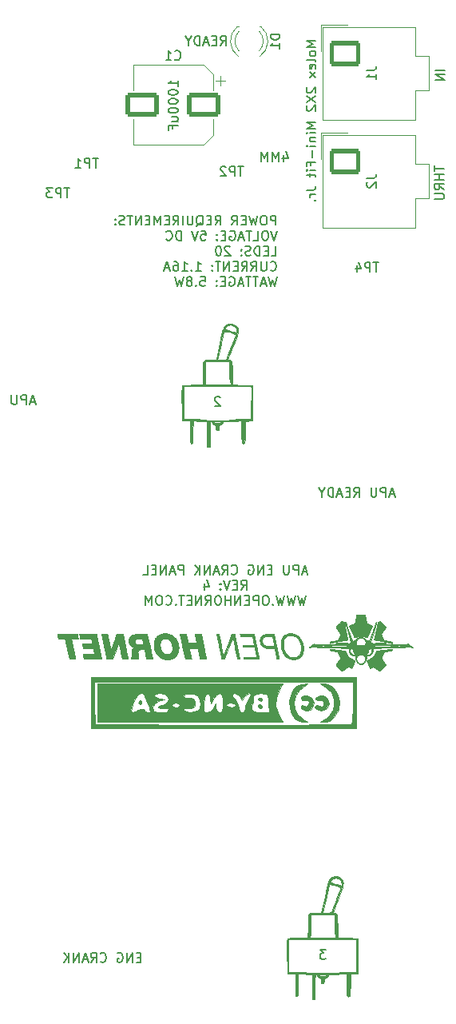
<source format=gbr>
%TF.GenerationSoftware,KiCad,Pcbnew,7.0.1*%
%TF.CreationDate,2023-04-12T19:10:25-08:00*%
%TF.ProjectId,APU ENG CRANK PANEL,41505520-454e-4472-9043-52414e4b2050,4*%
%TF.SameCoordinates,Original*%
%TF.FileFunction,Legend,Bot*%
%TF.FilePolarity,Positive*%
%FSLAX46Y46*%
G04 Gerber Fmt 4.6, Leading zero omitted, Abs format (unit mm)*
G04 Created by KiCad (PCBNEW 7.0.1) date 2023-04-12 19:10:25*
%MOMM*%
%LPD*%
G01*
G04 APERTURE LIST*
G04 Aperture macros list*
%AMRoundRect*
0 Rectangle with rounded corners*
0 $1 Rounding radius*
0 $2 $3 $4 $5 $6 $7 $8 $9 X,Y pos of 4 corners*
0 Add a 4 corners polygon primitive as box body*
4,1,4,$2,$3,$4,$5,$6,$7,$8,$9,$2,$3,0*
0 Add four circle primitives for the rounded corners*
1,1,$1+$1,$2,$3*
1,1,$1+$1,$4,$5*
1,1,$1+$1,$6,$7*
1,1,$1+$1,$8,$9*
0 Add four rect primitives between the rounded corners*
20,1,$1+$1,$2,$3,$4,$5,0*
20,1,$1+$1,$4,$5,$6,$7,0*
20,1,$1+$1,$6,$7,$8,$9,0*
20,1,$1+$1,$8,$9,$2,$3,0*%
G04 Aperture macros list end*
%ADD10C,0.150000*%
%ADD11C,0.120000*%
%ADD12C,0.010000*%
%ADD13C,12.700000*%
%ADD14C,4.300000*%
%ADD15C,1.500000*%
%ADD16RoundRect,0.250001X-1.399999X1.099999X-1.399999X-1.099999X1.399999X-1.099999X1.399999X1.099999X0*%
%ADD17O,3.300000X2.700000*%
%ADD18RoundRect,0.250000X1.500000X1.000000X-1.500000X1.000000X-1.500000X-1.000000X1.500000X-1.000000X0*%
%ADD19R,1.800000X1.800000*%
%ADD20C,1.800000*%
G04 APERTURE END LIST*
D10*
X192646639Y-50159351D02*
X191646639Y-50159351D01*
X192646639Y-50635541D02*
X191646639Y-50635541D01*
X191646639Y-50635541D02*
X192646639Y-51206969D01*
X192646639Y-51206969D02*
X191646639Y-51206969D01*
X178060857Y-103281104D02*
X177584667Y-103281104D01*
X178156095Y-103566819D02*
X177822762Y-102566819D01*
X177822762Y-102566819D02*
X177489429Y-103566819D01*
X177156095Y-103566819D02*
X177156095Y-102566819D01*
X177156095Y-102566819D02*
X176775143Y-102566819D01*
X176775143Y-102566819D02*
X176679905Y-102614438D01*
X176679905Y-102614438D02*
X176632286Y-102662057D01*
X176632286Y-102662057D02*
X176584667Y-102757295D01*
X176584667Y-102757295D02*
X176584667Y-102900152D01*
X176584667Y-102900152D02*
X176632286Y-102995390D01*
X176632286Y-102995390D02*
X176679905Y-103043009D01*
X176679905Y-103043009D02*
X176775143Y-103090628D01*
X176775143Y-103090628D02*
X177156095Y-103090628D01*
X176156095Y-102566819D02*
X176156095Y-103376342D01*
X176156095Y-103376342D02*
X176108476Y-103471580D01*
X176108476Y-103471580D02*
X176060857Y-103519200D01*
X176060857Y-103519200D02*
X175965619Y-103566819D01*
X175965619Y-103566819D02*
X175775143Y-103566819D01*
X175775143Y-103566819D02*
X175679905Y-103519200D01*
X175679905Y-103519200D02*
X175632286Y-103471580D01*
X175632286Y-103471580D02*
X175584667Y-103376342D01*
X175584667Y-103376342D02*
X175584667Y-102566819D01*
X174346571Y-103043009D02*
X174013238Y-103043009D01*
X173870381Y-103566819D02*
X174346571Y-103566819D01*
X174346571Y-103566819D02*
X174346571Y-102566819D01*
X174346571Y-102566819D02*
X173870381Y-102566819D01*
X173441809Y-103566819D02*
X173441809Y-102566819D01*
X173441809Y-102566819D02*
X172870381Y-103566819D01*
X172870381Y-103566819D02*
X172870381Y-102566819D01*
X171870381Y-102614438D02*
X171965619Y-102566819D01*
X171965619Y-102566819D02*
X172108476Y-102566819D01*
X172108476Y-102566819D02*
X172251333Y-102614438D01*
X172251333Y-102614438D02*
X172346571Y-102709676D01*
X172346571Y-102709676D02*
X172394190Y-102804914D01*
X172394190Y-102804914D02*
X172441809Y-102995390D01*
X172441809Y-102995390D02*
X172441809Y-103138247D01*
X172441809Y-103138247D02*
X172394190Y-103328723D01*
X172394190Y-103328723D02*
X172346571Y-103423961D01*
X172346571Y-103423961D02*
X172251333Y-103519200D01*
X172251333Y-103519200D02*
X172108476Y-103566819D01*
X172108476Y-103566819D02*
X172013238Y-103566819D01*
X172013238Y-103566819D02*
X171870381Y-103519200D01*
X171870381Y-103519200D02*
X171822762Y-103471580D01*
X171822762Y-103471580D02*
X171822762Y-103138247D01*
X171822762Y-103138247D02*
X172013238Y-103138247D01*
X170060857Y-103471580D02*
X170108476Y-103519200D01*
X170108476Y-103519200D02*
X170251333Y-103566819D01*
X170251333Y-103566819D02*
X170346571Y-103566819D01*
X170346571Y-103566819D02*
X170489428Y-103519200D01*
X170489428Y-103519200D02*
X170584666Y-103423961D01*
X170584666Y-103423961D02*
X170632285Y-103328723D01*
X170632285Y-103328723D02*
X170679904Y-103138247D01*
X170679904Y-103138247D02*
X170679904Y-102995390D01*
X170679904Y-102995390D02*
X170632285Y-102804914D01*
X170632285Y-102804914D02*
X170584666Y-102709676D01*
X170584666Y-102709676D02*
X170489428Y-102614438D01*
X170489428Y-102614438D02*
X170346571Y-102566819D01*
X170346571Y-102566819D02*
X170251333Y-102566819D01*
X170251333Y-102566819D02*
X170108476Y-102614438D01*
X170108476Y-102614438D02*
X170060857Y-102662057D01*
X169060857Y-103566819D02*
X169394190Y-103090628D01*
X169632285Y-103566819D02*
X169632285Y-102566819D01*
X169632285Y-102566819D02*
X169251333Y-102566819D01*
X169251333Y-102566819D02*
X169156095Y-102614438D01*
X169156095Y-102614438D02*
X169108476Y-102662057D01*
X169108476Y-102662057D02*
X169060857Y-102757295D01*
X169060857Y-102757295D02*
X169060857Y-102900152D01*
X169060857Y-102900152D02*
X169108476Y-102995390D01*
X169108476Y-102995390D02*
X169156095Y-103043009D01*
X169156095Y-103043009D02*
X169251333Y-103090628D01*
X169251333Y-103090628D02*
X169632285Y-103090628D01*
X168679904Y-103281104D02*
X168203714Y-103281104D01*
X168775142Y-103566819D02*
X168441809Y-102566819D01*
X168441809Y-102566819D02*
X168108476Y-103566819D01*
X167775142Y-103566819D02*
X167775142Y-102566819D01*
X167775142Y-102566819D02*
X167203714Y-103566819D01*
X167203714Y-103566819D02*
X167203714Y-102566819D01*
X166727523Y-103566819D02*
X166727523Y-102566819D01*
X166156095Y-103566819D02*
X166584666Y-102995390D01*
X166156095Y-102566819D02*
X166727523Y-103138247D01*
X164965618Y-103566819D02*
X164965618Y-102566819D01*
X164965618Y-102566819D02*
X164584666Y-102566819D01*
X164584666Y-102566819D02*
X164489428Y-102614438D01*
X164489428Y-102614438D02*
X164441809Y-102662057D01*
X164441809Y-102662057D02*
X164394190Y-102757295D01*
X164394190Y-102757295D02*
X164394190Y-102900152D01*
X164394190Y-102900152D02*
X164441809Y-102995390D01*
X164441809Y-102995390D02*
X164489428Y-103043009D01*
X164489428Y-103043009D02*
X164584666Y-103090628D01*
X164584666Y-103090628D02*
X164965618Y-103090628D01*
X164013237Y-103281104D02*
X163537047Y-103281104D01*
X164108475Y-103566819D02*
X163775142Y-102566819D01*
X163775142Y-102566819D02*
X163441809Y-103566819D01*
X163108475Y-103566819D02*
X163108475Y-102566819D01*
X163108475Y-102566819D02*
X162537047Y-103566819D01*
X162537047Y-103566819D02*
X162537047Y-102566819D01*
X162060856Y-103043009D02*
X161727523Y-103043009D01*
X161584666Y-103566819D02*
X162060856Y-103566819D01*
X162060856Y-103566819D02*
X162060856Y-102566819D01*
X162060856Y-102566819D02*
X161584666Y-102566819D01*
X160679904Y-103566819D02*
X161156094Y-103566819D01*
X161156094Y-103566819D02*
X161156094Y-102566819D01*
X171084666Y-105186819D02*
X171417999Y-104710628D01*
X171656094Y-105186819D02*
X171656094Y-104186819D01*
X171656094Y-104186819D02*
X171275142Y-104186819D01*
X171275142Y-104186819D02*
X171179904Y-104234438D01*
X171179904Y-104234438D02*
X171132285Y-104282057D01*
X171132285Y-104282057D02*
X171084666Y-104377295D01*
X171084666Y-104377295D02*
X171084666Y-104520152D01*
X171084666Y-104520152D02*
X171132285Y-104615390D01*
X171132285Y-104615390D02*
X171179904Y-104663009D01*
X171179904Y-104663009D02*
X171275142Y-104710628D01*
X171275142Y-104710628D02*
X171656094Y-104710628D01*
X170656094Y-104663009D02*
X170322761Y-104663009D01*
X170179904Y-105186819D02*
X170656094Y-105186819D01*
X170656094Y-105186819D02*
X170656094Y-104186819D01*
X170656094Y-104186819D02*
X170179904Y-104186819D01*
X169894189Y-104186819D02*
X169560856Y-105186819D01*
X169560856Y-105186819D02*
X169227523Y-104186819D01*
X168894189Y-105091580D02*
X168846570Y-105139200D01*
X168846570Y-105139200D02*
X168894189Y-105186819D01*
X168894189Y-105186819D02*
X168941808Y-105139200D01*
X168941808Y-105139200D02*
X168894189Y-105091580D01*
X168894189Y-105091580D02*
X168894189Y-105186819D01*
X168894189Y-104567771D02*
X168846570Y-104615390D01*
X168846570Y-104615390D02*
X168894189Y-104663009D01*
X168894189Y-104663009D02*
X168941808Y-104615390D01*
X168941808Y-104615390D02*
X168894189Y-104567771D01*
X168894189Y-104567771D02*
X168894189Y-104663009D01*
X167227523Y-104520152D02*
X167227523Y-105186819D01*
X167465618Y-104139200D02*
X167703713Y-104853485D01*
X167703713Y-104853485D02*
X167084666Y-104853485D01*
X177965617Y-105806819D02*
X177727522Y-106806819D01*
X177727522Y-106806819D02*
X177537046Y-106092533D01*
X177537046Y-106092533D02*
X177346570Y-106806819D01*
X177346570Y-106806819D02*
X177108475Y-105806819D01*
X176822760Y-105806819D02*
X176584665Y-106806819D01*
X176584665Y-106806819D02*
X176394189Y-106092533D01*
X176394189Y-106092533D02*
X176203713Y-106806819D01*
X176203713Y-106806819D02*
X175965618Y-105806819D01*
X175679903Y-105806819D02*
X175441808Y-106806819D01*
X175441808Y-106806819D02*
X175251332Y-106092533D01*
X175251332Y-106092533D02*
X175060856Y-106806819D01*
X175060856Y-106806819D02*
X174822761Y-105806819D01*
X174441808Y-106711580D02*
X174394189Y-106759200D01*
X174394189Y-106759200D02*
X174441808Y-106806819D01*
X174441808Y-106806819D02*
X174489427Y-106759200D01*
X174489427Y-106759200D02*
X174441808Y-106711580D01*
X174441808Y-106711580D02*
X174441808Y-106806819D01*
X173775142Y-105806819D02*
X173584666Y-105806819D01*
X173584666Y-105806819D02*
X173489428Y-105854438D01*
X173489428Y-105854438D02*
X173394190Y-105949676D01*
X173394190Y-105949676D02*
X173346571Y-106140152D01*
X173346571Y-106140152D02*
X173346571Y-106473485D01*
X173346571Y-106473485D02*
X173394190Y-106663961D01*
X173394190Y-106663961D02*
X173489428Y-106759200D01*
X173489428Y-106759200D02*
X173584666Y-106806819D01*
X173584666Y-106806819D02*
X173775142Y-106806819D01*
X173775142Y-106806819D02*
X173870380Y-106759200D01*
X173870380Y-106759200D02*
X173965618Y-106663961D01*
X173965618Y-106663961D02*
X174013237Y-106473485D01*
X174013237Y-106473485D02*
X174013237Y-106140152D01*
X174013237Y-106140152D02*
X173965618Y-105949676D01*
X173965618Y-105949676D02*
X173870380Y-105854438D01*
X173870380Y-105854438D02*
X173775142Y-105806819D01*
X172917999Y-106806819D02*
X172917999Y-105806819D01*
X172917999Y-105806819D02*
X172537047Y-105806819D01*
X172537047Y-105806819D02*
X172441809Y-105854438D01*
X172441809Y-105854438D02*
X172394190Y-105902057D01*
X172394190Y-105902057D02*
X172346571Y-105997295D01*
X172346571Y-105997295D02*
X172346571Y-106140152D01*
X172346571Y-106140152D02*
X172394190Y-106235390D01*
X172394190Y-106235390D02*
X172441809Y-106283009D01*
X172441809Y-106283009D02*
X172537047Y-106330628D01*
X172537047Y-106330628D02*
X172917999Y-106330628D01*
X171917999Y-106283009D02*
X171584666Y-106283009D01*
X171441809Y-106806819D02*
X171917999Y-106806819D01*
X171917999Y-106806819D02*
X171917999Y-105806819D01*
X171917999Y-105806819D02*
X171441809Y-105806819D01*
X171013237Y-106806819D02*
X171013237Y-105806819D01*
X171013237Y-105806819D02*
X170441809Y-106806819D01*
X170441809Y-106806819D02*
X170441809Y-105806819D01*
X169965618Y-106806819D02*
X169965618Y-105806819D01*
X169965618Y-106283009D02*
X169394190Y-106283009D01*
X169394190Y-106806819D02*
X169394190Y-105806819D01*
X168727523Y-105806819D02*
X168537047Y-105806819D01*
X168537047Y-105806819D02*
X168441809Y-105854438D01*
X168441809Y-105854438D02*
X168346571Y-105949676D01*
X168346571Y-105949676D02*
X168298952Y-106140152D01*
X168298952Y-106140152D02*
X168298952Y-106473485D01*
X168298952Y-106473485D02*
X168346571Y-106663961D01*
X168346571Y-106663961D02*
X168441809Y-106759200D01*
X168441809Y-106759200D02*
X168537047Y-106806819D01*
X168537047Y-106806819D02*
X168727523Y-106806819D01*
X168727523Y-106806819D02*
X168822761Y-106759200D01*
X168822761Y-106759200D02*
X168917999Y-106663961D01*
X168917999Y-106663961D02*
X168965618Y-106473485D01*
X168965618Y-106473485D02*
X168965618Y-106140152D01*
X168965618Y-106140152D02*
X168917999Y-105949676D01*
X168917999Y-105949676D02*
X168822761Y-105854438D01*
X168822761Y-105854438D02*
X168727523Y-105806819D01*
X167298952Y-106806819D02*
X167632285Y-106330628D01*
X167870380Y-106806819D02*
X167870380Y-105806819D01*
X167870380Y-105806819D02*
X167489428Y-105806819D01*
X167489428Y-105806819D02*
X167394190Y-105854438D01*
X167394190Y-105854438D02*
X167346571Y-105902057D01*
X167346571Y-105902057D02*
X167298952Y-105997295D01*
X167298952Y-105997295D02*
X167298952Y-106140152D01*
X167298952Y-106140152D02*
X167346571Y-106235390D01*
X167346571Y-106235390D02*
X167394190Y-106283009D01*
X167394190Y-106283009D02*
X167489428Y-106330628D01*
X167489428Y-106330628D02*
X167870380Y-106330628D01*
X166870380Y-106806819D02*
X166870380Y-105806819D01*
X166870380Y-105806819D02*
X166298952Y-106806819D01*
X166298952Y-106806819D02*
X166298952Y-105806819D01*
X165822761Y-106283009D02*
X165489428Y-106283009D01*
X165346571Y-106806819D02*
X165822761Y-106806819D01*
X165822761Y-106806819D02*
X165822761Y-105806819D01*
X165822761Y-105806819D02*
X165346571Y-105806819D01*
X165060856Y-105806819D02*
X164489428Y-105806819D01*
X164775142Y-106806819D02*
X164775142Y-105806819D01*
X164156094Y-106711580D02*
X164108475Y-106759200D01*
X164108475Y-106759200D02*
X164156094Y-106806819D01*
X164156094Y-106806819D02*
X164203713Y-106759200D01*
X164203713Y-106759200D02*
X164156094Y-106711580D01*
X164156094Y-106711580D02*
X164156094Y-106806819D01*
X163108476Y-106711580D02*
X163156095Y-106759200D01*
X163156095Y-106759200D02*
X163298952Y-106806819D01*
X163298952Y-106806819D02*
X163394190Y-106806819D01*
X163394190Y-106806819D02*
X163537047Y-106759200D01*
X163537047Y-106759200D02*
X163632285Y-106663961D01*
X163632285Y-106663961D02*
X163679904Y-106568723D01*
X163679904Y-106568723D02*
X163727523Y-106378247D01*
X163727523Y-106378247D02*
X163727523Y-106235390D01*
X163727523Y-106235390D02*
X163679904Y-106044914D01*
X163679904Y-106044914D02*
X163632285Y-105949676D01*
X163632285Y-105949676D02*
X163537047Y-105854438D01*
X163537047Y-105854438D02*
X163394190Y-105806819D01*
X163394190Y-105806819D02*
X163298952Y-105806819D01*
X163298952Y-105806819D02*
X163156095Y-105854438D01*
X163156095Y-105854438D02*
X163108476Y-105902057D01*
X162489428Y-105806819D02*
X162298952Y-105806819D01*
X162298952Y-105806819D02*
X162203714Y-105854438D01*
X162203714Y-105854438D02*
X162108476Y-105949676D01*
X162108476Y-105949676D02*
X162060857Y-106140152D01*
X162060857Y-106140152D02*
X162060857Y-106473485D01*
X162060857Y-106473485D02*
X162108476Y-106663961D01*
X162108476Y-106663961D02*
X162203714Y-106759200D01*
X162203714Y-106759200D02*
X162298952Y-106806819D01*
X162298952Y-106806819D02*
X162489428Y-106806819D01*
X162489428Y-106806819D02*
X162584666Y-106759200D01*
X162584666Y-106759200D02*
X162679904Y-106663961D01*
X162679904Y-106663961D02*
X162727523Y-106473485D01*
X162727523Y-106473485D02*
X162727523Y-106140152D01*
X162727523Y-106140152D02*
X162679904Y-105949676D01*
X162679904Y-105949676D02*
X162584666Y-105854438D01*
X162584666Y-105854438D02*
X162489428Y-105806819D01*
X161632285Y-106806819D02*
X161632285Y-105806819D01*
X161632285Y-105806819D02*
X161298952Y-106521104D01*
X161298952Y-106521104D02*
X160965619Y-105806819D01*
X160965619Y-105806819D02*
X160965619Y-106806819D01*
X179001619Y-47051819D02*
X178001619Y-47051819D01*
X178001619Y-47051819D02*
X178715904Y-47385152D01*
X178715904Y-47385152D02*
X178001619Y-47718485D01*
X178001619Y-47718485D02*
X179001619Y-47718485D01*
X179001619Y-48337533D02*
X178954000Y-48242295D01*
X178954000Y-48242295D02*
X178906380Y-48194676D01*
X178906380Y-48194676D02*
X178811142Y-48147057D01*
X178811142Y-48147057D02*
X178525428Y-48147057D01*
X178525428Y-48147057D02*
X178430190Y-48194676D01*
X178430190Y-48194676D02*
X178382571Y-48242295D01*
X178382571Y-48242295D02*
X178334952Y-48337533D01*
X178334952Y-48337533D02*
X178334952Y-48480390D01*
X178334952Y-48480390D02*
X178382571Y-48575628D01*
X178382571Y-48575628D02*
X178430190Y-48623247D01*
X178430190Y-48623247D02*
X178525428Y-48670866D01*
X178525428Y-48670866D02*
X178811142Y-48670866D01*
X178811142Y-48670866D02*
X178906380Y-48623247D01*
X178906380Y-48623247D02*
X178954000Y-48575628D01*
X178954000Y-48575628D02*
X179001619Y-48480390D01*
X179001619Y-48480390D02*
X179001619Y-48337533D01*
X179001619Y-49242295D02*
X178954000Y-49147057D01*
X178954000Y-49147057D02*
X178858761Y-49099438D01*
X178858761Y-49099438D02*
X178001619Y-49099438D01*
X178954000Y-50004200D02*
X179001619Y-49908962D01*
X179001619Y-49908962D02*
X179001619Y-49718486D01*
X179001619Y-49718486D02*
X178954000Y-49623248D01*
X178954000Y-49623248D02*
X178858761Y-49575629D01*
X178858761Y-49575629D02*
X178477809Y-49575629D01*
X178477809Y-49575629D02*
X178382571Y-49623248D01*
X178382571Y-49623248D02*
X178334952Y-49718486D01*
X178334952Y-49718486D02*
X178334952Y-49908962D01*
X178334952Y-49908962D02*
X178382571Y-50004200D01*
X178382571Y-50004200D02*
X178477809Y-50051819D01*
X178477809Y-50051819D02*
X178573047Y-50051819D01*
X178573047Y-50051819D02*
X178668285Y-49575629D01*
X179001619Y-50385153D02*
X178334952Y-50908962D01*
X178334952Y-50385153D02*
X179001619Y-50908962D01*
X178096857Y-52004201D02*
X178049238Y-52051820D01*
X178049238Y-52051820D02*
X178001619Y-52147058D01*
X178001619Y-52147058D02*
X178001619Y-52385153D01*
X178001619Y-52385153D02*
X178049238Y-52480391D01*
X178049238Y-52480391D02*
X178096857Y-52528010D01*
X178096857Y-52528010D02*
X178192095Y-52575629D01*
X178192095Y-52575629D02*
X178287333Y-52575629D01*
X178287333Y-52575629D02*
X178430190Y-52528010D01*
X178430190Y-52528010D02*
X179001619Y-51956582D01*
X179001619Y-51956582D02*
X179001619Y-52575629D01*
X178001619Y-52908963D02*
X179001619Y-53575629D01*
X178001619Y-53575629D02*
X179001619Y-52908963D01*
X178096857Y-53908963D02*
X178049238Y-53956582D01*
X178049238Y-53956582D02*
X178001619Y-54051820D01*
X178001619Y-54051820D02*
X178001619Y-54289915D01*
X178001619Y-54289915D02*
X178049238Y-54385153D01*
X178049238Y-54385153D02*
X178096857Y-54432772D01*
X178096857Y-54432772D02*
X178192095Y-54480391D01*
X178192095Y-54480391D02*
X178287333Y-54480391D01*
X178287333Y-54480391D02*
X178430190Y-54432772D01*
X178430190Y-54432772D02*
X179001619Y-53861344D01*
X179001619Y-53861344D02*
X179001619Y-54480391D01*
X179001619Y-55670868D02*
X178001619Y-55670868D01*
X178001619Y-55670868D02*
X178715904Y-56004201D01*
X178715904Y-56004201D02*
X178001619Y-56337534D01*
X178001619Y-56337534D02*
X179001619Y-56337534D01*
X179001619Y-56813725D02*
X178334952Y-56813725D01*
X178001619Y-56813725D02*
X178049238Y-56766106D01*
X178049238Y-56766106D02*
X178096857Y-56813725D01*
X178096857Y-56813725D02*
X178049238Y-56861344D01*
X178049238Y-56861344D02*
X178001619Y-56813725D01*
X178001619Y-56813725D02*
X178096857Y-56813725D01*
X178334952Y-57289915D02*
X179001619Y-57289915D01*
X178430190Y-57289915D02*
X178382571Y-57337534D01*
X178382571Y-57337534D02*
X178334952Y-57432772D01*
X178334952Y-57432772D02*
X178334952Y-57575629D01*
X178334952Y-57575629D02*
X178382571Y-57670867D01*
X178382571Y-57670867D02*
X178477809Y-57718486D01*
X178477809Y-57718486D02*
X179001619Y-57718486D01*
X179001619Y-58194677D02*
X178334952Y-58194677D01*
X178001619Y-58194677D02*
X178049238Y-58147058D01*
X178049238Y-58147058D02*
X178096857Y-58194677D01*
X178096857Y-58194677D02*
X178049238Y-58242296D01*
X178049238Y-58242296D02*
X178001619Y-58194677D01*
X178001619Y-58194677D02*
X178096857Y-58194677D01*
X178620666Y-58670867D02*
X178620666Y-59432772D01*
X178477809Y-60242295D02*
X178477809Y-59908962D01*
X179001619Y-59908962D02*
X178001619Y-59908962D01*
X178001619Y-59908962D02*
X178001619Y-60385152D01*
X179001619Y-60766105D02*
X178334952Y-60766105D01*
X178001619Y-60766105D02*
X178049238Y-60718486D01*
X178049238Y-60718486D02*
X178096857Y-60766105D01*
X178096857Y-60766105D02*
X178049238Y-60813724D01*
X178049238Y-60813724D02*
X178001619Y-60766105D01*
X178001619Y-60766105D02*
X178096857Y-60766105D01*
X178334952Y-61099438D02*
X178334952Y-61480390D01*
X178001619Y-61242295D02*
X178858761Y-61242295D01*
X178858761Y-61242295D02*
X178954000Y-61289914D01*
X178954000Y-61289914D02*
X179001619Y-61385152D01*
X179001619Y-61385152D02*
X179001619Y-61480390D01*
X178001619Y-62861343D02*
X178715904Y-62861343D01*
X178715904Y-62861343D02*
X178858761Y-62813724D01*
X178858761Y-62813724D02*
X178954000Y-62718486D01*
X178954000Y-62718486D02*
X179001619Y-62575629D01*
X179001619Y-62575629D02*
X179001619Y-62480391D01*
X179001619Y-63337534D02*
X178334952Y-63337534D01*
X178525428Y-63337534D02*
X178430190Y-63385153D01*
X178430190Y-63385153D02*
X178382571Y-63432772D01*
X178382571Y-63432772D02*
X178334952Y-63528010D01*
X178334952Y-63528010D02*
X178334952Y-63623248D01*
X178906380Y-63956582D02*
X178954000Y-64004201D01*
X178954000Y-64004201D02*
X179001619Y-63956582D01*
X179001619Y-63956582D02*
X178954000Y-63908963D01*
X178954000Y-63908963D02*
X178906380Y-63956582D01*
X178906380Y-63956582D02*
X179001619Y-63956582D01*
X149224524Y-85289764D02*
X148748334Y-85289764D01*
X149319762Y-85575479D02*
X148986429Y-84575479D01*
X148986429Y-84575479D02*
X148653096Y-85575479D01*
X148319762Y-85575479D02*
X148319762Y-84575479D01*
X148319762Y-84575479D02*
X147938810Y-84575479D01*
X147938810Y-84575479D02*
X147843572Y-84623098D01*
X147843572Y-84623098D02*
X147795953Y-84670717D01*
X147795953Y-84670717D02*
X147748334Y-84765955D01*
X147748334Y-84765955D02*
X147748334Y-84908812D01*
X147748334Y-84908812D02*
X147795953Y-85004050D01*
X147795953Y-85004050D02*
X147843572Y-85051669D01*
X147843572Y-85051669D02*
X147938810Y-85099288D01*
X147938810Y-85099288D02*
X148319762Y-85099288D01*
X147319762Y-84575479D02*
X147319762Y-85385002D01*
X147319762Y-85385002D02*
X147272143Y-85480240D01*
X147272143Y-85480240D02*
X147224524Y-85527860D01*
X147224524Y-85527860D02*
X147129286Y-85575479D01*
X147129286Y-85575479D02*
X146938810Y-85575479D01*
X146938810Y-85575479D02*
X146843572Y-85527860D01*
X146843572Y-85527860D02*
X146795953Y-85480240D01*
X146795953Y-85480240D02*
X146748334Y-85385002D01*
X146748334Y-85385002D02*
X146748334Y-84575479D01*
X175569497Y-59151524D02*
X175569497Y-59818191D01*
X175807592Y-58770572D02*
X176045687Y-59484857D01*
X176045687Y-59484857D02*
X175426640Y-59484857D01*
X175045687Y-59818191D02*
X175045687Y-58818191D01*
X175045687Y-58818191D02*
X174712354Y-59532476D01*
X174712354Y-59532476D02*
X174379021Y-58818191D01*
X174379021Y-58818191D02*
X174379021Y-59818191D01*
X173902830Y-59818191D02*
X173902830Y-58818191D01*
X173902830Y-58818191D02*
X173569497Y-59532476D01*
X173569497Y-59532476D02*
X173236164Y-58818191D01*
X173236164Y-58818191D02*
X173236164Y-59818191D01*
X160449068Y-144126989D02*
X160115735Y-144126989D01*
X159972878Y-144650799D02*
X160449068Y-144650799D01*
X160449068Y-144650799D02*
X160449068Y-143650799D01*
X160449068Y-143650799D02*
X159972878Y-143650799D01*
X159544306Y-144650799D02*
X159544306Y-143650799D01*
X159544306Y-143650799D02*
X158972878Y-144650799D01*
X158972878Y-144650799D02*
X158972878Y-143650799D01*
X157972878Y-143698418D02*
X158068116Y-143650799D01*
X158068116Y-143650799D02*
X158210973Y-143650799D01*
X158210973Y-143650799D02*
X158353830Y-143698418D01*
X158353830Y-143698418D02*
X158449068Y-143793656D01*
X158449068Y-143793656D02*
X158496687Y-143888894D01*
X158496687Y-143888894D02*
X158544306Y-144079370D01*
X158544306Y-144079370D02*
X158544306Y-144222227D01*
X158544306Y-144222227D02*
X158496687Y-144412703D01*
X158496687Y-144412703D02*
X158449068Y-144507941D01*
X158449068Y-144507941D02*
X158353830Y-144603180D01*
X158353830Y-144603180D02*
X158210973Y-144650799D01*
X158210973Y-144650799D02*
X158115735Y-144650799D01*
X158115735Y-144650799D02*
X157972878Y-144603180D01*
X157972878Y-144603180D02*
X157925259Y-144555560D01*
X157925259Y-144555560D02*
X157925259Y-144222227D01*
X157925259Y-144222227D02*
X158115735Y-144222227D01*
X156163354Y-144555560D02*
X156210973Y-144603180D01*
X156210973Y-144603180D02*
X156353830Y-144650799D01*
X156353830Y-144650799D02*
X156449068Y-144650799D01*
X156449068Y-144650799D02*
X156591925Y-144603180D01*
X156591925Y-144603180D02*
X156687163Y-144507941D01*
X156687163Y-144507941D02*
X156734782Y-144412703D01*
X156734782Y-144412703D02*
X156782401Y-144222227D01*
X156782401Y-144222227D02*
X156782401Y-144079370D01*
X156782401Y-144079370D02*
X156734782Y-143888894D01*
X156734782Y-143888894D02*
X156687163Y-143793656D01*
X156687163Y-143793656D02*
X156591925Y-143698418D01*
X156591925Y-143698418D02*
X156449068Y-143650799D01*
X156449068Y-143650799D02*
X156353830Y-143650799D01*
X156353830Y-143650799D02*
X156210973Y-143698418D01*
X156210973Y-143698418D02*
X156163354Y-143746037D01*
X155163354Y-144650799D02*
X155496687Y-144174608D01*
X155734782Y-144650799D02*
X155734782Y-143650799D01*
X155734782Y-143650799D02*
X155353830Y-143650799D01*
X155353830Y-143650799D02*
X155258592Y-143698418D01*
X155258592Y-143698418D02*
X155210973Y-143746037D01*
X155210973Y-143746037D02*
X155163354Y-143841275D01*
X155163354Y-143841275D02*
X155163354Y-143984132D01*
X155163354Y-143984132D02*
X155210973Y-144079370D01*
X155210973Y-144079370D02*
X155258592Y-144126989D01*
X155258592Y-144126989D02*
X155353830Y-144174608D01*
X155353830Y-144174608D02*
X155734782Y-144174608D01*
X154782401Y-144365084D02*
X154306211Y-144365084D01*
X154877639Y-144650799D02*
X154544306Y-143650799D01*
X154544306Y-143650799D02*
X154210973Y-144650799D01*
X153877639Y-144650799D02*
X153877639Y-143650799D01*
X153877639Y-143650799D02*
X153306211Y-144650799D01*
X153306211Y-144650799D02*
X153306211Y-143650799D01*
X152830020Y-144650799D02*
X152830020Y-143650799D01*
X152258592Y-144650799D02*
X152687163Y-144079370D01*
X152258592Y-143650799D02*
X152830020Y-144222227D01*
X164361619Y-51850390D02*
X164361619Y-51278962D01*
X164361619Y-51564676D02*
X163361619Y-51564676D01*
X163361619Y-51564676D02*
X163504476Y-51469438D01*
X163504476Y-51469438D02*
X163599714Y-51374200D01*
X163599714Y-51374200D02*
X163647333Y-51278962D01*
X163361619Y-52469438D02*
X163361619Y-52564676D01*
X163361619Y-52564676D02*
X163409238Y-52659914D01*
X163409238Y-52659914D02*
X163456857Y-52707533D01*
X163456857Y-52707533D02*
X163552095Y-52755152D01*
X163552095Y-52755152D02*
X163742571Y-52802771D01*
X163742571Y-52802771D02*
X163980666Y-52802771D01*
X163980666Y-52802771D02*
X164171142Y-52755152D01*
X164171142Y-52755152D02*
X164266380Y-52707533D01*
X164266380Y-52707533D02*
X164314000Y-52659914D01*
X164314000Y-52659914D02*
X164361619Y-52564676D01*
X164361619Y-52564676D02*
X164361619Y-52469438D01*
X164361619Y-52469438D02*
X164314000Y-52374200D01*
X164314000Y-52374200D02*
X164266380Y-52326581D01*
X164266380Y-52326581D02*
X164171142Y-52278962D01*
X164171142Y-52278962D02*
X163980666Y-52231343D01*
X163980666Y-52231343D02*
X163742571Y-52231343D01*
X163742571Y-52231343D02*
X163552095Y-52278962D01*
X163552095Y-52278962D02*
X163456857Y-52326581D01*
X163456857Y-52326581D02*
X163409238Y-52374200D01*
X163409238Y-52374200D02*
X163361619Y-52469438D01*
X163361619Y-53421819D02*
X163361619Y-53517057D01*
X163361619Y-53517057D02*
X163409238Y-53612295D01*
X163409238Y-53612295D02*
X163456857Y-53659914D01*
X163456857Y-53659914D02*
X163552095Y-53707533D01*
X163552095Y-53707533D02*
X163742571Y-53755152D01*
X163742571Y-53755152D02*
X163980666Y-53755152D01*
X163980666Y-53755152D02*
X164171142Y-53707533D01*
X164171142Y-53707533D02*
X164266380Y-53659914D01*
X164266380Y-53659914D02*
X164314000Y-53612295D01*
X164314000Y-53612295D02*
X164361619Y-53517057D01*
X164361619Y-53517057D02*
X164361619Y-53421819D01*
X164361619Y-53421819D02*
X164314000Y-53326581D01*
X164314000Y-53326581D02*
X164266380Y-53278962D01*
X164266380Y-53278962D02*
X164171142Y-53231343D01*
X164171142Y-53231343D02*
X163980666Y-53183724D01*
X163980666Y-53183724D02*
X163742571Y-53183724D01*
X163742571Y-53183724D02*
X163552095Y-53231343D01*
X163552095Y-53231343D02*
X163456857Y-53278962D01*
X163456857Y-53278962D02*
X163409238Y-53326581D01*
X163409238Y-53326581D02*
X163361619Y-53421819D01*
X163361619Y-54374200D02*
X163361619Y-54469438D01*
X163361619Y-54469438D02*
X163409238Y-54564676D01*
X163409238Y-54564676D02*
X163456857Y-54612295D01*
X163456857Y-54612295D02*
X163552095Y-54659914D01*
X163552095Y-54659914D02*
X163742571Y-54707533D01*
X163742571Y-54707533D02*
X163980666Y-54707533D01*
X163980666Y-54707533D02*
X164171142Y-54659914D01*
X164171142Y-54659914D02*
X164266380Y-54612295D01*
X164266380Y-54612295D02*
X164314000Y-54564676D01*
X164314000Y-54564676D02*
X164361619Y-54469438D01*
X164361619Y-54469438D02*
X164361619Y-54374200D01*
X164361619Y-54374200D02*
X164314000Y-54278962D01*
X164314000Y-54278962D02*
X164266380Y-54231343D01*
X164266380Y-54231343D02*
X164171142Y-54183724D01*
X164171142Y-54183724D02*
X163980666Y-54136105D01*
X163980666Y-54136105D02*
X163742571Y-54136105D01*
X163742571Y-54136105D02*
X163552095Y-54183724D01*
X163552095Y-54183724D02*
X163456857Y-54231343D01*
X163456857Y-54231343D02*
X163409238Y-54278962D01*
X163409238Y-54278962D02*
X163361619Y-54374200D01*
X163694952Y-55564676D02*
X164361619Y-55564676D01*
X163694952Y-55136105D02*
X164218761Y-55136105D01*
X164218761Y-55136105D02*
X164314000Y-55183724D01*
X164314000Y-55183724D02*
X164361619Y-55278962D01*
X164361619Y-55278962D02*
X164361619Y-55421819D01*
X164361619Y-55421819D02*
X164314000Y-55517057D01*
X164314000Y-55517057D02*
X164266380Y-55564676D01*
X163837809Y-56374200D02*
X163837809Y-56040867D01*
X164361619Y-56040867D02*
X163361619Y-56040867D01*
X163361619Y-56040867D02*
X163361619Y-56517057D01*
X174767904Y-66564619D02*
X174767904Y-65564619D01*
X174767904Y-65564619D02*
X174386952Y-65564619D01*
X174386952Y-65564619D02*
X174291714Y-65612238D01*
X174291714Y-65612238D02*
X174244095Y-65659857D01*
X174244095Y-65659857D02*
X174196476Y-65755095D01*
X174196476Y-65755095D02*
X174196476Y-65897952D01*
X174196476Y-65897952D02*
X174244095Y-65993190D01*
X174244095Y-65993190D02*
X174291714Y-66040809D01*
X174291714Y-66040809D02*
X174386952Y-66088428D01*
X174386952Y-66088428D02*
X174767904Y-66088428D01*
X173577428Y-65564619D02*
X173386952Y-65564619D01*
X173386952Y-65564619D02*
X173291714Y-65612238D01*
X173291714Y-65612238D02*
X173196476Y-65707476D01*
X173196476Y-65707476D02*
X173148857Y-65897952D01*
X173148857Y-65897952D02*
X173148857Y-66231285D01*
X173148857Y-66231285D02*
X173196476Y-66421761D01*
X173196476Y-66421761D02*
X173291714Y-66517000D01*
X173291714Y-66517000D02*
X173386952Y-66564619D01*
X173386952Y-66564619D02*
X173577428Y-66564619D01*
X173577428Y-66564619D02*
X173672666Y-66517000D01*
X173672666Y-66517000D02*
X173767904Y-66421761D01*
X173767904Y-66421761D02*
X173815523Y-66231285D01*
X173815523Y-66231285D02*
X173815523Y-65897952D01*
X173815523Y-65897952D02*
X173767904Y-65707476D01*
X173767904Y-65707476D02*
X173672666Y-65612238D01*
X173672666Y-65612238D02*
X173577428Y-65564619D01*
X172815523Y-65564619D02*
X172577428Y-66564619D01*
X172577428Y-66564619D02*
X172386952Y-65850333D01*
X172386952Y-65850333D02*
X172196476Y-66564619D01*
X172196476Y-66564619D02*
X171958381Y-65564619D01*
X171577428Y-66040809D02*
X171244095Y-66040809D01*
X171101238Y-66564619D02*
X171577428Y-66564619D01*
X171577428Y-66564619D02*
X171577428Y-65564619D01*
X171577428Y-65564619D02*
X171101238Y-65564619D01*
X170101238Y-66564619D02*
X170434571Y-66088428D01*
X170672666Y-66564619D02*
X170672666Y-65564619D01*
X170672666Y-65564619D02*
X170291714Y-65564619D01*
X170291714Y-65564619D02*
X170196476Y-65612238D01*
X170196476Y-65612238D02*
X170148857Y-65659857D01*
X170148857Y-65659857D02*
X170101238Y-65755095D01*
X170101238Y-65755095D02*
X170101238Y-65897952D01*
X170101238Y-65897952D02*
X170148857Y-65993190D01*
X170148857Y-65993190D02*
X170196476Y-66040809D01*
X170196476Y-66040809D02*
X170291714Y-66088428D01*
X170291714Y-66088428D02*
X170672666Y-66088428D01*
X168339333Y-66564619D02*
X168672666Y-66088428D01*
X168910761Y-66564619D02*
X168910761Y-65564619D01*
X168910761Y-65564619D02*
X168529809Y-65564619D01*
X168529809Y-65564619D02*
X168434571Y-65612238D01*
X168434571Y-65612238D02*
X168386952Y-65659857D01*
X168386952Y-65659857D02*
X168339333Y-65755095D01*
X168339333Y-65755095D02*
X168339333Y-65897952D01*
X168339333Y-65897952D02*
X168386952Y-65993190D01*
X168386952Y-65993190D02*
X168434571Y-66040809D01*
X168434571Y-66040809D02*
X168529809Y-66088428D01*
X168529809Y-66088428D02*
X168910761Y-66088428D01*
X167910761Y-66040809D02*
X167577428Y-66040809D01*
X167434571Y-66564619D02*
X167910761Y-66564619D01*
X167910761Y-66564619D02*
X167910761Y-65564619D01*
X167910761Y-65564619D02*
X167434571Y-65564619D01*
X166339333Y-66659857D02*
X166434571Y-66612238D01*
X166434571Y-66612238D02*
X166529809Y-66517000D01*
X166529809Y-66517000D02*
X166672666Y-66374142D01*
X166672666Y-66374142D02*
X166767904Y-66326523D01*
X166767904Y-66326523D02*
X166863142Y-66326523D01*
X166815523Y-66564619D02*
X166910761Y-66517000D01*
X166910761Y-66517000D02*
X167005999Y-66421761D01*
X167005999Y-66421761D02*
X167053618Y-66231285D01*
X167053618Y-66231285D02*
X167053618Y-65897952D01*
X167053618Y-65897952D02*
X167005999Y-65707476D01*
X167005999Y-65707476D02*
X166910761Y-65612238D01*
X166910761Y-65612238D02*
X166815523Y-65564619D01*
X166815523Y-65564619D02*
X166625047Y-65564619D01*
X166625047Y-65564619D02*
X166529809Y-65612238D01*
X166529809Y-65612238D02*
X166434571Y-65707476D01*
X166434571Y-65707476D02*
X166386952Y-65897952D01*
X166386952Y-65897952D02*
X166386952Y-66231285D01*
X166386952Y-66231285D02*
X166434571Y-66421761D01*
X166434571Y-66421761D02*
X166529809Y-66517000D01*
X166529809Y-66517000D02*
X166625047Y-66564619D01*
X166625047Y-66564619D02*
X166815523Y-66564619D01*
X165958380Y-65564619D02*
X165958380Y-66374142D01*
X165958380Y-66374142D02*
X165910761Y-66469380D01*
X165910761Y-66469380D02*
X165863142Y-66517000D01*
X165863142Y-66517000D02*
X165767904Y-66564619D01*
X165767904Y-66564619D02*
X165577428Y-66564619D01*
X165577428Y-66564619D02*
X165482190Y-66517000D01*
X165482190Y-66517000D02*
X165434571Y-66469380D01*
X165434571Y-66469380D02*
X165386952Y-66374142D01*
X165386952Y-66374142D02*
X165386952Y-65564619D01*
X164910761Y-66564619D02*
X164910761Y-65564619D01*
X163863143Y-66564619D02*
X164196476Y-66088428D01*
X164434571Y-66564619D02*
X164434571Y-65564619D01*
X164434571Y-65564619D02*
X164053619Y-65564619D01*
X164053619Y-65564619D02*
X163958381Y-65612238D01*
X163958381Y-65612238D02*
X163910762Y-65659857D01*
X163910762Y-65659857D02*
X163863143Y-65755095D01*
X163863143Y-65755095D02*
X163863143Y-65897952D01*
X163863143Y-65897952D02*
X163910762Y-65993190D01*
X163910762Y-65993190D02*
X163958381Y-66040809D01*
X163958381Y-66040809D02*
X164053619Y-66088428D01*
X164053619Y-66088428D02*
X164434571Y-66088428D01*
X163434571Y-66040809D02*
X163101238Y-66040809D01*
X162958381Y-66564619D02*
X163434571Y-66564619D01*
X163434571Y-66564619D02*
X163434571Y-65564619D01*
X163434571Y-65564619D02*
X162958381Y-65564619D01*
X162529809Y-66564619D02*
X162529809Y-65564619D01*
X162529809Y-65564619D02*
X162196476Y-66278904D01*
X162196476Y-66278904D02*
X161863143Y-65564619D01*
X161863143Y-65564619D02*
X161863143Y-66564619D01*
X161386952Y-66040809D02*
X161053619Y-66040809D01*
X160910762Y-66564619D02*
X161386952Y-66564619D01*
X161386952Y-66564619D02*
X161386952Y-65564619D01*
X161386952Y-65564619D02*
X160910762Y-65564619D01*
X160482190Y-66564619D02*
X160482190Y-65564619D01*
X160482190Y-65564619D02*
X159910762Y-66564619D01*
X159910762Y-66564619D02*
X159910762Y-65564619D01*
X159577428Y-65564619D02*
X159006000Y-65564619D01*
X159291714Y-66564619D02*
X159291714Y-65564619D01*
X158720285Y-66517000D02*
X158577428Y-66564619D01*
X158577428Y-66564619D02*
X158339333Y-66564619D01*
X158339333Y-66564619D02*
X158244095Y-66517000D01*
X158244095Y-66517000D02*
X158196476Y-66469380D01*
X158196476Y-66469380D02*
X158148857Y-66374142D01*
X158148857Y-66374142D02*
X158148857Y-66278904D01*
X158148857Y-66278904D02*
X158196476Y-66183666D01*
X158196476Y-66183666D02*
X158244095Y-66136047D01*
X158244095Y-66136047D02*
X158339333Y-66088428D01*
X158339333Y-66088428D02*
X158529809Y-66040809D01*
X158529809Y-66040809D02*
X158625047Y-65993190D01*
X158625047Y-65993190D02*
X158672666Y-65945571D01*
X158672666Y-65945571D02*
X158720285Y-65850333D01*
X158720285Y-65850333D02*
X158720285Y-65755095D01*
X158720285Y-65755095D02*
X158672666Y-65659857D01*
X158672666Y-65659857D02*
X158625047Y-65612238D01*
X158625047Y-65612238D02*
X158529809Y-65564619D01*
X158529809Y-65564619D02*
X158291714Y-65564619D01*
X158291714Y-65564619D02*
X158148857Y-65612238D01*
X157720285Y-66469380D02*
X157672666Y-66517000D01*
X157672666Y-66517000D02*
X157720285Y-66564619D01*
X157720285Y-66564619D02*
X157767904Y-66517000D01*
X157767904Y-66517000D02*
X157720285Y-66469380D01*
X157720285Y-66469380D02*
X157720285Y-66564619D01*
X157720285Y-65945571D02*
X157672666Y-65993190D01*
X157672666Y-65993190D02*
X157720285Y-66040809D01*
X157720285Y-66040809D02*
X157767904Y-65993190D01*
X157767904Y-65993190D02*
X157720285Y-65945571D01*
X157720285Y-65945571D02*
X157720285Y-66040809D01*
X174910761Y-67184619D02*
X174577428Y-68184619D01*
X174577428Y-68184619D02*
X174244095Y-67184619D01*
X173720285Y-67184619D02*
X173529809Y-67184619D01*
X173529809Y-67184619D02*
X173434571Y-67232238D01*
X173434571Y-67232238D02*
X173339333Y-67327476D01*
X173339333Y-67327476D02*
X173291714Y-67517952D01*
X173291714Y-67517952D02*
X173291714Y-67851285D01*
X173291714Y-67851285D02*
X173339333Y-68041761D01*
X173339333Y-68041761D02*
X173434571Y-68137000D01*
X173434571Y-68137000D02*
X173529809Y-68184619D01*
X173529809Y-68184619D02*
X173720285Y-68184619D01*
X173720285Y-68184619D02*
X173815523Y-68137000D01*
X173815523Y-68137000D02*
X173910761Y-68041761D01*
X173910761Y-68041761D02*
X173958380Y-67851285D01*
X173958380Y-67851285D02*
X173958380Y-67517952D01*
X173958380Y-67517952D02*
X173910761Y-67327476D01*
X173910761Y-67327476D02*
X173815523Y-67232238D01*
X173815523Y-67232238D02*
X173720285Y-67184619D01*
X172386952Y-68184619D02*
X172863142Y-68184619D01*
X172863142Y-68184619D02*
X172863142Y-67184619D01*
X172196475Y-67184619D02*
X171625047Y-67184619D01*
X171910761Y-68184619D02*
X171910761Y-67184619D01*
X171339332Y-67898904D02*
X170863142Y-67898904D01*
X171434570Y-68184619D02*
X171101237Y-67184619D01*
X171101237Y-67184619D02*
X170767904Y-68184619D01*
X169910761Y-67232238D02*
X170005999Y-67184619D01*
X170005999Y-67184619D02*
X170148856Y-67184619D01*
X170148856Y-67184619D02*
X170291713Y-67232238D01*
X170291713Y-67232238D02*
X170386951Y-67327476D01*
X170386951Y-67327476D02*
X170434570Y-67422714D01*
X170434570Y-67422714D02*
X170482189Y-67613190D01*
X170482189Y-67613190D02*
X170482189Y-67756047D01*
X170482189Y-67756047D02*
X170434570Y-67946523D01*
X170434570Y-67946523D02*
X170386951Y-68041761D01*
X170386951Y-68041761D02*
X170291713Y-68137000D01*
X170291713Y-68137000D02*
X170148856Y-68184619D01*
X170148856Y-68184619D02*
X170053618Y-68184619D01*
X170053618Y-68184619D02*
X169910761Y-68137000D01*
X169910761Y-68137000D02*
X169863142Y-68089380D01*
X169863142Y-68089380D02*
X169863142Y-67756047D01*
X169863142Y-67756047D02*
X170053618Y-67756047D01*
X169434570Y-67660809D02*
X169101237Y-67660809D01*
X168958380Y-68184619D02*
X169434570Y-68184619D01*
X169434570Y-68184619D02*
X169434570Y-67184619D01*
X169434570Y-67184619D02*
X168958380Y-67184619D01*
X168529808Y-68089380D02*
X168482189Y-68137000D01*
X168482189Y-68137000D02*
X168529808Y-68184619D01*
X168529808Y-68184619D02*
X168577427Y-68137000D01*
X168577427Y-68137000D02*
X168529808Y-68089380D01*
X168529808Y-68089380D02*
X168529808Y-68184619D01*
X168529808Y-67565571D02*
X168482189Y-67613190D01*
X168482189Y-67613190D02*
X168529808Y-67660809D01*
X168529808Y-67660809D02*
X168577427Y-67613190D01*
X168577427Y-67613190D02*
X168529808Y-67565571D01*
X168529808Y-67565571D02*
X168529808Y-67660809D01*
X166815523Y-67184619D02*
X167291713Y-67184619D01*
X167291713Y-67184619D02*
X167339332Y-67660809D01*
X167339332Y-67660809D02*
X167291713Y-67613190D01*
X167291713Y-67613190D02*
X167196475Y-67565571D01*
X167196475Y-67565571D02*
X166958380Y-67565571D01*
X166958380Y-67565571D02*
X166863142Y-67613190D01*
X166863142Y-67613190D02*
X166815523Y-67660809D01*
X166815523Y-67660809D02*
X166767904Y-67756047D01*
X166767904Y-67756047D02*
X166767904Y-67994142D01*
X166767904Y-67994142D02*
X166815523Y-68089380D01*
X166815523Y-68089380D02*
X166863142Y-68137000D01*
X166863142Y-68137000D02*
X166958380Y-68184619D01*
X166958380Y-68184619D02*
X167196475Y-68184619D01*
X167196475Y-68184619D02*
X167291713Y-68137000D01*
X167291713Y-68137000D02*
X167339332Y-68089380D01*
X166482189Y-67184619D02*
X166148856Y-68184619D01*
X166148856Y-68184619D02*
X165815523Y-67184619D01*
X164720284Y-68184619D02*
X164720284Y-67184619D01*
X164720284Y-67184619D02*
X164482189Y-67184619D01*
X164482189Y-67184619D02*
X164339332Y-67232238D01*
X164339332Y-67232238D02*
X164244094Y-67327476D01*
X164244094Y-67327476D02*
X164196475Y-67422714D01*
X164196475Y-67422714D02*
X164148856Y-67613190D01*
X164148856Y-67613190D02*
X164148856Y-67756047D01*
X164148856Y-67756047D02*
X164196475Y-67946523D01*
X164196475Y-67946523D02*
X164244094Y-68041761D01*
X164244094Y-68041761D02*
X164339332Y-68137000D01*
X164339332Y-68137000D02*
X164482189Y-68184619D01*
X164482189Y-68184619D02*
X164720284Y-68184619D01*
X163148856Y-68089380D02*
X163196475Y-68137000D01*
X163196475Y-68137000D02*
X163339332Y-68184619D01*
X163339332Y-68184619D02*
X163434570Y-68184619D01*
X163434570Y-68184619D02*
X163577427Y-68137000D01*
X163577427Y-68137000D02*
X163672665Y-68041761D01*
X163672665Y-68041761D02*
X163720284Y-67946523D01*
X163720284Y-67946523D02*
X163767903Y-67756047D01*
X163767903Y-67756047D02*
X163767903Y-67613190D01*
X163767903Y-67613190D02*
X163720284Y-67422714D01*
X163720284Y-67422714D02*
X163672665Y-67327476D01*
X163672665Y-67327476D02*
X163577427Y-67232238D01*
X163577427Y-67232238D02*
X163434570Y-67184619D01*
X163434570Y-67184619D02*
X163339332Y-67184619D01*
X163339332Y-67184619D02*
X163196475Y-67232238D01*
X163196475Y-67232238D02*
X163148856Y-67279857D01*
X174291714Y-69804619D02*
X174767904Y-69804619D01*
X174767904Y-69804619D02*
X174767904Y-68804619D01*
X173958380Y-69280809D02*
X173625047Y-69280809D01*
X173482190Y-69804619D02*
X173958380Y-69804619D01*
X173958380Y-69804619D02*
X173958380Y-68804619D01*
X173958380Y-68804619D02*
X173482190Y-68804619D01*
X173053618Y-69804619D02*
X173053618Y-68804619D01*
X173053618Y-68804619D02*
X172815523Y-68804619D01*
X172815523Y-68804619D02*
X172672666Y-68852238D01*
X172672666Y-68852238D02*
X172577428Y-68947476D01*
X172577428Y-68947476D02*
X172529809Y-69042714D01*
X172529809Y-69042714D02*
X172482190Y-69233190D01*
X172482190Y-69233190D02*
X172482190Y-69376047D01*
X172482190Y-69376047D02*
X172529809Y-69566523D01*
X172529809Y-69566523D02*
X172577428Y-69661761D01*
X172577428Y-69661761D02*
X172672666Y-69757000D01*
X172672666Y-69757000D02*
X172815523Y-69804619D01*
X172815523Y-69804619D02*
X173053618Y-69804619D01*
X172101237Y-69757000D02*
X171958380Y-69804619D01*
X171958380Y-69804619D02*
X171720285Y-69804619D01*
X171720285Y-69804619D02*
X171625047Y-69757000D01*
X171625047Y-69757000D02*
X171577428Y-69709380D01*
X171577428Y-69709380D02*
X171529809Y-69614142D01*
X171529809Y-69614142D02*
X171529809Y-69518904D01*
X171529809Y-69518904D02*
X171577428Y-69423666D01*
X171577428Y-69423666D02*
X171625047Y-69376047D01*
X171625047Y-69376047D02*
X171720285Y-69328428D01*
X171720285Y-69328428D02*
X171910761Y-69280809D01*
X171910761Y-69280809D02*
X172005999Y-69233190D01*
X172005999Y-69233190D02*
X172053618Y-69185571D01*
X172053618Y-69185571D02*
X172101237Y-69090333D01*
X172101237Y-69090333D02*
X172101237Y-68995095D01*
X172101237Y-68995095D02*
X172053618Y-68899857D01*
X172053618Y-68899857D02*
X172005999Y-68852238D01*
X172005999Y-68852238D02*
X171910761Y-68804619D01*
X171910761Y-68804619D02*
X171672666Y-68804619D01*
X171672666Y-68804619D02*
X171529809Y-68852238D01*
X171101237Y-69709380D02*
X171053618Y-69757000D01*
X171053618Y-69757000D02*
X171101237Y-69804619D01*
X171101237Y-69804619D02*
X171148856Y-69757000D01*
X171148856Y-69757000D02*
X171101237Y-69709380D01*
X171101237Y-69709380D02*
X171101237Y-69804619D01*
X171101237Y-69185571D02*
X171053618Y-69233190D01*
X171053618Y-69233190D02*
X171101237Y-69280809D01*
X171101237Y-69280809D02*
X171148856Y-69233190D01*
X171148856Y-69233190D02*
X171101237Y-69185571D01*
X171101237Y-69185571D02*
X171101237Y-69280809D01*
X169910761Y-68899857D02*
X169863142Y-68852238D01*
X169863142Y-68852238D02*
X169767904Y-68804619D01*
X169767904Y-68804619D02*
X169529809Y-68804619D01*
X169529809Y-68804619D02*
X169434571Y-68852238D01*
X169434571Y-68852238D02*
X169386952Y-68899857D01*
X169386952Y-68899857D02*
X169339333Y-68995095D01*
X169339333Y-68995095D02*
X169339333Y-69090333D01*
X169339333Y-69090333D02*
X169386952Y-69233190D01*
X169386952Y-69233190D02*
X169958380Y-69804619D01*
X169958380Y-69804619D02*
X169339333Y-69804619D01*
X168720285Y-68804619D02*
X168625047Y-68804619D01*
X168625047Y-68804619D02*
X168529809Y-68852238D01*
X168529809Y-68852238D02*
X168482190Y-68899857D01*
X168482190Y-68899857D02*
X168434571Y-68995095D01*
X168434571Y-68995095D02*
X168386952Y-69185571D01*
X168386952Y-69185571D02*
X168386952Y-69423666D01*
X168386952Y-69423666D02*
X168434571Y-69614142D01*
X168434571Y-69614142D02*
X168482190Y-69709380D01*
X168482190Y-69709380D02*
X168529809Y-69757000D01*
X168529809Y-69757000D02*
X168625047Y-69804619D01*
X168625047Y-69804619D02*
X168720285Y-69804619D01*
X168720285Y-69804619D02*
X168815523Y-69757000D01*
X168815523Y-69757000D02*
X168863142Y-69709380D01*
X168863142Y-69709380D02*
X168910761Y-69614142D01*
X168910761Y-69614142D02*
X168958380Y-69423666D01*
X168958380Y-69423666D02*
X168958380Y-69185571D01*
X168958380Y-69185571D02*
X168910761Y-68995095D01*
X168910761Y-68995095D02*
X168863142Y-68899857D01*
X168863142Y-68899857D02*
X168815523Y-68852238D01*
X168815523Y-68852238D02*
X168720285Y-68804619D01*
X174196476Y-71329380D02*
X174244095Y-71377000D01*
X174244095Y-71377000D02*
X174386952Y-71424619D01*
X174386952Y-71424619D02*
X174482190Y-71424619D01*
X174482190Y-71424619D02*
X174625047Y-71377000D01*
X174625047Y-71377000D02*
X174720285Y-71281761D01*
X174720285Y-71281761D02*
X174767904Y-71186523D01*
X174767904Y-71186523D02*
X174815523Y-70996047D01*
X174815523Y-70996047D02*
X174815523Y-70853190D01*
X174815523Y-70853190D02*
X174767904Y-70662714D01*
X174767904Y-70662714D02*
X174720285Y-70567476D01*
X174720285Y-70567476D02*
X174625047Y-70472238D01*
X174625047Y-70472238D02*
X174482190Y-70424619D01*
X174482190Y-70424619D02*
X174386952Y-70424619D01*
X174386952Y-70424619D02*
X174244095Y-70472238D01*
X174244095Y-70472238D02*
X174196476Y-70519857D01*
X173767904Y-70424619D02*
X173767904Y-71234142D01*
X173767904Y-71234142D02*
X173720285Y-71329380D01*
X173720285Y-71329380D02*
X173672666Y-71377000D01*
X173672666Y-71377000D02*
X173577428Y-71424619D01*
X173577428Y-71424619D02*
X173386952Y-71424619D01*
X173386952Y-71424619D02*
X173291714Y-71377000D01*
X173291714Y-71377000D02*
X173244095Y-71329380D01*
X173244095Y-71329380D02*
X173196476Y-71234142D01*
X173196476Y-71234142D02*
X173196476Y-70424619D01*
X172148857Y-71424619D02*
X172482190Y-70948428D01*
X172720285Y-71424619D02*
X172720285Y-70424619D01*
X172720285Y-70424619D02*
X172339333Y-70424619D01*
X172339333Y-70424619D02*
X172244095Y-70472238D01*
X172244095Y-70472238D02*
X172196476Y-70519857D01*
X172196476Y-70519857D02*
X172148857Y-70615095D01*
X172148857Y-70615095D02*
X172148857Y-70757952D01*
X172148857Y-70757952D02*
X172196476Y-70853190D01*
X172196476Y-70853190D02*
X172244095Y-70900809D01*
X172244095Y-70900809D02*
X172339333Y-70948428D01*
X172339333Y-70948428D02*
X172720285Y-70948428D01*
X171148857Y-71424619D02*
X171482190Y-70948428D01*
X171720285Y-71424619D02*
X171720285Y-70424619D01*
X171720285Y-70424619D02*
X171339333Y-70424619D01*
X171339333Y-70424619D02*
X171244095Y-70472238D01*
X171244095Y-70472238D02*
X171196476Y-70519857D01*
X171196476Y-70519857D02*
X171148857Y-70615095D01*
X171148857Y-70615095D02*
X171148857Y-70757952D01*
X171148857Y-70757952D02*
X171196476Y-70853190D01*
X171196476Y-70853190D02*
X171244095Y-70900809D01*
X171244095Y-70900809D02*
X171339333Y-70948428D01*
X171339333Y-70948428D02*
X171720285Y-70948428D01*
X170720285Y-70900809D02*
X170386952Y-70900809D01*
X170244095Y-71424619D02*
X170720285Y-71424619D01*
X170720285Y-71424619D02*
X170720285Y-70424619D01*
X170720285Y-70424619D02*
X170244095Y-70424619D01*
X169815523Y-71424619D02*
X169815523Y-70424619D01*
X169815523Y-70424619D02*
X169244095Y-71424619D01*
X169244095Y-71424619D02*
X169244095Y-70424619D01*
X168910761Y-70424619D02*
X168339333Y-70424619D01*
X168625047Y-71424619D02*
X168625047Y-70424619D01*
X168005999Y-71329380D02*
X167958380Y-71377000D01*
X167958380Y-71377000D02*
X168005999Y-71424619D01*
X168005999Y-71424619D02*
X168053618Y-71377000D01*
X168053618Y-71377000D02*
X168005999Y-71329380D01*
X168005999Y-71329380D02*
X168005999Y-71424619D01*
X168005999Y-70805571D02*
X167958380Y-70853190D01*
X167958380Y-70853190D02*
X168005999Y-70900809D01*
X168005999Y-70900809D02*
X168053618Y-70853190D01*
X168053618Y-70853190D02*
X168005999Y-70805571D01*
X168005999Y-70805571D02*
X168005999Y-70900809D01*
X166244095Y-71424619D02*
X166815523Y-71424619D01*
X166529809Y-71424619D02*
X166529809Y-70424619D01*
X166529809Y-70424619D02*
X166625047Y-70567476D01*
X166625047Y-70567476D02*
X166720285Y-70662714D01*
X166720285Y-70662714D02*
X166815523Y-70710333D01*
X165815523Y-71329380D02*
X165767904Y-71377000D01*
X165767904Y-71377000D02*
X165815523Y-71424619D01*
X165815523Y-71424619D02*
X165863142Y-71377000D01*
X165863142Y-71377000D02*
X165815523Y-71329380D01*
X165815523Y-71329380D02*
X165815523Y-71424619D01*
X164815524Y-71424619D02*
X165386952Y-71424619D01*
X165101238Y-71424619D02*
X165101238Y-70424619D01*
X165101238Y-70424619D02*
X165196476Y-70567476D01*
X165196476Y-70567476D02*
X165291714Y-70662714D01*
X165291714Y-70662714D02*
X165386952Y-70710333D01*
X163958381Y-70424619D02*
X164148857Y-70424619D01*
X164148857Y-70424619D02*
X164244095Y-70472238D01*
X164244095Y-70472238D02*
X164291714Y-70519857D01*
X164291714Y-70519857D02*
X164386952Y-70662714D01*
X164386952Y-70662714D02*
X164434571Y-70853190D01*
X164434571Y-70853190D02*
X164434571Y-71234142D01*
X164434571Y-71234142D02*
X164386952Y-71329380D01*
X164386952Y-71329380D02*
X164339333Y-71377000D01*
X164339333Y-71377000D02*
X164244095Y-71424619D01*
X164244095Y-71424619D02*
X164053619Y-71424619D01*
X164053619Y-71424619D02*
X163958381Y-71377000D01*
X163958381Y-71377000D02*
X163910762Y-71329380D01*
X163910762Y-71329380D02*
X163863143Y-71234142D01*
X163863143Y-71234142D02*
X163863143Y-70996047D01*
X163863143Y-70996047D02*
X163910762Y-70900809D01*
X163910762Y-70900809D02*
X163958381Y-70853190D01*
X163958381Y-70853190D02*
X164053619Y-70805571D01*
X164053619Y-70805571D02*
X164244095Y-70805571D01*
X164244095Y-70805571D02*
X164339333Y-70853190D01*
X164339333Y-70853190D02*
X164386952Y-70900809D01*
X164386952Y-70900809D02*
X164434571Y-70996047D01*
X163482190Y-71138904D02*
X163006000Y-71138904D01*
X163577428Y-71424619D02*
X163244095Y-70424619D01*
X163244095Y-70424619D02*
X162910762Y-71424619D01*
X174863142Y-72044619D02*
X174625047Y-73044619D01*
X174625047Y-73044619D02*
X174434571Y-72330333D01*
X174434571Y-72330333D02*
X174244095Y-73044619D01*
X174244095Y-73044619D02*
X174006000Y-72044619D01*
X173672666Y-72758904D02*
X173196476Y-72758904D01*
X173767904Y-73044619D02*
X173434571Y-72044619D01*
X173434571Y-72044619D02*
X173101238Y-73044619D01*
X172910761Y-72044619D02*
X172339333Y-72044619D01*
X172625047Y-73044619D02*
X172625047Y-72044619D01*
X172148856Y-72044619D02*
X171577428Y-72044619D01*
X171863142Y-73044619D02*
X171863142Y-72044619D01*
X171291713Y-72758904D02*
X170815523Y-72758904D01*
X171386951Y-73044619D02*
X171053618Y-72044619D01*
X171053618Y-72044619D02*
X170720285Y-73044619D01*
X169863142Y-72092238D02*
X169958380Y-72044619D01*
X169958380Y-72044619D02*
X170101237Y-72044619D01*
X170101237Y-72044619D02*
X170244094Y-72092238D01*
X170244094Y-72092238D02*
X170339332Y-72187476D01*
X170339332Y-72187476D02*
X170386951Y-72282714D01*
X170386951Y-72282714D02*
X170434570Y-72473190D01*
X170434570Y-72473190D02*
X170434570Y-72616047D01*
X170434570Y-72616047D02*
X170386951Y-72806523D01*
X170386951Y-72806523D02*
X170339332Y-72901761D01*
X170339332Y-72901761D02*
X170244094Y-72997000D01*
X170244094Y-72997000D02*
X170101237Y-73044619D01*
X170101237Y-73044619D02*
X170005999Y-73044619D01*
X170005999Y-73044619D02*
X169863142Y-72997000D01*
X169863142Y-72997000D02*
X169815523Y-72949380D01*
X169815523Y-72949380D02*
X169815523Y-72616047D01*
X169815523Y-72616047D02*
X170005999Y-72616047D01*
X169386951Y-72520809D02*
X169053618Y-72520809D01*
X168910761Y-73044619D02*
X169386951Y-73044619D01*
X169386951Y-73044619D02*
X169386951Y-72044619D01*
X169386951Y-72044619D02*
X168910761Y-72044619D01*
X168482189Y-72949380D02*
X168434570Y-72997000D01*
X168434570Y-72997000D02*
X168482189Y-73044619D01*
X168482189Y-73044619D02*
X168529808Y-72997000D01*
X168529808Y-72997000D02*
X168482189Y-72949380D01*
X168482189Y-72949380D02*
X168482189Y-73044619D01*
X168482189Y-72425571D02*
X168434570Y-72473190D01*
X168434570Y-72473190D02*
X168482189Y-72520809D01*
X168482189Y-72520809D02*
X168529808Y-72473190D01*
X168529808Y-72473190D02*
X168482189Y-72425571D01*
X168482189Y-72425571D02*
X168482189Y-72520809D01*
X166767904Y-72044619D02*
X167244094Y-72044619D01*
X167244094Y-72044619D02*
X167291713Y-72520809D01*
X167291713Y-72520809D02*
X167244094Y-72473190D01*
X167244094Y-72473190D02*
X167148856Y-72425571D01*
X167148856Y-72425571D02*
X166910761Y-72425571D01*
X166910761Y-72425571D02*
X166815523Y-72473190D01*
X166815523Y-72473190D02*
X166767904Y-72520809D01*
X166767904Y-72520809D02*
X166720285Y-72616047D01*
X166720285Y-72616047D02*
X166720285Y-72854142D01*
X166720285Y-72854142D02*
X166767904Y-72949380D01*
X166767904Y-72949380D02*
X166815523Y-72997000D01*
X166815523Y-72997000D02*
X166910761Y-73044619D01*
X166910761Y-73044619D02*
X167148856Y-73044619D01*
X167148856Y-73044619D02*
X167244094Y-72997000D01*
X167244094Y-72997000D02*
X167291713Y-72949380D01*
X166291713Y-72949380D02*
X166244094Y-72997000D01*
X166244094Y-72997000D02*
X166291713Y-73044619D01*
X166291713Y-73044619D02*
X166339332Y-72997000D01*
X166339332Y-72997000D02*
X166291713Y-72949380D01*
X166291713Y-72949380D02*
X166291713Y-73044619D01*
X165672666Y-72473190D02*
X165767904Y-72425571D01*
X165767904Y-72425571D02*
X165815523Y-72377952D01*
X165815523Y-72377952D02*
X165863142Y-72282714D01*
X165863142Y-72282714D02*
X165863142Y-72235095D01*
X165863142Y-72235095D02*
X165815523Y-72139857D01*
X165815523Y-72139857D02*
X165767904Y-72092238D01*
X165767904Y-72092238D02*
X165672666Y-72044619D01*
X165672666Y-72044619D02*
X165482190Y-72044619D01*
X165482190Y-72044619D02*
X165386952Y-72092238D01*
X165386952Y-72092238D02*
X165339333Y-72139857D01*
X165339333Y-72139857D02*
X165291714Y-72235095D01*
X165291714Y-72235095D02*
X165291714Y-72282714D01*
X165291714Y-72282714D02*
X165339333Y-72377952D01*
X165339333Y-72377952D02*
X165386952Y-72425571D01*
X165386952Y-72425571D02*
X165482190Y-72473190D01*
X165482190Y-72473190D02*
X165672666Y-72473190D01*
X165672666Y-72473190D02*
X165767904Y-72520809D01*
X165767904Y-72520809D02*
X165815523Y-72568428D01*
X165815523Y-72568428D02*
X165863142Y-72663666D01*
X165863142Y-72663666D02*
X165863142Y-72854142D01*
X165863142Y-72854142D02*
X165815523Y-72949380D01*
X165815523Y-72949380D02*
X165767904Y-72997000D01*
X165767904Y-72997000D02*
X165672666Y-73044619D01*
X165672666Y-73044619D02*
X165482190Y-73044619D01*
X165482190Y-73044619D02*
X165386952Y-72997000D01*
X165386952Y-72997000D02*
X165339333Y-72949380D01*
X165339333Y-72949380D02*
X165291714Y-72854142D01*
X165291714Y-72854142D02*
X165291714Y-72663666D01*
X165291714Y-72663666D02*
X165339333Y-72568428D01*
X165339333Y-72568428D02*
X165386952Y-72520809D01*
X165386952Y-72520809D02*
X165482190Y-72473190D01*
X164958380Y-72044619D02*
X164720285Y-73044619D01*
X164720285Y-73044619D02*
X164529809Y-72330333D01*
X164529809Y-72330333D02*
X164339333Y-73044619D01*
X164339333Y-73044619D02*
X164101238Y-72044619D01*
X191603459Y-60284907D02*
X191603459Y-60856335D01*
X192603459Y-60570621D02*
X191603459Y-60570621D01*
X192603459Y-61189669D02*
X191603459Y-61189669D01*
X192079649Y-61189669D02*
X192079649Y-61761097D01*
X192603459Y-61761097D02*
X191603459Y-61761097D01*
X192603459Y-62808716D02*
X192127268Y-62475383D01*
X192603459Y-62237288D02*
X191603459Y-62237288D01*
X191603459Y-62237288D02*
X191603459Y-62618240D01*
X191603459Y-62618240D02*
X191651078Y-62713478D01*
X191651078Y-62713478D02*
X191698697Y-62761097D01*
X191698697Y-62761097D02*
X191793935Y-62808716D01*
X191793935Y-62808716D02*
X191936792Y-62808716D01*
X191936792Y-62808716D02*
X192032030Y-62761097D01*
X192032030Y-62761097D02*
X192079649Y-62713478D01*
X192079649Y-62713478D02*
X192127268Y-62618240D01*
X192127268Y-62618240D02*
X192127268Y-62237288D01*
X191603459Y-63237288D02*
X192412982Y-63237288D01*
X192412982Y-63237288D02*
X192508220Y-63284907D01*
X192508220Y-63284907D02*
X192555840Y-63332526D01*
X192555840Y-63332526D02*
X192603459Y-63427764D01*
X192603459Y-63427764D02*
X192603459Y-63618240D01*
X192603459Y-63618240D02*
X192555840Y-63713478D01*
X192555840Y-63713478D02*
X192508220Y-63761097D01*
X192508220Y-63761097D02*
X192412982Y-63808716D01*
X192412982Y-63808716D02*
X191603459Y-63808716D01*
X168886000Y-47528819D02*
X169219333Y-47052628D01*
X169457428Y-47528819D02*
X169457428Y-46528819D01*
X169457428Y-46528819D02*
X169076476Y-46528819D01*
X169076476Y-46528819D02*
X168981238Y-46576438D01*
X168981238Y-46576438D02*
X168933619Y-46624057D01*
X168933619Y-46624057D02*
X168886000Y-46719295D01*
X168886000Y-46719295D02*
X168886000Y-46862152D01*
X168886000Y-46862152D02*
X168933619Y-46957390D01*
X168933619Y-46957390D02*
X168981238Y-47005009D01*
X168981238Y-47005009D02*
X169076476Y-47052628D01*
X169076476Y-47052628D02*
X169457428Y-47052628D01*
X168457428Y-47005009D02*
X168124095Y-47005009D01*
X167981238Y-47528819D02*
X168457428Y-47528819D01*
X168457428Y-47528819D02*
X168457428Y-46528819D01*
X168457428Y-46528819D02*
X167981238Y-46528819D01*
X167600285Y-47243104D02*
X167124095Y-47243104D01*
X167695523Y-47528819D02*
X167362190Y-46528819D01*
X167362190Y-46528819D02*
X167028857Y-47528819D01*
X166695523Y-47528819D02*
X166695523Y-46528819D01*
X166695523Y-46528819D02*
X166457428Y-46528819D01*
X166457428Y-46528819D02*
X166314571Y-46576438D01*
X166314571Y-46576438D02*
X166219333Y-46671676D01*
X166219333Y-46671676D02*
X166171714Y-46766914D01*
X166171714Y-46766914D02*
X166124095Y-46957390D01*
X166124095Y-46957390D02*
X166124095Y-47100247D01*
X166124095Y-47100247D02*
X166171714Y-47290723D01*
X166171714Y-47290723D02*
X166219333Y-47385961D01*
X166219333Y-47385961D02*
X166314571Y-47481200D01*
X166314571Y-47481200D02*
X166457428Y-47528819D01*
X166457428Y-47528819D02*
X166695523Y-47528819D01*
X165505047Y-47052628D02*
X165505047Y-47528819D01*
X165838380Y-46528819D02*
X165505047Y-47052628D01*
X165505047Y-47052628D02*
X165171714Y-46528819D01*
X187340380Y-95071304D02*
X186864190Y-95071304D01*
X187435618Y-95357019D02*
X187102285Y-94357019D01*
X187102285Y-94357019D02*
X186768952Y-95357019D01*
X186435618Y-95357019D02*
X186435618Y-94357019D01*
X186435618Y-94357019D02*
X186054666Y-94357019D01*
X186054666Y-94357019D02*
X185959428Y-94404638D01*
X185959428Y-94404638D02*
X185911809Y-94452257D01*
X185911809Y-94452257D02*
X185864190Y-94547495D01*
X185864190Y-94547495D02*
X185864190Y-94690352D01*
X185864190Y-94690352D02*
X185911809Y-94785590D01*
X185911809Y-94785590D02*
X185959428Y-94833209D01*
X185959428Y-94833209D02*
X186054666Y-94880828D01*
X186054666Y-94880828D02*
X186435618Y-94880828D01*
X185435618Y-94357019D02*
X185435618Y-95166542D01*
X185435618Y-95166542D02*
X185387999Y-95261780D01*
X185387999Y-95261780D02*
X185340380Y-95309400D01*
X185340380Y-95309400D02*
X185245142Y-95357019D01*
X185245142Y-95357019D02*
X185054666Y-95357019D01*
X185054666Y-95357019D02*
X184959428Y-95309400D01*
X184959428Y-95309400D02*
X184911809Y-95261780D01*
X184911809Y-95261780D02*
X184864190Y-95166542D01*
X184864190Y-95166542D02*
X184864190Y-94357019D01*
X183054666Y-95357019D02*
X183387999Y-94880828D01*
X183626094Y-95357019D02*
X183626094Y-94357019D01*
X183626094Y-94357019D02*
X183245142Y-94357019D01*
X183245142Y-94357019D02*
X183149904Y-94404638D01*
X183149904Y-94404638D02*
X183102285Y-94452257D01*
X183102285Y-94452257D02*
X183054666Y-94547495D01*
X183054666Y-94547495D02*
X183054666Y-94690352D01*
X183054666Y-94690352D02*
X183102285Y-94785590D01*
X183102285Y-94785590D02*
X183149904Y-94833209D01*
X183149904Y-94833209D02*
X183245142Y-94880828D01*
X183245142Y-94880828D02*
X183626094Y-94880828D01*
X182626094Y-94833209D02*
X182292761Y-94833209D01*
X182149904Y-95357019D02*
X182626094Y-95357019D01*
X182626094Y-95357019D02*
X182626094Y-94357019D01*
X182626094Y-94357019D02*
X182149904Y-94357019D01*
X181768951Y-95071304D02*
X181292761Y-95071304D01*
X181864189Y-95357019D02*
X181530856Y-94357019D01*
X181530856Y-94357019D02*
X181197523Y-95357019D01*
X180864189Y-95357019D02*
X180864189Y-94357019D01*
X180864189Y-94357019D02*
X180626094Y-94357019D01*
X180626094Y-94357019D02*
X180483237Y-94404638D01*
X180483237Y-94404638D02*
X180387999Y-94499876D01*
X180387999Y-94499876D02*
X180340380Y-94595114D01*
X180340380Y-94595114D02*
X180292761Y-94785590D01*
X180292761Y-94785590D02*
X180292761Y-94928447D01*
X180292761Y-94928447D02*
X180340380Y-95118923D01*
X180340380Y-95118923D02*
X180387999Y-95214161D01*
X180387999Y-95214161D02*
X180483237Y-95309400D01*
X180483237Y-95309400D02*
X180626094Y-95357019D01*
X180626094Y-95357019D02*
X180864189Y-95357019D01*
X179673713Y-94880828D02*
X179673713Y-95357019D01*
X180007046Y-94357019D02*
X179673713Y-94880828D01*
X179673713Y-94880828D02*
X179340380Y-94357019D01*
%TO.C,TP3*%
X152899904Y-62657819D02*
X152328476Y-62657819D01*
X152614190Y-63657819D02*
X152614190Y-62657819D01*
X151995142Y-63657819D02*
X151995142Y-62657819D01*
X151995142Y-62657819D02*
X151614190Y-62657819D01*
X151614190Y-62657819D02*
X151518952Y-62705438D01*
X151518952Y-62705438D02*
X151471333Y-62753057D01*
X151471333Y-62753057D02*
X151423714Y-62848295D01*
X151423714Y-62848295D02*
X151423714Y-62991152D01*
X151423714Y-62991152D02*
X151471333Y-63086390D01*
X151471333Y-63086390D02*
X151518952Y-63134009D01*
X151518952Y-63134009D02*
X151614190Y-63181628D01*
X151614190Y-63181628D02*
X151995142Y-63181628D01*
X151090380Y-62657819D02*
X150471333Y-62657819D01*
X150471333Y-62657819D02*
X150804666Y-63038771D01*
X150804666Y-63038771D02*
X150661809Y-63038771D01*
X150661809Y-63038771D02*
X150566571Y-63086390D01*
X150566571Y-63086390D02*
X150518952Y-63134009D01*
X150518952Y-63134009D02*
X150471333Y-63229247D01*
X150471333Y-63229247D02*
X150471333Y-63467342D01*
X150471333Y-63467342D02*
X150518952Y-63562580D01*
X150518952Y-63562580D02*
X150566571Y-63610200D01*
X150566571Y-63610200D02*
X150661809Y-63657819D01*
X150661809Y-63657819D02*
X150947523Y-63657819D01*
X150947523Y-63657819D02*
X151042761Y-63610200D01*
X151042761Y-63610200D02*
X151090380Y-63562580D01*
%TO.C,TP1*%
X155947904Y-59482819D02*
X155376476Y-59482819D01*
X155662190Y-60482819D02*
X155662190Y-59482819D01*
X155043142Y-60482819D02*
X155043142Y-59482819D01*
X155043142Y-59482819D02*
X154662190Y-59482819D01*
X154662190Y-59482819D02*
X154566952Y-59530438D01*
X154566952Y-59530438D02*
X154519333Y-59578057D01*
X154519333Y-59578057D02*
X154471714Y-59673295D01*
X154471714Y-59673295D02*
X154471714Y-59816152D01*
X154471714Y-59816152D02*
X154519333Y-59911390D01*
X154519333Y-59911390D02*
X154566952Y-59959009D01*
X154566952Y-59959009D02*
X154662190Y-60006628D01*
X154662190Y-60006628D02*
X155043142Y-60006628D01*
X153519333Y-60482819D02*
X154090761Y-60482819D01*
X153805047Y-60482819D02*
X153805047Y-59482819D01*
X153805047Y-59482819D02*
X153900285Y-59625676D01*
X153900285Y-59625676D02*
X153995523Y-59720914D01*
X153995523Y-59720914D02*
X154090761Y-59768533D01*
%TO.C,TP4*%
X185665904Y-70531819D02*
X185094476Y-70531819D01*
X185380190Y-71531819D02*
X185380190Y-70531819D01*
X184761142Y-71531819D02*
X184761142Y-70531819D01*
X184761142Y-70531819D02*
X184380190Y-70531819D01*
X184380190Y-70531819D02*
X184284952Y-70579438D01*
X184284952Y-70579438D02*
X184237333Y-70627057D01*
X184237333Y-70627057D02*
X184189714Y-70722295D01*
X184189714Y-70722295D02*
X184189714Y-70865152D01*
X184189714Y-70865152D02*
X184237333Y-70960390D01*
X184237333Y-70960390D02*
X184284952Y-71008009D01*
X184284952Y-71008009D02*
X184380190Y-71055628D01*
X184380190Y-71055628D02*
X184761142Y-71055628D01*
X183332571Y-70865152D02*
X183332571Y-71531819D01*
X183570666Y-70484200D02*
X183808761Y-71198485D01*
X183808761Y-71198485D02*
X183189714Y-71198485D01*
%TO.C,TP2*%
X171314904Y-60371819D02*
X170743476Y-60371819D01*
X171029190Y-61371819D02*
X171029190Y-60371819D01*
X170410142Y-61371819D02*
X170410142Y-60371819D01*
X170410142Y-60371819D02*
X170029190Y-60371819D01*
X170029190Y-60371819D02*
X169933952Y-60419438D01*
X169933952Y-60419438D02*
X169886333Y-60467057D01*
X169886333Y-60467057D02*
X169838714Y-60562295D01*
X169838714Y-60562295D02*
X169838714Y-60705152D01*
X169838714Y-60705152D02*
X169886333Y-60800390D01*
X169886333Y-60800390D02*
X169933952Y-60848009D01*
X169933952Y-60848009D02*
X170029190Y-60895628D01*
X170029190Y-60895628D02*
X170410142Y-60895628D01*
X169457761Y-60467057D02*
X169410142Y-60419438D01*
X169410142Y-60419438D02*
X169314904Y-60371819D01*
X169314904Y-60371819D02*
X169076809Y-60371819D01*
X169076809Y-60371819D02*
X168981571Y-60419438D01*
X168981571Y-60419438D02*
X168933952Y-60467057D01*
X168933952Y-60467057D02*
X168886333Y-60562295D01*
X168886333Y-60562295D02*
X168886333Y-60657533D01*
X168886333Y-60657533D02*
X168933952Y-60800390D01*
X168933952Y-60800390D02*
X169505380Y-61371819D01*
X169505380Y-61371819D02*
X168886333Y-61371819D01*
%TO.C,J2*%
X184411443Y-61591266D02*
X185125728Y-61591266D01*
X185125728Y-61591266D02*
X185268585Y-61543647D01*
X185268585Y-61543647D02*
X185363824Y-61448409D01*
X185363824Y-61448409D02*
X185411443Y-61305552D01*
X185411443Y-61305552D02*
X185411443Y-61210314D01*
X184506681Y-62019838D02*
X184459062Y-62067457D01*
X184459062Y-62067457D02*
X184411443Y-62162695D01*
X184411443Y-62162695D02*
X184411443Y-62400790D01*
X184411443Y-62400790D02*
X184459062Y-62496028D01*
X184459062Y-62496028D02*
X184506681Y-62543647D01*
X184506681Y-62543647D02*
X184601919Y-62591266D01*
X184601919Y-62591266D02*
X184697157Y-62591266D01*
X184697157Y-62591266D02*
X184840014Y-62543647D01*
X184840014Y-62543647D02*
X185411443Y-61972219D01*
X185411443Y-61972219D02*
X185411443Y-62591266D01*
%TO.C,C1*%
X164046166Y-48995080D02*
X164093785Y-49042700D01*
X164093785Y-49042700D02*
X164236642Y-49090319D01*
X164236642Y-49090319D02*
X164331880Y-49090319D01*
X164331880Y-49090319D02*
X164474737Y-49042700D01*
X164474737Y-49042700D02*
X164569975Y-48947461D01*
X164569975Y-48947461D02*
X164617594Y-48852223D01*
X164617594Y-48852223D02*
X164665213Y-48661747D01*
X164665213Y-48661747D02*
X164665213Y-48518890D01*
X164665213Y-48518890D02*
X164617594Y-48328414D01*
X164617594Y-48328414D02*
X164569975Y-48233176D01*
X164569975Y-48233176D02*
X164474737Y-48137938D01*
X164474737Y-48137938D02*
X164331880Y-48090319D01*
X164331880Y-48090319D02*
X164236642Y-48090319D01*
X164236642Y-48090319D02*
X164093785Y-48137938D01*
X164093785Y-48137938D02*
X164046166Y-48185557D01*
X163093785Y-49090319D02*
X163665213Y-49090319D01*
X163379499Y-49090319D02*
X163379499Y-48090319D01*
X163379499Y-48090319D02*
X163474737Y-48233176D01*
X163474737Y-48233176D02*
X163569975Y-48328414D01*
X163569975Y-48328414D02*
X163665213Y-48376033D01*
%TO.C,D1*%
X175189219Y-46353505D02*
X174189219Y-46353505D01*
X174189219Y-46353505D02*
X174189219Y-46591600D01*
X174189219Y-46591600D02*
X174236838Y-46734457D01*
X174236838Y-46734457D02*
X174332076Y-46829695D01*
X174332076Y-46829695D02*
X174427314Y-46877314D01*
X174427314Y-46877314D02*
X174617790Y-46924933D01*
X174617790Y-46924933D02*
X174760647Y-46924933D01*
X174760647Y-46924933D02*
X174951123Y-46877314D01*
X174951123Y-46877314D02*
X175046361Y-46829695D01*
X175046361Y-46829695D02*
X175141600Y-46734457D01*
X175141600Y-46734457D02*
X175189219Y-46591600D01*
X175189219Y-46591600D02*
X175189219Y-46353505D01*
X175189219Y-47877314D02*
X175189219Y-47305886D01*
X175189219Y-47591600D02*
X174189219Y-47591600D01*
X174189219Y-47591600D02*
X174332076Y-47496362D01*
X174332076Y-47496362D02*
X174427314Y-47401124D01*
X174427314Y-47401124D02*
X174474933Y-47305886D01*
%TO.C,J1*%
X184411443Y-50148566D02*
X185125728Y-50148566D01*
X185125728Y-50148566D02*
X185268585Y-50100947D01*
X185268585Y-50100947D02*
X185363824Y-50005709D01*
X185363824Y-50005709D02*
X185411443Y-49862852D01*
X185411443Y-49862852D02*
X185411443Y-49767614D01*
X185411443Y-51148566D02*
X185411443Y-50577138D01*
X185411443Y-50862852D02*
X184411443Y-50862852D01*
X184411443Y-50862852D02*
X184554300Y-50767614D01*
X184554300Y-50767614D02*
X184649538Y-50672376D01*
X184649538Y-50672376D02*
X184697157Y-50577138D01*
%TO.C,LOGO3*%
X168862414Y-84835865D02*
X168814795Y-84788246D01*
X168814795Y-84788246D02*
X168719557Y-84740627D01*
X168719557Y-84740627D02*
X168481462Y-84740627D01*
X168481462Y-84740627D02*
X168386224Y-84788246D01*
X168386224Y-84788246D02*
X168338605Y-84835865D01*
X168338605Y-84835865D02*
X168290986Y-84931103D01*
X168290986Y-84931103D02*
X168290986Y-85026341D01*
X168290986Y-85026341D02*
X168338605Y-85169198D01*
X168338605Y-85169198D02*
X168910033Y-85740627D01*
X168910033Y-85740627D02*
X168290986Y-85740627D01*
%TO.C,LOGO4*%
X180063732Y-143302819D02*
X179444685Y-143302819D01*
X179444685Y-143302819D02*
X179778018Y-143683771D01*
X179778018Y-143683771D02*
X179635161Y-143683771D01*
X179635161Y-143683771D02*
X179539923Y-143731390D01*
X179539923Y-143731390D02*
X179492304Y-143779009D01*
X179492304Y-143779009D02*
X179444685Y-143874247D01*
X179444685Y-143874247D02*
X179444685Y-144112342D01*
X179444685Y-144112342D02*
X179492304Y-144207580D01*
X179492304Y-144207580D02*
X179539923Y-144255200D01*
X179539923Y-144255200D02*
X179635161Y-144302819D01*
X179635161Y-144302819D02*
X179920875Y-144302819D01*
X179920875Y-144302819D02*
X180016113Y-144255200D01*
X180016113Y-144255200D02*
X180063732Y-144207580D01*
D11*
%TO.C,J2*%
X179528200Y-56774600D02*
X182378200Y-56774600D01*
X189588200Y-57014600D02*
X189588200Y-60114600D01*
X179768200Y-57014600D02*
X189588200Y-57014600D01*
X179528200Y-59624600D02*
X179528200Y-56774600D01*
X190988200Y-60114600D02*
X190988200Y-61924600D01*
X189588200Y-60114600D02*
X190988200Y-60114600D01*
X179768200Y-61924600D02*
X179768200Y-57014600D01*
X179768200Y-61924600D02*
X179768200Y-66834600D01*
X190988200Y-63734600D02*
X190988200Y-61924600D01*
X189588200Y-63734600D02*
X190988200Y-63734600D01*
X189588200Y-66834600D02*
X189588200Y-63734600D01*
X179768200Y-66834600D02*
X189588200Y-66834600D01*
%TO.C,C1*%
X169379500Y-51317700D02*
X168379500Y-51317700D01*
X168879500Y-50817700D02*
X168879500Y-51817700D01*
X168139500Y-57023263D02*
X168139500Y-55337700D01*
X168139500Y-57023263D02*
X167075063Y-58087700D01*
X168139500Y-50632137D02*
X168139500Y-52317700D01*
X168139500Y-50632137D02*
X167075063Y-49567700D01*
X167075063Y-58087700D02*
X159619500Y-58087700D01*
X167075063Y-49567700D02*
X159619500Y-49567700D01*
X159619500Y-58087700D02*
X159619500Y-55337700D01*
X159619500Y-49567700D02*
X159619500Y-52317700D01*
%TO.C,D1*%
X173012600Y-45526600D02*
X173168600Y-45526600D01*
X170696600Y-45526600D02*
X170852600Y-45526600D01*
X173011208Y-48758934D02*
G75*
G03*
X173168115Y-45526601I-1078608J1672334D01*
G01*
X173012436Y-48127729D02*
G75*
G03*
X173012599Y-46045640I-1079836J1041129D01*
G01*
X170852601Y-46045640D02*
G75*
G03*
X170852764Y-48127729I1079999J-1040960D01*
G01*
X170697085Y-45526601D02*
G75*
G03*
X170853992Y-48758934I1235515J-1559999D01*
G01*
%TO.C,J1*%
X179528200Y-45331900D02*
X182378200Y-45331900D01*
X189588200Y-45571900D02*
X189588200Y-48671900D01*
X179768200Y-45571900D02*
X189588200Y-45571900D01*
X179528200Y-48181900D02*
X179528200Y-45331900D01*
X190988200Y-48671900D02*
X190988200Y-50481900D01*
X189588200Y-48671900D02*
X190988200Y-48671900D01*
X179768200Y-50481900D02*
X179768200Y-45571900D01*
X179768200Y-50481900D02*
X179768200Y-55391900D01*
X190988200Y-52291900D02*
X190988200Y-50481900D01*
X189588200Y-52291900D02*
X190988200Y-52291900D01*
X189588200Y-55391900D02*
X189588200Y-52291900D01*
X179768200Y-55391900D02*
X189588200Y-55391900D01*
%TO.C,LOGO3*%
D12*
X170722036Y-77819745D02*
X170712487Y-77921269D01*
X170649681Y-78190724D01*
X170649372Y-78192052D01*
X170540573Y-78534788D01*
X170383465Y-78963877D01*
X170175422Y-79493719D01*
X170107342Y-79663832D01*
X169963000Y-80025828D01*
X169838939Y-80338771D01*
X169741935Y-80585468D01*
X169678764Y-80748724D01*
X169656201Y-80811344D01*
X169675442Y-80823202D01*
X169773360Y-80833008D01*
X169882416Y-80867233D01*
X170011485Y-80966670D01*
X170021620Y-80978246D01*
X170064209Y-81042784D01*
X170094818Y-81133124D01*
X170115662Y-81269507D01*
X170128955Y-81472171D01*
X170136910Y-81761354D01*
X170141742Y-82157295D01*
X170144049Y-82403495D01*
X170147749Y-82745507D01*
X170151462Y-83034672D01*
X170154860Y-83246275D01*
X170157617Y-83355597D01*
X170159705Y-83373008D01*
X170163812Y-83407263D01*
X170188876Y-83444981D01*
X170250821Y-83471186D01*
X170367667Y-83488552D01*
X170557436Y-83499752D01*
X170838149Y-83507460D01*
X171227827Y-83514347D01*
X172291451Y-83531758D01*
X172291451Y-84208640D01*
X172291451Y-87278258D01*
X171497701Y-87316068D01*
X171497701Y-88321100D01*
X171497486Y-88389508D01*
X171496721Y-88633426D01*
X171490392Y-89025969D01*
X171476492Y-89315057D01*
X171453064Y-89514996D01*
X171418153Y-89640097D01*
X171369803Y-89704664D01*
X171306058Y-89723008D01*
X171244087Y-89709182D01*
X171155245Y-89622564D01*
X171144816Y-89553631D01*
X171133599Y-89372317D01*
X171124693Y-89105507D01*
X171118820Y-88775990D01*
X171116701Y-88406555D01*
X171116701Y-88198640D01*
X171252077Y-88198640D01*
X171252205Y-88593486D01*
X171259921Y-88945133D01*
X171260759Y-88966264D01*
X171267196Y-89068066D01*
X171272777Y-89052615D01*
X171277173Y-88928588D01*
X171280052Y-88704660D01*
X171281086Y-88389508D01*
X171281069Y-88345944D01*
X171279790Y-88041588D01*
X171276705Y-87829528D01*
X171272145Y-87718440D01*
X171266440Y-87716999D01*
X171259921Y-87833883D01*
X171259537Y-87844168D01*
X171252077Y-88198640D01*
X171116701Y-88198640D01*
X171116701Y-87290990D01*
X170535446Y-87332249D01*
X170461351Y-87337298D01*
X170134005Y-87355723D01*
X169813063Y-87368638D01*
X169558602Y-87373508D01*
X169389280Y-87375919D01*
X169239808Y-87392026D01*
X169163431Y-87431595D01*
X169144272Y-87471788D01*
X169128853Y-87504138D01*
X169128074Y-87506964D01*
X169045663Y-87619522D01*
X168899197Y-87708559D01*
X168872534Y-87718874D01*
X168761344Y-87781037D01*
X168713763Y-87877430D01*
X168703701Y-88054179D01*
X168703393Y-88107817D01*
X168690775Y-88252201D01*
X168644727Y-88313348D01*
X168544951Y-88326008D01*
X168513626Y-88325479D01*
X168429305Y-88303874D01*
X168393595Y-88225024D01*
X168386201Y-88054179D01*
X168386067Y-88022167D01*
X168372064Y-87859468D01*
X168317073Y-87770832D01*
X168195701Y-87710445D01*
X168064252Y-87635175D01*
X168005201Y-87506023D01*
X167992141Y-87452883D01*
X168147825Y-87452883D01*
X168181400Y-87484989D01*
X168326580Y-87527081D01*
X168565866Y-87551163D01*
X168674600Y-87555469D01*
X168849210Y-87552200D01*
X168934912Y-87526061D01*
X168957701Y-87471788D01*
X168952992Y-87443657D01*
X168900892Y-87400835D01*
X168771303Y-87379377D01*
X168539660Y-87373508D01*
X168513107Y-87373563D01*
X168287331Y-87382140D01*
X168170783Y-87407524D01*
X168147825Y-87452883D01*
X167992141Y-87452883D01*
X167983430Y-87417439D01*
X167878201Y-87373508D01*
X167848213Y-87375348D01*
X167813348Y-87392241D01*
X167788020Y-87440293D01*
X167770708Y-87535478D01*
X167759892Y-87693768D01*
X167754050Y-87931137D01*
X167751660Y-88263560D01*
X167751201Y-88707008D01*
X167751201Y-90040508D01*
X167433701Y-90040508D01*
X167433701Y-87392143D01*
X166947871Y-87351075D01*
X166938137Y-87350257D01*
X166663092Y-87329949D01*
X166405169Y-87315506D01*
X166219022Y-87310008D01*
X165976004Y-87310008D01*
X165958728Y-88500633D01*
X165957428Y-88589311D01*
X165950800Y-88982971D01*
X165942983Y-89269744D01*
X165931931Y-89466514D01*
X165915597Y-89590166D01*
X165891937Y-89657584D01*
X165858904Y-89685653D01*
X165814451Y-89691258D01*
X165804991Y-89691136D01*
X165762876Y-89682548D01*
X165731789Y-89648273D01*
X165709685Y-89571426D01*
X165694518Y-89435123D01*
X165684241Y-89222479D01*
X165676809Y-88916611D01*
X165670175Y-88500633D01*
X165652899Y-87310008D01*
X164850030Y-87310008D01*
X164841785Y-87119508D01*
X164957201Y-87119508D01*
X165874204Y-87119508D01*
X165937879Y-87119628D01*
X166289130Y-87125276D01*
X166566842Y-87138509D01*
X166753215Y-87158147D01*
X166830451Y-87183008D01*
X166845988Y-87191574D01*
X166970330Y-87210559D01*
X167210410Y-87225841D01*
X167558215Y-87237125D01*
X168005733Y-87244112D01*
X168544951Y-87246508D01*
X168771200Y-87246119D01*
X169274688Y-87241851D01*
X169683270Y-87233109D01*
X169988933Y-87220190D01*
X170183665Y-87203390D01*
X170259451Y-87183008D01*
X170263457Y-87178930D01*
X170358422Y-87154735D01*
X170559624Y-87135966D01*
X170849094Y-87123822D01*
X171208864Y-87119508D01*
X172119031Y-87119508D01*
X172145923Y-85420883D01*
X172152159Y-84972161D01*
X172156190Y-84561017D01*
X172157920Y-84208640D01*
X172157321Y-83932082D01*
X172154361Y-83748395D01*
X172149011Y-83674633D01*
X172113321Y-83668230D01*
X171962560Y-83659800D01*
X171704466Y-83652004D01*
X171350453Y-83644994D01*
X170911940Y-83638921D01*
X170400342Y-83633935D01*
X169827076Y-83630187D01*
X169203558Y-83627827D01*
X168541204Y-83627008D01*
X164957201Y-83627008D01*
X164957201Y-87119508D01*
X164841785Y-87119508D01*
X164808366Y-86347411D01*
X164806461Y-86302999D01*
X164783626Y-85677985D01*
X164770368Y-85112921D01*
X164766550Y-84618931D01*
X164772033Y-84207139D01*
X164786679Y-83888672D01*
X164810348Y-83674653D01*
X164842901Y-83576208D01*
X164855528Y-83566992D01*
X164966669Y-83536903D01*
X165181746Y-83516058D01*
X165508370Y-83503933D01*
X165954151Y-83500008D01*
X166089197Y-83499921D01*
X166438787Y-83497950D01*
X166685099Y-83491923D01*
X166846146Y-83479920D01*
X166939942Y-83460025D01*
X166969595Y-83440255D01*
X167179701Y-83440255D01*
X167181601Y-83443790D01*
X167263601Y-83462535D01*
X167457207Y-83478089D01*
X167749323Y-83489892D01*
X168126853Y-83497385D01*
X168576701Y-83500008D01*
X168981038Y-83499707D01*
X169338049Y-83497797D01*
X169597312Y-83492855D01*
X169774435Y-83483463D01*
X169885027Y-83468201D01*
X169944696Y-83445650D01*
X169969052Y-83414392D01*
X169973701Y-83373008D01*
X169962111Y-83299207D01*
X169911861Y-83246008D01*
X169887063Y-83187266D01*
X169868119Y-83017030D01*
X169856610Y-82750935D01*
X169853620Y-82404633D01*
X169853728Y-82378751D01*
X169854629Y-82037536D01*
X169854600Y-81719928D01*
X169853694Y-81460388D01*
X169851961Y-81293383D01*
X169846701Y-81023508D01*
X167306701Y-81023508D01*
X167306701Y-82162760D01*
X167305593Y-82406590D01*
X167298389Y-82783582D01*
X167285106Y-83073992D01*
X167266469Y-83264369D01*
X167243201Y-83341258D01*
X167225860Y-83354255D01*
X167179701Y-83440255D01*
X166969595Y-83440255D01*
X166984499Y-83430318D01*
X166997830Y-83388883D01*
X167000305Y-83324715D01*
X167004013Y-83145781D01*
X167007924Y-82881019D01*
X167011701Y-82553827D01*
X167015011Y-82187606D01*
X167015591Y-82112460D01*
X167020477Y-81683040D01*
X167034142Y-81362342D01*
X167066299Y-81134505D01*
X167126659Y-80983664D01*
X167224934Y-80893957D01*
X167370838Y-80849521D01*
X167574083Y-80834492D01*
X167844380Y-80833008D01*
X168425876Y-80833008D01*
X168590612Y-80833008D01*
X169029728Y-80833008D01*
X169046885Y-80832998D01*
X169275187Y-80828376D01*
X169409930Y-80809081D01*
X169482586Y-80766029D01*
X169524630Y-80690133D01*
X169525381Y-80688208D01*
X169567202Y-80581664D01*
X169646956Y-80378894D01*
X169756338Y-80101002D01*
X169887042Y-79769089D01*
X170030762Y-79404258D01*
X170042451Y-79374567D01*
X170181149Y-79018544D01*
X170301612Y-78702711D01*
X170396621Y-78446505D01*
X170458958Y-78269363D01*
X170481406Y-78190724D01*
X170480234Y-78185184D01*
X170409500Y-78131269D01*
X170252785Y-78060219D01*
X170042933Y-77983257D01*
X169812791Y-77911604D01*
X169595203Y-77856483D01*
X169423015Y-77829114D01*
X169409543Y-77827925D01*
X169365434Y-77822864D01*
X169328389Y-77825598D01*
X169294964Y-77847749D01*
X169261717Y-77900939D01*
X169225205Y-77996791D01*
X169181983Y-78146927D01*
X169128610Y-78362968D01*
X169061642Y-78656537D01*
X168977636Y-79039256D01*
X168873148Y-79522747D01*
X168744737Y-80118633D01*
X168590612Y-80833008D01*
X168425876Y-80833008D01*
X168788122Y-79170706D01*
X168898182Y-78672268D01*
X169004442Y-78215591D01*
X169097270Y-77857760D01*
X169182438Y-77585097D01*
X169196042Y-77552234D01*
X169356360Y-77552234D01*
X169378166Y-77572815D01*
X169497757Y-77632682D01*
X169696245Y-77710420D01*
X169945539Y-77794482D01*
X170082456Y-77837107D01*
X170313861Y-77907142D01*
X170483222Y-77955714D01*
X170561076Y-77974218D01*
X170592115Y-77937194D01*
X170608701Y-77819745D01*
X170608298Y-77796333D01*
X170546686Y-77541573D01*
X170399403Y-77340268D01*
X170193986Y-77204900D01*
X169957972Y-77147949D01*
X169718899Y-77181896D01*
X169504307Y-77319221D01*
X169476868Y-77347809D01*
X169383301Y-77470081D01*
X169356360Y-77552234D01*
X169196042Y-77552234D01*
X169265718Y-77383924D01*
X169352882Y-77240561D01*
X169449701Y-77141331D01*
X169561947Y-77072554D01*
X169695393Y-77020552D01*
X169744791Y-77006084D01*
X170045891Y-76989892D01*
X170333850Y-77087399D01*
X170577361Y-77289075D01*
X170653983Y-77396638D01*
X170712167Y-77537962D01*
X170732544Y-77708040D01*
X170722036Y-77819745D01*
G36*
X170722036Y-77819745D02*
G01*
X170712487Y-77921269D01*
X170649681Y-78190724D01*
X170649372Y-78192052D01*
X170540573Y-78534788D01*
X170383465Y-78963877D01*
X170175422Y-79493719D01*
X170107342Y-79663832D01*
X169963000Y-80025828D01*
X169838939Y-80338771D01*
X169741935Y-80585468D01*
X169678764Y-80748724D01*
X169656201Y-80811344D01*
X169675442Y-80823202D01*
X169773360Y-80833008D01*
X169882416Y-80867233D01*
X170011485Y-80966670D01*
X170021620Y-80978246D01*
X170064209Y-81042784D01*
X170094818Y-81133124D01*
X170115662Y-81269507D01*
X170128955Y-81472171D01*
X170136910Y-81761354D01*
X170141742Y-82157295D01*
X170144049Y-82403495D01*
X170147749Y-82745507D01*
X170151462Y-83034672D01*
X170154860Y-83246275D01*
X170157617Y-83355597D01*
X170159705Y-83373008D01*
X170163812Y-83407263D01*
X170188876Y-83444981D01*
X170250821Y-83471186D01*
X170367667Y-83488552D01*
X170557436Y-83499752D01*
X170838149Y-83507460D01*
X171227827Y-83514347D01*
X172291451Y-83531758D01*
X172291451Y-84208640D01*
X172291451Y-87278258D01*
X171497701Y-87316068D01*
X171497701Y-88321100D01*
X171497486Y-88389508D01*
X171496721Y-88633426D01*
X171490392Y-89025969D01*
X171476492Y-89315057D01*
X171453064Y-89514996D01*
X171418153Y-89640097D01*
X171369803Y-89704664D01*
X171306058Y-89723008D01*
X171244087Y-89709182D01*
X171155245Y-89622564D01*
X171144816Y-89553631D01*
X171133599Y-89372317D01*
X171124693Y-89105507D01*
X171118820Y-88775990D01*
X171116701Y-88406555D01*
X171116701Y-88198640D01*
X171252077Y-88198640D01*
X171252205Y-88593486D01*
X171259921Y-88945133D01*
X171260759Y-88966264D01*
X171267196Y-89068066D01*
X171272777Y-89052615D01*
X171277173Y-88928588D01*
X171280052Y-88704660D01*
X171281086Y-88389508D01*
X171281069Y-88345944D01*
X171279790Y-88041588D01*
X171276705Y-87829528D01*
X171272145Y-87718440D01*
X171266440Y-87716999D01*
X171259921Y-87833883D01*
X171259537Y-87844168D01*
X171252077Y-88198640D01*
X171116701Y-88198640D01*
X171116701Y-87290990D01*
X170535446Y-87332249D01*
X170461351Y-87337298D01*
X170134005Y-87355723D01*
X169813063Y-87368638D01*
X169558602Y-87373508D01*
X169389280Y-87375919D01*
X169239808Y-87392026D01*
X169163431Y-87431595D01*
X169144272Y-87471788D01*
X169128853Y-87504138D01*
X169128074Y-87506964D01*
X169045663Y-87619522D01*
X168899197Y-87708559D01*
X168872534Y-87718874D01*
X168761344Y-87781037D01*
X168713763Y-87877430D01*
X168703701Y-88054179D01*
X168703393Y-88107817D01*
X168690775Y-88252201D01*
X168644727Y-88313348D01*
X168544951Y-88326008D01*
X168513626Y-88325479D01*
X168429305Y-88303874D01*
X168393595Y-88225024D01*
X168386201Y-88054179D01*
X168386067Y-88022167D01*
X168372064Y-87859468D01*
X168317073Y-87770832D01*
X168195701Y-87710445D01*
X168064252Y-87635175D01*
X168005201Y-87506023D01*
X167992141Y-87452883D01*
X168147825Y-87452883D01*
X168181400Y-87484989D01*
X168326580Y-87527081D01*
X168565866Y-87551163D01*
X168674600Y-87555469D01*
X168849210Y-87552200D01*
X168934912Y-87526061D01*
X168957701Y-87471788D01*
X168952992Y-87443657D01*
X168900892Y-87400835D01*
X168771303Y-87379377D01*
X168539660Y-87373508D01*
X168513107Y-87373563D01*
X168287331Y-87382140D01*
X168170783Y-87407524D01*
X168147825Y-87452883D01*
X167992141Y-87452883D01*
X167983430Y-87417439D01*
X167878201Y-87373508D01*
X167848213Y-87375348D01*
X167813348Y-87392241D01*
X167788020Y-87440293D01*
X167770708Y-87535478D01*
X167759892Y-87693768D01*
X167754050Y-87931137D01*
X167751660Y-88263560D01*
X167751201Y-88707008D01*
X167751201Y-90040508D01*
X167433701Y-90040508D01*
X167433701Y-87392143D01*
X166947871Y-87351075D01*
X166938137Y-87350257D01*
X166663092Y-87329949D01*
X166405169Y-87315506D01*
X166219022Y-87310008D01*
X165976004Y-87310008D01*
X165958728Y-88500633D01*
X165957428Y-88589311D01*
X165950800Y-88982971D01*
X165942983Y-89269744D01*
X165931931Y-89466514D01*
X165915597Y-89590166D01*
X165891937Y-89657584D01*
X165858904Y-89685653D01*
X165814451Y-89691258D01*
X165804991Y-89691136D01*
X165762876Y-89682548D01*
X165731789Y-89648273D01*
X165709685Y-89571426D01*
X165694518Y-89435123D01*
X165684241Y-89222479D01*
X165676809Y-88916611D01*
X165670175Y-88500633D01*
X165652899Y-87310008D01*
X164850030Y-87310008D01*
X164841785Y-87119508D01*
X164957201Y-87119508D01*
X165874204Y-87119508D01*
X165937879Y-87119628D01*
X166289130Y-87125276D01*
X166566842Y-87138509D01*
X166753215Y-87158147D01*
X166830451Y-87183008D01*
X166845988Y-87191574D01*
X166970330Y-87210559D01*
X167210410Y-87225841D01*
X167558215Y-87237125D01*
X168005733Y-87244112D01*
X168544951Y-87246508D01*
X168771200Y-87246119D01*
X169274688Y-87241851D01*
X169683270Y-87233109D01*
X169988933Y-87220190D01*
X170183665Y-87203390D01*
X170259451Y-87183008D01*
X170263457Y-87178930D01*
X170358422Y-87154735D01*
X170559624Y-87135966D01*
X170849094Y-87123822D01*
X171208864Y-87119508D01*
X172119031Y-87119508D01*
X172145923Y-85420883D01*
X172152159Y-84972161D01*
X172156190Y-84561017D01*
X172157920Y-84208640D01*
X172157321Y-83932082D01*
X172154361Y-83748395D01*
X172149011Y-83674633D01*
X172113321Y-83668230D01*
X171962560Y-83659800D01*
X171704466Y-83652004D01*
X171350453Y-83644994D01*
X170911940Y-83638921D01*
X170400342Y-83633935D01*
X169827076Y-83630187D01*
X169203558Y-83627827D01*
X168541204Y-83627008D01*
X164957201Y-83627008D01*
X164957201Y-87119508D01*
X164841785Y-87119508D01*
X164808366Y-86347411D01*
X164806461Y-86302999D01*
X164783626Y-85677985D01*
X164770368Y-85112921D01*
X164766550Y-84618931D01*
X164772033Y-84207139D01*
X164786679Y-83888672D01*
X164810348Y-83674653D01*
X164842901Y-83576208D01*
X164855528Y-83566992D01*
X164966669Y-83536903D01*
X165181746Y-83516058D01*
X165508370Y-83503933D01*
X165954151Y-83500008D01*
X166089197Y-83499921D01*
X166438787Y-83497950D01*
X166685099Y-83491923D01*
X166846146Y-83479920D01*
X166939942Y-83460025D01*
X166969595Y-83440255D01*
X167179701Y-83440255D01*
X167181601Y-83443790D01*
X167263601Y-83462535D01*
X167457207Y-83478089D01*
X167749323Y-83489892D01*
X168126853Y-83497385D01*
X168576701Y-83500008D01*
X168981038Y-83499707D01*
X169338049Y-83497797D01*
X169597312Y-83492855D01*
X169774435Y-83483463D01*
X169885027Y-83468201D01*
X169944696Y-83445650D01*
X169969052Y-83414392D01*
X169973701Y-83373008D01*
X169962111Y-83299207D01*
X169911861Y-83246008D01*
X169887063Y-83187266D01*
X169868119Y-83017030D01*
X169856610Y-82750935D01*
X169853620Y-82404633D01*
X169853728Y-82378751D01*
X169854629Y-82037536D01*
X169854600Y-81719928D01*
X169853694Y-81460388D01*
X169851961Y-81293383D01*
X169846701Y-81023508D01*
X167306701Y-81023508D01*
X167306701Y-82162760D01*
X167305593Y-82406590D01*
X167298389Y-82783582D01*
X167285106Y-83073992D01*
X167266469Y-83264369D01*
X167243201Y-83341258D01*
X167225860Y-83354255D01*
X167179701Y-83440255D01*
X166969595Y-83440255D01*
X166984499Y-83430318D01*
X166997830Y-83388883D01*
X167000305Y-83324715D01*
X167004013Y-83145781D01*
X167007924Y-82881019D01*
X167011701Y-82553827D01*
X167015011Y-82187606D01*
X167015591Y-82112460D01*
X167020477Y-81683040D01*
X167034142Y-81362342D01*
X167066299Y-81134505D01*
X167126659Y-80983664D01*
X167224934Y-80893957D01*
X167370838Y-80849521D01*
X167574083Y-80834492D01*
X167844380Y-80833008D01*
X168425876Y-80833008D01*
X168590612Y-80833008D01*
X169029728Y-80833008D01*
X169046885Y-80832998D01*
X169275187Y-80828376D01*
X169409930Y-80809081D01*
X169482586Y-80766029D01*
X169524630Y-80690133D01*
X169525381Y-80688208D01*
X169567202Y-80581664D01*
X169646956Y-80378894D01*
X169756338Y-80101002D01*
X169887042Y-79769089D01*
X170030762Y-79404258D01*
X170042451Y-79374567D01*
X170181149Y-79018544D01*
X170301612Y-78702711D01*
X170396621Y-78446505D01*
X170458958Y-78269363D01*
X170481406Y-78190724D01*
X170480234Y-78185184D01*
X170409500Y-78131269D01*
X170252785Y-78060219D01*
X170042933Y-77983257D01*
X169812791Y-77911604D01*
X169595203Y-77856483D01*
X169423015Y-77829114D01*
X169409543Y-77827925D01*
X169365434Y-77822864D01*
X169328389Y-77825598D01*
X169294964Y-77847749D01*
X169261717Y-77900939D01*
X169225205Y-77996791D01*
X169181983Y-78146927D01*
X169128610Y-78362968D01*
X169061642Y-78656537D01*
X168977636Y-79039256D01*
X168873148Y-79522747D01*
X168744737Y-80118633D01*
X168590612Y-80833008D01*
X168425876Y-80833008D01*
X168788122Y-79170706D01*
X168898182Y-78672268D01*
X169004442Y-78215591D01*
X169097270Y-77857760D01*
X169182438Y-77585097D01*
X169196042Y-77552234D01*
X169356360Y-77552234D01*
X169378166Y-77572815D01*
X169497757Y-77632682D01*
X169696245Y-77710420D01*
X169945539Y-77794482D01*
X170082456Y-77837107D01*
X170313861Y-77907142D01*
X170483222Y-77955714D01*
X170561076Y-77974218D01*
X170592115Y-77937194D01*
X170608701Y-77819745D01*
X170608298Y-77796333D01*
X170546686Y-77541573D01*
X170399403Y-77340268D01*
X170193986Y-77204900D01*
X169957972Y-77147949D01*
X169718899Y-77181896D01*
X169504307Y-77319221D01*
X169476868Y-77347809D01*
X169383301Y-77470081D01*
X169356360Y-77552234D01*
X169196042Y-77552234D01*
X169265718Y-77383924D01*
X169352882Y-77240561D01*
X169449701Y-77141331D01*
X169561947Y-77072554D01*
X169695393Y-77020552D01*
X169744791Y-77006084D01*
X170045891Y-76989892D01*
X170333850Y-77087399D01*
X170577361Y-77289075D01*
X170653983Y-77396638D01*
X170712167Y-77537962D01*
X170732544Y-77708040D01*
X170722036Y-77819745D01*
G37*
%TO.C,LOGO4*%
X181875735Y-136381937D02*
X181866186Y-136483461D01*
X181803380Y-136752916D01*
X181803071Y-136754244D01*
X181694272Y-137096980D01*
X181537164Y-137526069D01*
X181329121Y-138055911D01*
X181261041Y-138226024D01*
X181116699Y-138588020D01*
X180992638Y-138900963D01*
X180895634Y-139147660D01*
X180832463Y-139310916D01*
X180809900Y-139373536D01*
X180829141Y-139385394D01*
X180927059Y-139395200D01*
X181036115Y-139429425D01*
X181165184Y-139528862D01*
X181175319Y-139540438D01*
X181217908Y-139604976D01*
X181248517Y-139695316D01*
X181269361Y-139831699D01*
X181282654Y-140034363D01*
X181290609Y-140323546D01*
X181295441Y-140719487D01*
X181297748Y-140965687D01*
X181301448Y-141307699D01*
X181305161Y-141596864D01*
X181308559Y-141808467D01*
X181311316Y-141917789D01*
X181313404Y-141935200D01*
X181317511Y-141969455D01*
X181342575Y-142007173D01*
X181404520Y-142033378D01*
X181521366Y-142050744D01*
X181711135Y-142061944D01*
X181991848Y-142069652D01*
X182381526Y-142076539D01*
X183445150Y-142093950D01*
X183445150Y-142770832D01*
X183445150Y-145840450D01*
X182651400Y-145878260D01*
X182651400Y-146883292D01*
X182651185Y-146951700D01*
X182650420Y-147195618D01*
X182644091Y-147588161D01*
X182630191Y-147877249D01*
X182606763Y-148077188D01*
X182571852Y-148202289D01*
X182523502Y-148266856D01*
X182459757Y-148285200D01*
X182397786Y-148271374D01*
X182308944Y-148184756D01*
X182298515Y-148115823D01*
X182287298Y-147934509D01*
X182278392Y-147667699D01*
X182272519Y-147338182D01*
X182270400Y-146968747D01*
X182270400Y-146760832D01*
X182405776Y-146760832D01*
X182405904Y-147155678D01*
X182413620Y-147507325D01*
X182414458Y-147528456D01*
X182420895Y-147630258D01*
X182426476Y-147614807D01*
X182430872Y-147490780D01*
X182433751Y-147266852D01*
X182434785Y-146951700D01*
X182434768Y-146908136D01*
X182433489Y-146603780D01*
X182430404Y-146391720D01*
X182425844Y-146280632D01*
X182420139Y-146279191D01*
X182413620Y-146396075D01*
X182413236Y-146406360D01*
X182405776Y-146760832D01*
X182270400Y-146760832D01*
X182270400Y-145853182D01*
X181689145Y-145894441D01*
X181615050Y-145899490D01*
X181287704Y-145917915D01*
X180966762Y-145930830D01*
X180712301Y-145935700D01*
X180542979Y-145938111D01*
X180393507Y-145954218D01*
X180317130Y-145993787D01*
X180297971Y-146033980D01*
X180282552Y-146066330D01*
X180281773Y-146069156D01*
X180199362Y-146181714D01*
X180052896Y-146270751D01*
X180026233Y-146281066D01*
X179915043Y-146343229D01*
X179867462Y-146439622D01*
X179857400Y-146616371D01*
X179857092Y-146670009D01*
X179844474Y-146814393D01*
X179798426Y-146875540D01*
X179698650Y-146888200D01*
X179667325Y-146887671D01*
X179583004Y-146866066D01*
X179547294Y-146787216D01*
X179539900Y-146616371D01*
X179539766Y-146584359D01*
X179525763Y-146421660D01*
X179470772Y-146333024D01*
X179349400Y-146272637D01*
X179217951Y-146197367D01*
X179158900Y-146068215D01*
X179145840Y-146015075D01*
X179301524Y-146015075D01*
X179335099Y-146047181D01*
X179480279Y-146089273D01*
X179719565Y-146113355D01*
X179828299Y-146117661D01*
X180002909Y-146114392D01*
X180088611Y-146088253D01*
X180111400Y-146033980D01*
X180106691Y-146005849D01*
X180054591Y-145963027D01*
X179925002Y-145941569D01*
X179693359Y-145935700D01*
X179666806Y-145935755D01*
X179441030Y-145944332D01*
X179324482Y-145969716D01*
X179301524Y-146015075D01*
X179145840Y-146015075D01*
X179137129Y-145979631D01*
X179031900Y-145935700D01*
X179001912Y-145937540D01*
X178967047Y-145954433D01*
X178941719Y-146002485D01*
X178924407Y-146097670D01*
X178913591Y-146255960D01*
X178907749Y-146493329D01*
X178905359Y-146825752D01*
X178904900Y-147269200D01*
X178904900Y-148602700D01*
X178587400Y-148602700D01*
X178587400Y-145954335D01*
X178101570Y-145913267D01*
X178091836Y-145912449D01*
X177816791Y-145892141D01*
X177558868Y-145877698D01*
X177372721Y-145872200D01*
X177129703Y-145872200D01*
X177112427Y-147062825D01*
X177111127Y-147151503D01*
X177104499Y-147545163D01*
X177096682Y-147831936D01*
X177085630Y-148028706D01*
X177069296Y-148152358D01*
X177045636Y-148219776D01*
X177012603Y-148247845D01*
X176968150Y-148253450D01*
X176958690Y-148253328D01*
X176916575Y-148244740D01*
X176885488Y-148210465D01*
X176863384Y-148133618D01*
X176848217Y-147997315D01*
X176837940Y-147784671D01*
X176830508Y-147478803D01*
X176823874Y-147062825D01*
X176806598Y-145872200D01*
X176003729Y-145872200D01*
X175995484Y-145681700D01*
X176110900Y-145681700D01*
X177027903Y-145681700D01*
X177091578Y-145681820D01*
X177442829Y-145687468D01*
X177720541Y-145700701D01*
X177906914Y-145720339D01*
X177984150Y-145745200D01*
X177999687Y-145753766D01*
X178124029Y-145772751D01*
X178364109Y-145788033D01*
X178711914Y-145799317D01*
X179159432Y-145806304D01*
X179698650Y-145808700D01*
X179924899Y-145808311D01*
X180428387Y-145804043D01*
X180836969Y-145795301D01*
X181142632Y-145782382D01*
X181337364Y-145765582D01*
X181413150Y-145745200D01*
X181417156Y-145741122D01*
X181512121Y-145716927D01*
X181713323Y-145698158D01*
X182002793Y-145686014D01*
X182362563Y-145681700D01*
X183272730Y-145681700D01*
X183299622Y-143983075D01*
X183305858Y-143534353D01*
X183309889Y-143123209D01*
X183311619Y-142770832D01*
X183311020Y-142494274D01*
X183308060Y-142310587D01*
X183302710Y-142236825D01*
X183267020Y-142230422D01*
X183116259Y-142221992D01*
X182858165Y-142214196D01*
X182504152Y-142207186D01*
X182065639Y-142201113D01*
X181554041Y-142196127D01*
X180980775Y-142192379D01*
X180357257Y-142190019D01*
X179694903Y-142189200D01*
X176110900Y-142189200D01*
X176110900Y-145681700D01*
X175995484Y-145681700D01*
X175962065Y-144909603D01*
X175960160Y-144865191D01*
X175937325Y-144240177D01*
X175924067Y-143675113D01*
X175920249Y-143181123D01*
X175925732Y-142769331D01*
X175940378Y-142450864D01*
X175964047Y-142236845D01*
X175996600Y-142138400D01*
X176009227Y-142129184D01*
X176120368Y-142099095D01*
X176335445Y-142078250D01*
X176662069Y-142066125D01*
X177107850Y-142062200D01*
X177242896Y-142062113D01*
X177592486Y-142060142D01*
X177838798Y-142054115D01*
X177999845Y-142042112D01*
X178093641Y-142022217D01*
X178123294Y-142002447D01*
X178333400Y-142002447D01*
X178335300Y-142005982D01*
X178417300Y-142024727D01*
X178610906Y-142040281D01*
X178903022Y-142052084D01*
X179280552Y-142059577D01*
X179730400Y-142062200D01*
X180134737Y-142061899D01*
X180491748Y-142059989D01*
X180751011Y-142055047D01*
X180928134Y-142045655D01*
X181038726Y-142030393D01*
X181098395Y-142007842D01*
X181122751Y-141976584D01*
X181127400Y-141935200D01*
X181115810Y-141861399D01*
X181065560Y-141808200D01*
X181040762Y-141749458D01*
X181021818Y-141579222D01*
X181010309Y-141313127D01*
X181007319Y-140966825D01*
X181007427Y-140940943D01*
X181008328Y-140599728D01*
X181008299Y-140282120D01*
X181007393Y-140022580D01*
X181005660Y-139855575D01*
X181000400Y-139585700D01*
X178460400Y-139585700D01*
X178460400Y-140724952D01*
X178459292Y-140968782D01*
X178452088Y-141345774D01*
X178438805Y-141636184D01*
X178420168Y-141826561D01*
X178396900Y-141903450D01*
X178379559Y-141916447D01*
X178333400Y-142002447D01*
X178123294Y-142002447D01*
X178138198Y-141992510D01*
X178151529Y-141951075D01*
X178154004Y-141886907D01*
X178157712Y-141707973D01*
X178161623Y-141443211D01*
X178165400Y-141116019D01*
X178168710Y-140749798D01*
X178169290Y-140674652D01*
X178174176Y-140245232D01*
X178187841Y-139924534D01*
X178219998Y-139696697D01*
X178280358Y-139545856D01*
X178378633Y-139456149D01*
X178524537Y-139411713D01*
X178727782Y-139396684D01*
X178998079Y-139395200D01*
X179579575Y-139395200D01*
X179744311Y-139395200D01*
X180183427Y-139395200D01*
X180200584Y-139395190D01*
X180428886Y-139390568D01*
X180563629Y-139371273D01*
X180636285Y-139328221D01*
X180678329Y-139252325D01*
X180679080Y-139250400D01*
X180720901Y-139143856D01*
X180800655Y-138941086D01*
X180910037Y-138663194D01*
X181040741Y-138331281D01*
X181184461Y-137966450D01*
X181196150Y-137936759D01*
X181334848Y-137580736D01*
X181455311Y-137264903D01*
X181550320Y-137008697D01*
X181612657Y-136831555D01*
X181635105Y-136752916D01*
X181633933Y-136747376D01*
X181563199Y-136693461D01*
X181406484Y-136622411D01*
X181196632Y-136545449D01*
X180966490Y-136473796D01*
X180748902Y-136418675D01*
X180576714Y-136391306D01*
X180563242Y-136390117D01*
X180519133Y-136385056D01*
X180482088Y-136387790D01*
X180448663Y-136409941D01*
X180415416Y-136463131D01*
X180378904Y-136558983D01*
X180335682Y-136709119D01*
X180282309Y-136925160D01*
X180215341Y-137218729D01*
X180131335Y-137601448D01*
X180026847Y-138084939D01*
X179898436Y-138680825D01*
X179744311Y-139395200D01*
X179579575Y-139395200D01*
X179941821Y-137732898D01*
X180051881Y-137234460D01*
X180158141Y-136777783D01*
X180250969Y-136419952D01*
X180336137Y-136147289D01*
X180349741Y-136114426D01*
X180510059Y-136114426D01*
X180531865Y-136135007D01*
X180651456Y-136194874D01*
X180849944Y-136272612D01*
X181099238Y-136356674D01*
X181236155Y-136399299D01*
X181467560Y-136469334D01*
X181636921Y-136517906D01*
X181714775Y-136536410D01*
X181745814Y-136499386D01*
X181762400Y-136381937D01*
X181761997Y-136358525D01*
X181700385Y-136103765D01*
X181553102Y-135902460D01*
X181347685Y-135767092D01*
X181111671Y-135710141D01*
X180872598Y-135744088D01*
X180658006Y-135881413D01*
X180630567Y-135910001D01*
X180537000Y-136032273D01*
X180510059Y-136114426D01*
X180349741Y-136114426D01*
X180419417Y-135946116D01*
X180506581Y-135802753D01*
X180603400Y-135703523D01*
X180715646Y-135634746D01*
X180849092Y-135582744D01*
X180898490Y-135568276D01*
X181199590Y-135552084D01*
X181487549Y-135649591D01*
X181731060Y-135851267D01*
X181807682Y-135958830D01*
X181865866Y-136100154D01*
X181886243Y-136270232D01*
X181875735Y-136381937D01*
G36*
X181875735Y-136381937D02*
G01*
X181866186Y-136483461D01*
X181803380Y-136752916D01*
X181803071Y-136754244D01*
X181694272Y-137096980D01*
X181537164Y-137526069D01*
X181329121Y-138055911D01*
X181261041Y-138226024D01*
X181116699Y-138588020D01*
X180992638Y-138900963D01*
X180895634Y-139147660D01*
X180832463Y-139310916D01*
X180809900Y-139373536D01*
X180829141Y-139385394D01*
X180927059Y-139395200D01*
X181036115Y-139429425D01*
X181165184Y-139528862D01*
X181175319Y-139540438D01*
X181217908Y-139604976D01*
X181248517Y-139695316D01*
X181269361Y-139831699D01*
X181282654Y-140034363D01*
X181290609Y-140323546D01*
X181295441Y-140719487D01*
X181297748Y-140965687D01*
X181301448Y-141307699D01*
X181305161Y-141596864D01*
X181308559Y-141808467D01*
X181311316Y-141917789D01*
X181313404Y-141935200D01*
X181317511Y-141969455D01*
X181342575Y-142007173D01*
X181404520Y-142033378D01*
X181521366Y-142050744D01*
X181711135Y-142061944D01*
X181991848Y-142069652D01*
X182381526Y-142076539D01*
X183445150Y-142093950D01*
X183445150Y-142770832D01*
X183445150Y-145840450D01*
X182651400Y-145878260D01*
X182651400Y-146883292D01*
X182651185Y-146951700D01*
X182650420Y-147195618D01*
X182644091Y-147588161D01*
X182630191Y-147877249D01*
X182606763Y-148077188D01*
X182571852Y-148202289D01*
X182523502Y-148266856D01*
X182459757Y-148285200D01*
X182397786Y-148271374D01*
X182308944Y-148184756D01*
X182298515Y-148115823D01*
X182287298Y-147934509D01*
X182278392Y-147667699D01*
X182272519Y-147338182D01*
X182270400Y-146968747D01*
X182270400Y-146760832D01*
X182405776Y-146760832D01*
X182405904Y-147155678D01*
X182413620Y-147507325D01*
X182414458Y-147528456D01*
X182420895Y-147630258D01*
X182426476Y-147614807D01*
X182430872Y-147490780D01*
X182433751Y-147266852D01*
X182434785Y-146951700D01*
X182434768Y-146908136D01*
X182433489Y-146603780D01*
X182430404Y-146391720D01*
X182425844Y-146280632D01*
X182420139Y-146279191D01*
X182413620Y-146396075D01*
X182413236Y-146406360D01*
X182405776Y-146760832D01*
X182270400Y-146760832D01*
X182270400Y-145853182D01*
X181689145Y-145894441D01*
X181615050Y-145899490D01*
X181287704Y-145917915D01*
X180966762Y-145930830D01*
X180712301Y-145935700D01*
X180542979Y-145938111D01*
X180393507Y-145954218D01*
X180317130Y-145993787D01*
X180297971Y-146033980D01*
X180282552Y-146066330D01*
X180281773Y-146069156D01*
X180199362Y-146181714D01*
X180052896Y-146270751D01*
X180026233Y-146281066D01*
X179915043Y-146343229D01*
X179867462Y-146439622D01*
X179857400Y-146616371D01*
X179857092Y-146670009D01*
X179844474Y-146814393D01*
X179798426Y-146875540D01*
X179698650Y-146888200D01*
X179667325Y-146887671D01*
X179583004Y-146866066D01*
X179547294Y-146787216D01*
X179539900Y-146616371D01*
X179539766Y-146584359D01*
X179525763Y-146421660D01*
X179470772Y-146333024D01*
X179349400Y-146272637D01*
X179217951Y-146197367D01*
X179158900Y-146068215D01*
X179145840Y-146015075D01*
X179301524Y-146015075D01*
X179335099Y-146047181D01*
X179480279Y-146089273D01*
X179719565Y-146113355D01*
X179828299Y-146117661D01*
X180002909Y-146114392D01*
X180088611Y-146088253D01*
X180111400Y-146033980D01*
X180106691Y-146005849D01*
X180054591Y-145963027D01*
X179925002Y-145941569D01*
X179693359Y-145935700D01*
X179666806Y-145935755D01*
X179441030Y-145944332D01*
X179324482Y-145969716D01*
X179301524Y-146015075D01*
X179145840Y-146015075D01*
X179137129Y-145979631D01*
X179031900Y-145935700D01*
X179001912Y-145937540D01*
X178967047Y-145954433D01*
X178941719Y-146002485D01*
X178924407Y-146097670D01*
X178913591Y-146255960D01*
X178907749Y-146493329D01*
X178905359Y-146825752D01*
X178904900Y-147269200D01*
X178904900Y-148602700D01*
X178587400Y-148602700D01*
X178587400Y-145954335D01*
X178101570Y-145913267D01*
X178091836Y-145912449D01*
X177816791Y-145892141D01*
X177558868Y-145877698D01*
X177372721Y-145872200D01*
X177129703Y-145872200D01*
X177112427Y-147062825D01*
X177111127Y-147151503D01*
X177104499Y-147545163D01*
X177096682Y-147831936D01*
X177085630Y-148028706D01*
X177069296Y-148152358D01*
X177045636Y-148219776D01*
X177012603Y-148247845D01*
X176968150Y-148253450D01*
X176958690Y-148253328D01*
X176916575Y-148244740D01*
X176885488Y-148210465D01*
X176863384Y-148133618D01*
X176848217Y-147997315D01*
X176837940Y-147784671D01*
X176830508Y-147478803D01*
X176823874Y-147062825D01*
X176806598Y-145872200D01*
X176003729Y-145872200D01*
X175995484Y-145681700D01*
X176110900Y-145681700D01*
X177027903Y-145681700D01*
X177091578Y-145681820D01*
X177442829Y-145687468D01*
X177720541Y-145700701D01*
X177906914Y-145720339D01*
X177984150Y-145745200D01*
X177999687Y-145753766D01*
X178124029Y-145772751D01*
X178364109Y-145788033D01*
X178711914Y-145799317D01*
X179159432Y-145806304D01*
X179698650Y-145808700D01*
X179924899Y-145808311D01*
X180428387Y-145804043D01*
X180836969Y-145795301D01*
X181142632Y-145782382D01*
X181337364Y-145765582D01*
X181413150Y-145745200D01*
X181417156Y-145741122D01*
X181512121Y-145716927D01*
X181713323Y-145698158D01*
X182002793Y-145686014D01*
X182362563Y-145681700D01*
X183272730Y-145681700D01*
X183299622Y-143983075D01*
X183305858Y-143534353D01*
X183309889Y-143123209D01*
X183311619Y-142770832D01*
X183311020Y-142494274D01*
X183308060Y-142310587D01*
X183302710Y-142236825D01*
X183267020Y-142230422D01*
X183116259Y-142221992D01*
X182858165Y-142214196D01*
X182504152Y-142207186D01*
X182065639Y-142201113D01*
X181554041Y-142196127D01*
X180980775Y-142192379D01*
X180357257Y-142190019D01*
X179694903Y-142189200D01*
X176110900Y-142189200D01*
X176110900Y-145681700D01*
X175995484Y-145681700D01*
X175962065Y-144909603D01*
X175960160Y-144865191D01*
X175937325Y-144240177D01*
X175924067Y-143675113D01*
X175920249Y-143181123D01*
X175925732Y-142769331D01*
X175940378Y-142450864D01*
X175964047Y-142236845D01*
X175996600Y-142138400D01*
X176009227Y-142129184D01*
X176120368Y-142099095D01*
X176335445Y-142078250D01*
X176662069Y-142066125D01*
X177107850Y-142062200D01*
X177242896Y-142062113D01*
X177592486Y-142060142D01*
X177838798Y-142054115D01*
X177999845Y-142042112D01*
X178093641Y-142022217D01*
X178123294Y-142002447D01*
X178333400Y-142002447D01*
X178335300Y-142005982D01*
X178417300Y-142024727D01*
X178610906Y-142040281D01*
X178903022Y-142052084D01*
X179280552Y-142059577D01*
X179730400Y-142062200D01*
X180134737Y-142061899D01*
X180491748Y-142059989D01*
X180751011Y-142055047D01*
X180928134Y-142045655D01*
X181038726Y-142030393D01*
X181098395Y-142007842D01*
X181122751Y-141976584D01*
X181127400Y-141935200D01*
X181115810Y-141861399D01*
X181065560Y-141808200D01*
X181040762Y-141749458D01*
X181021818Y-141579222D01*
X181010309Y-141313127D01*
X181007319Y-140966825D01*
X181007427Y-140940943D01*
X181008328Y-140599728D01*
X181008299Y-140282120D01*
X181007393Y-140022580D01*
X181005660Y-139855575D01*
X181000400Y-139585700D01*
X178460400Y-139585700D01*
X178460400Y-140724952D01*
X178459292Y-140968782D01*
X178452088Y-141345774D01*
X178438805Y-141636184D01*
X178420168Y-141826561D01*
X178396900Y-141903450D01*
X178379559Y-141916447D01*
X178333400Y-142002447D01*
X178123294Y-142002447D01*
X178138198Y-141992510D01*
X178151529Y-141951075D01*
X178154004Y-141886907D01*
X178157712Y-141707973D01*
X178161623Y-141443211D01*
X178165400Y-141116019D01*
X178168710Y-140749798D01*
X178169290Y-140674652D01*
X178174176Y-140245232D01*
X178187841Y-139924534D01*
X178219998Y-139696697D01*
X178280358Y-139545856D01*
X178378633Y-139456149D01*
X178524537Y-139411713D01*
X178727782Y-139396684D01*
X178998079Y-139395200D01*
X179579575Y-139395200D01*
X179744311Y-139395200D01*
X180183427Y-139395200D01*
X180200584Y-139395190D01*
X180428886Y-139390568D01*
X180563629Y-139371273D01*
X180636285Y-139328221D01*
X180678329Y-139252325D01*
X180679080Y-139250400D01*
X180720901Y-139143856D01*
X180800655Y-138941086D01*
X180910037Y-138663194D01*
X181040741Y-138331281D01*
X181184461Y-137966450D01*
X181196150Y-137936759D01*
X181334848Y-137580736D01*
X181455311Y-137264903D01*
X181550320Y-137008697D01*
X181612657Y-136831555D01*
X181635105Y-136752916D01*
X181633933Y-136747376D01*
X181563199Y-136693461D01*
X181406484Y-136622411D01*
X181196632Y-136545449D01*
X180966490Y-136473796D01*
X180748902Y-136418675D01*
X180576714Y-136391306D01*
X180563242Y-136390117D01*
X180519133Y-136385056D01*
X180482088Y-136387790D01*
X180448663Y-136409941D01*
X180415416Y-136463131D01*
X180378904Y-136558983D01*
X180335682Y-136709119D01*
X180282309Y-136925160D01*
X180215341Y-137218729D01*
X180131335Y-137601448D01*
X180026847Y-138084939D01*
X179898436Y-138680825D01*
X179744311Y-139395200D01*
X179579575Y-139395200D01*
X179941821Y-137732898D01*
X180051881Y-137234460D01*
X180158141Y-136777783D01*
X180250969Y-136419952D01*
X180336137Y-136147289D01*
X180349741Y-136114426D01*
X180510059Y-136114426D01*
X180531865Y-136135007D01*
X180651456Y-136194874D01*
X180849944Y-136272612D01*
X181099238Y-136356674D01*
X181236155Y-136399299D01*
X181467560Y-136469334D01*
X181636921Y-136517906D01*
X181714775Y-136536410D01*
X181745814Y-136499386D01*
X181762400Y-136381937D01*
X181761997Y-136358525D01*
X181700385Y-136103765D01*
X181553102Y-135902460D01*
X181347685Y-135767092D01*
X181111671Y-135710141D01*
X180872598Y-135744088D01*
X180658006Y-135881413D01*
X180630567Y-135910001D01*
X180537000Y-136032273D01*
X180510059Y-136114426D01*
X180349741Y-136114426D01*
X180419417Y-135946116D01*
X180506581Y-135802753D01*
X180603400Y-135703523D01*
X180715646Y-135634746D01*
X180849092Y-135582744D01*
X180898490Y-135568276D01*
X181199590Y-135552084D01*
X181487549Y-135649591D01*
X181731060Y-135851267D01*
X181807682Y-135958830D01*
X181865866Y-136100154D01*
X181886243Y-136270232D01*
X181875735Y-136381937D01*
G37*
%TO.C,LOGO1*%
X153692929Y-109900508D02*
X153692933Y-109900531D01*
X153694241Y-109906761D01*
X153697131Y-109920514D01*
X153701444Y-109941032D01*
X153707020Y-109967559D01*
X153713702Y-109999340D01*
X153721329Y-110035618D01*
X153729744Y-110075637D01*
X153738786Y-110118642D01*
X153748298Y-110163876D01*
X153748726Y-110165909D01*
X153758143Y-110210750D01*
X153767015Y-110253099D01*
X153775192Y-110292231D01*
X153782523Y-110327422D01*
X153788858Y-110357950D01*
X153794047Y-110383088D01*
X153797939Y-110402115D01*
X153800385Y-110414305D01*
X153801233Y-110418934D01*
X153798934Y-110419309D01*
X153788905Y-110419795D01*
X153771477Y-110420253D01*
X153747264Y-110420679D01*
X153716880Y-110421066D01*
X153680936Y-110421409D01*
X153640046Y-110421703D01*
X153594823Y-110421941D01*
X153545879Y-110422118D01*
X153493828Y-110422228D01*
X153439283Y-110422266D01*
X153398510Y-110422279D01*
X153345761Y-110422337D01*
X153295962Y-110422437D01*
X153249727Y-110422576D01*
X153207667Y-110422750D01*
X153170397Y-110422956D01*
X153138528Y-110423191D01*
X153112675Y-110423450D01*
X153093449Y-110423731D01*
X153081464Y-110424029D01*
X153077333Y-110424342D01*
X153077427Y-110424845D01*
X153078848Y-110431748D01*
X153081922Y-110446467D01*
X153086577Y-110468649D01*
X153092736Y-110497942D01*
X153100326Y-110533993D01*
X153109273Y-110576450D01*
X153119501Y-110624961D01*
X153130937Y-110679174D01*
X153143506Y-110738735D01*
X153157134Y-110803292D01*
X153171746Y-110872494D01*
X153187269Y-110945987D01*
X153203627Y-111023419D01*
X153220746Y-111104439D01*
X153238553Y-111188693D01*
X153256972Y-111275828D01*
X153275929Y-111365494D01*
X153295350Y-111457337D01*
X153301674Y-111487243D01*
X153320957Y-111578454D01*
X153339753Y-111667388D01*
X153357985Y-111753693D01*
X153375581Y-111837014D01*
X153392465Y-111916999D01*
X153408564Y-111993295D01*
X153423803Y-112065547D01*
X153438106Y-112133403D01*
X153451401Y-112196510D01*
X153463612Y-112254513D01*
X153474666Y-112307060D01*
X153484487Y-112353797D01*
X153493001Y-112394371D01*
X153500134Y-112428428D01*
X153505812Y-112455616D01*
X153509959Y-112475581D01*
X153512502Y-112487969D01*
X153513366Y-112492427D01*
X153513312Y-112492528D01*
X153508155Y-112493362D01*
X153494692Y-112494105D01*
X153473067Y-112494753D01*
X153443424Y-112495305D01*
X153405908Y-112495760D01*
X153360663Y-112496115D01*
X153307832Y-112496369D01*
X153247560Y-112496520D01*
X153179991Y-112496565D01*
X152846616Y-112496531D01*
X152626883Y-111464690D01*
X152620351Y-111434021D01*
X152600916Y-111342778D01*
X152581958Y-111253806D01*
X152563553Y-111167459D01*
X152545777Y-111084089D01*
X152528706Y-111004051D01*
X152512414Y-110927697D01*
X152496978Y-110855383D01*
X152482472Y-110787460D01*
X152468974Y-110724283D01*
X152456557Y-110666205D01*
X152445298Y-110613580D01*
X152435272Y-110566761D01*
X152426556Y-110526103D01*
X152419223Y-110491957D01*
X152413350Y-110464679D01*
X152409013Y-110444621D01*
X152406287Y-110432138D01*
X152405247Y-110427582D01*
X152403588Y-110426696D01*
X152398337Y-110425809D01*
X152389072Y-110425024D01*
X152375347Y-110424333D01*
X152356718Y-110423729D01*
X152332738Y-110423202D01*
X152302963Y-110422745D01*
X152266948Y-110422350D01*
X152224247Y-110422010D01*
X152174414Y-110421715D01*
X152117006Y-110421459D01*
X152051576Y-110421232D01*
X151699806Y-110420150D01*
X151643703Y-110155566D01*
X151640896Y-110142331D01*
X151631277Y-110096962D01*
X151622231Y-110054297D01*
X151613907Y-110015033D01*
X151606453Y-109979868D01*
X151600016Y-109949498D01*
X151594745Y-109924622D01*
X151590786Y-109905936D01*
X151588288Y-109894138D01*
X151587399Y-109889924D01*
X151587808Y-109889895D01*
X151594543Y-109889801D01*
X151609273Y-109889710D01*
X151631637Y-109889621D01*
X151661277Y-109889536D01*
X151697834Y-109889454D01*
X151740946Y-109889375D01*
X151790256Y-109889301D01*
X151845403Y-109889232D01*
X151906028Y-109889167D01*
X151971772Y-109889108D01*
X152042274Y-109889054D01*
X152117176Y-109889007D01*
X152196119Y-109888965D01*
X152278741Y-109888930D01*
X152364685Y-109888903D01*
X152453590Y-109888883D01*
X152545097Y-109888870D01*
X152638847Y-109888866D01*
X153690494Y-109888866D01*
X153692929Y-109900508D01*
G36*
X153692929Y-109900508D02*
G01*
X153692933Y-109900531D01*
X153694241Y-109906761D01*
X153697131Y-109920514D01*
X153701444Y-109941032D01*
X153707020Y-109967559D01*
X153713702Y-109999340D01*
X153721329Y-110035618D01*
X153729744Y-110075637D01*
X153738786Y-110118642D01*
X153748298Y-110163876D01*
X153748726Y-110165909D01*
X153758143Y-110210750D01*
X153767015Y-110253099D01*
X153775192Y-110292231D01*
X153782523Y-110327422D01*
X153788858Y-110357950D01*
X153794047Y-110383088D01*
X153797939Y-110402115D01*
X153800385Y-110414305D01*
X153801233Y-110418934D01*
X153798934Y-110419309D01*
X153788905Y-110419795D01*
X153771477Y-110420253D01*
X153747264Y-110420679D01*
X153716880Y-110421066D01*
X153680936Y-110421409D01*
X153640046Y-110421703D01*
X153594823Y-110421941D01*
X153545879Y-110422118D01*
X153493828Y-110422228D01*
X153439283Y-110422266D01*
X153398510Y-110422279D01*
X153345761Y-110422337D01*
X153295962Y-110422437D01*
X153249727Y-110422576D01*
X153207667Y-110422750D01*
X153170397Y-110422956D01*
X153138528Y-110423191D01*
X153112675Y-110423450D01*
X153093449Y-110423731D01*
X153081464Y-110424029D01*
X153077333Y-110424342D01*
X153077427Y-110424845D01*
X153078848Y-110431748D01*
X153081922Y-110446467D01*
X153086577Y-110468649D01*
X153092736Y-110497942D01*
X153100326Y-110533993D01*
X153109273Y-110576450D01*
X153119501Y-110624961D01*
X153130937Y-110679174D01*
X153143506Y-110738735D01*
X153157134Y-110803292D01*
X153171746Y-110872494D01*
X153187269Y-110945987D01*
X153203627Y-111023419D01*
X153220746Y-111104439D01*
X153238553Y-111188693D01*
X153256972Y-111275828D01*
X153275929Y-111365494D01*
X153295350Y-111457337D01*
X153301674Y-111487243D01*
X153320957Y-111578454D01*
X153339753Y-111667388D01*
X153357985Y-111753693D01*
X153375581Y-111837014D01*
X153392465Y-111916999D01*
X153408564Y-111993295D01*
X153423803Y-112065547D01*
X153438106Y-112133403D01*
X153451401Y-112196510D01*
X153463612Y-112254513D01*
X153474666Y-112307060D01*
X153484487Y-112353797D01*
X153493001Y-112394371D01*
X153500134Y-112428428D01*
X153505812Y-112455616D01*
X153509959Y-112475581D01*
X153512502Y-112487969D01*
X153513366Y-112492427D01*
X153513312Y-112492528D01*
X153508155Y-112493362D01*
X153494692Y-112494105D01*
X153473067Y-112494753D01*
X153443424Y-112495305D01*
X153405908Y-112495760D01*
X153360663Y-112496115D01*
X153307832Y-112496369D01*
X153247560Y-112496520D01*
X153179991Y-112496565D01*
X152846616Y-112496531D01*
X152626883Y-111464690D01*
X152620351Y-111434021D01*
X152600916Y-111342778D01*
X152581958Y-111253806D01*
X152563553Y-111167459D01*
X152545777Y-111084089D01*
X152528706Y-111004051D01*
X152512414Y-110927697D01*
X152496978Y-110855383D01*
X152482472Y-110787460D01*
X152468974Y-110724283D01*
X152456557Y-110666205D01*
X152445298Y-110613580D01*
X152435272Y-110566761D01*
X152426556Y-110526103D01*
X152419223Y-110491957D01*
X152413350Y-110464679D01*
X152409013Y-110444621D01*
X152406287Y-110432138D01*
X152405247Y-110427582D01*
X152403588Y-110426696D01*
X152398337Y-110425809D01*
X152389072Y-110425024D01*
X152375347Y-110424333D01*
X152356718Y-110423729D01*
X152332738Y-110423202D01*
X152302963Y-110422745D01*
X152266948Y-110422350D01*
X152224247Y-110422010D01*
X152174414Y-110421715D01*
X152117006Y-110421459D01*
X152051576Y-110421232D01*
X151699806Y-110420150D01*
X151643703Y-110155566D01*
X151640896Y-110142331D01*
X151631277Y-110096962D01*
X151622231Y-110054297D01*
X151613907Y-110015033D01*
X151606453Y-109979868D01*
X151600016Y-109949498D01*
X151594745Y-109924622D01*
X151590786Y-109905936D01*
X151588288Y-109894138D01*
X151587399Y-109889924D01*
X151587808Y-109889895D01*
X151594543Y-109889801D01*
X151609273Y-109889710D01*
X151631637Y-109889621D01*
X151661277Y-109889536D01*
X151697834Y-109889454D01*
X151740946Y-109889375D01*
X151790256Y-109889301D01*
X151845403Y-109889232D01*
X151906028Y-109889167D01*
X151971772Y-109889108D01*
X152042274Y-109889054D01*
X152117176Y-109889007D01*
X152196119Y-109888965D01*
X152278741Y-109888930D01*
X152364685Y-109888903D01*
X152453590Y-109888883D01*
X152545097Y-109888870D01*
X152638847Y-109888866D01*
X153690494Y-109888866D01*
X153692929Y-109900508D01*
G37*
X181768694Y-108509527D02*
X181769081Y-108509598D01*
X181776198Y-108512802D01*
X181789121Y-108520171D01*
X181806837Y-108531072D01*
X181828338Y-108544870D01*
X181852615Y-108560930D01*
X181878656Y-108578619D01*
X181977067Y-108646321D01*
X182164487Y-109516302D01*
X182165157Y-109519414D01*
X182187646Y-109623781D01*
X182208432Y-109720201D01*
X182227588Y-109808997D01*
X182245183Y-109890492D01*
X182261289Y-109965009D01*
X182275977Y-110032869D01*
X182289318Y-110094397D01*
X182301382Y-110149915D01*
X182312240Y-110199745D01*
X182321963Y-110244210D01*
X182330622Y-110283632D01*
X182338288Y-110318336D01*
X182345032Y-110348643D01*
X182350925Y-110374875D01*
X182356037Y-110397357D01*
X182360440Y-110416409D01*
X182364204Y-110432356D01*
X182367400Y-110445520D01*
X182370099Y-110456223D01*
X182372373Y-110464789D01*
X182374291Y-110471539D01*
X182374912Y-110476439D01*
X182372197Y-110480443D01*
X182364466Y-110484366D01*
X182350146Y-110489371D01*
X182349006Y-110489703D01*
X182339343Y-110491885D01*
X182322035Y-110495323D01*
X182297649Y-110499919D01*
X182266753Y-110505572D01*
X182229916Y-110512182D01*
X182187706Y-110519649D01*
X182140691Y-110527873D01*
X182089438Y-110536755D01*
X182034517Y-110546193D01*
X181976494Y-110556089D01*
X181915938Y-110566341D01*
X181853417Y-110576851D01*
X181847324Y-110577871D01*
X181783650Y-110588554D01*
X181721170Y-110599064D01*
X181660535Y-110609292D01*
X181602395Y-110619127D01*
X181547402Y-110628457D01*
X181496206Y-110637171D01*
X181449457Y-110645159D01*
X181407807Y-110652309D01*
X181371905Y-110658512D01*
X181342403Y-110663655D01*
X181319951Y-110667627D01*
X181305200Y-110670319D01*
X181286708Y-110673861D01*
X181239866Y-110683258D01*
X181187374Y-110694343D01*
X181128874Y-110707197D01*
X181064007Y-110721902D01*
X180992414Y-110738539D01*
X180913738Y-110757192D01*
X180827619Y-110777942D01*
X180733700Y-110800870D01*
X180689954Y-110811578D01*
X180647540Y-110821900D01*
X180608119Y-110831432D01*
X180572438Y-110839997D01*
X180541242Y-110847417D01*
X180515279Y-110853515D01*
X180495295Y-110858114D01*
X180482037Y-110861035D01*
X180476252Y-110862101D01*
X180466454Y-110862533D01*
X180469116Y-110714507D01*
X180481816Y-110701905D01*
X180481955Y-110701768D01*
X180484169Y-110699688D01*
X180486746Y-110697735D01*
X180490181Y-110695804D01*
X180494973Y-110693791D01*
X180501619Y-110691590D01*
X180510618Y-110689099D01*
X180522466Y-110686211D01*
X180537662Y-110682822D01*
X180556703Y-110678828D01*
X180580086Y-110674124D01*
X180608311Y-110668606D01*
X180641873Y-110662169D01*
X180681271Y-110654709D01*
X180727003Y-110646121D01*
X180779566Y-110636300D01*
X180839458Y-110625142D01*
X180907176Y-110612542D01*
X180938340Y-110606735D01*
X180995367Y-110596051D01*
X181049873Y-110585768D01*
X181101278Y-110575999D01*
X181149001Y-110566856D01*
X181192461Y-110558453D01*
X181231078Y-110550903D01*
X181264271Y-110544319D01*
X181291460Y-110538815D01*
X181312064Y-110534503D01*
X181325502Y-110531496D01*
X181331194Y-110529909D01*
X181340929Y-110523255D01*
X181350901Y-110513421D01*
X181350967Y-110513333D01*
X181353912Y-110507669D01*
X181359827Y-110494984D01*
X181368396Y-110476013D01*
X181379303Y-110451493D01*
X181392231Y-110422158D01*
X181406862Y-110388746D01*
X181422882Y-110351991D01*
X181439972Y-110312629D01*
X181457816Y-110271396D01*
X181476098Y-110229028D01*
X181494501Y-110186261D01*
X181512709Y-110143830D01*
X181530404Y-110102471D01*
X181547270Y-110062921D01*
X181562991Y-110025914D01*
X181577250Y-109992186D01*
X181589730Y-109962474D01*
X181600114Y-109937513D01*
X181608087Y-109918038D01*
X181613330Y-109904786D01*
X181615529Y-109898493D01*
X181615605Y-109898130D01*
X181616018Y-109887228D01*
X181614311Y-109874395D01*
X181612496Y-109870512D01*
X181606003Y-109859524D01*
X181595033Y-109842136D01*
X181579794Y-109818659D01*
X181560494Y-109789403D01*
X181537339Y-109754679D01*
X181510537Y-109714796D01*
X181480294Y-109670066D01*
X181446819Y-109620798D01*
X181410317Y-109567303D01*
X181370997Y-109509891D01*
X181326080Y-109444315D01*
X181285447Y-109384766D01*
X181249406Y-109331697D01*
X181217993Y-109285163D01*
X181191245Y-109245217D01*
X181169198Y-109211915D01*
X181151888Y-109185311D01*
X181139353Y-109165460D01*
X181131627Y-109152417D01*
X181128748Y-109146236D01*
X181128479Y-109136112D01*
X181133018Y-109120113D01*
X181133196Y-109119808D01*
X181138047Y-109113857D01*
X181148326Y-109102610D01*
X181163539Y-109086559D01*
X181183189Y-109066194D01*
X181206783Y-109042009D01*
X181233825Y-109014495D01*
X181263820Y-108984145D01*
X181296274Y-108951449D01*
X181330691Y-108916901D01*
X181366577Y-108880991D01*
X181403437Y-108844213D01*
X181440775Y-108807057D01*
X181478097Y-108770016D01*
X181514908Y-108733582D01*
X181550712Y-108698247D01*
X181585016Y-108664502D01*
X181617323Y-108632839D01*
X181647140Y-108603751D01*
X181673971Y-108577730D01*
X181697321Y-108555267D01*
X181716695Y-108536854D01*
X181731598Y-108522983D01*
X181741536Y-108514147D01*
X181746013Y-108510836D01*
X181755278Y-108509476D01*
X181768694Y-108509527D01*
G36*
X181768694Y-108509527D02*
G01*
X181769081Y-108509598D01*
X181776198Y-108512802D01*
X181789121Y-108520171D01*
X181806837Y-108531072D01*
X181828338Y-108544870D01*
X181852615Y-108560930D01*
X181878656Y-108578619D01*
X181977067Y-108646321D01*
X182164487Y-109516302D01*
X182165157Y-109519414D01*
X182187646Y-109623781D01*
X182208432Y-109720201D01*
X182227588Y-109808997D01*
X182245183Y-109890492D01*
X182261289Y-109965009D01*
X182275977Y-110032869D01*
X182289318Y-110094397D01*
X182301382Y-110149915D01*
X182312240Y-110199745D01*
X182321963Y-110244210D01*
X182330622Y-110283632D01*
X182338288Y-110318336D01*
X182345032Y-110348643D01*
X182350925Y-110374875D01*
X182356037Y-110397357D01*
X182360440Y-110416409D01*
X182364204Y-110432356D01*
X182367400Y-110445520D01*
X182370099Y-110456223D01*
X182372373Y-110464789D01*
X182374291Y-110471539D01*
X182374912Y-110476439D01*
X182372197Y-110480443D01*
X182364466Y-110484366D01*
X182350146Y-110489371D01*
X182349006Y-110489703D01*
X182339343Y-110491885D01*
X182322035Y-110495323D01*
X182297649Y-110499919D01*
X182266753Y-110505572D01*
X182229916Y-110512182D01*
X182187706Y-110519649D01*
X182140691Y-110527873D01*
X182089438Y-110536755D01*
X182034517Y-110546193D01*
X181976494Y-110556089D01*
X181915938Y-110566341D01*
X181853417Y-110576851D01*
X181847324Y-110577871D01*
X181783650Y-110588554D01*
X181721170Y-110599064D01*
X181660535Y-110609292D01*
X181602395Y-110619127D01*
X181547402Y-110628457D01*
X181496206Y-110637171D01*
X181449457Y-110645159D01*
X181407807Y-110652309D01*
X181371905Y-110658512D01*
X181342403Y-110663655D01*
X181319951Y-110667627D01*
X181305200Y-110670319D01*
X181286708Y-110673861D01*
X181239866Y-110683258D01*
X181187374Y-110694343D01*
X181128874Y-110707197D01*
X181064007Y-110721902D01*
X180992414Y-110738539D01*
X180913738Y-110757192D01*
X180827619Y-110777942D01*
X180733700Y-110800870D01*
X180689954Y-110811578D01*
X180647540Y-110821900D01*
X180608119Y-110831432D01*
X180572438Y-110839997D01*
X180541242Y-110847417D01*
X180515279Y-110853515D01*
X180495295Y-110858114D01*
X180482037Y-110861035D01*
X180476252Y-110862101D01*
X180466454Y-110862533D01*
X180469116Y-110714507D01*
X180481816Y-110701905D01*
X180481955Y-110701768D01*
X180484169Y-110699688D01*
X180486746Y-110697735D01*
X180490181Y-110695804D01*
X180494973Y-110693791D01*
X180501619Y-110691590D01*
X180510618Y-110689099D01*
X180522466Y-110686211D01*
X180537662Y-110682822D01*
X180556703Y-110678828D01*
X180580086Y-110674124D01*
X180608311Y-110668606D01*
X180641873Y-110662169D01*
X180681271Y-110654709D01*
X180727003Y-110646121D01*
X180779566Y-110636300D01*
X180839458Y-110625142D01*
X180907176Y-110612542D01*
X180938340Y-110606735D01*
X180995367Y-110596051D01*
X181049873Y-110585768D01*
X181101278Y-110575999D01*
X181149001Y-110566856D01*
X181192461Y-110558453D01*
X181231078Y-110550903D01*
X181264271Y-110544319D01*
X181291460Y-110538815D01*
X181312064Y-110534503D01*
X181325502Y-110531496D01*
X181331194Y-110529909D01*
X181340929Y-110523255D01*
X181350901Y-110513421D01*
X181350967Y-110513333D01*
X181353912Y-110507669D01*
X181359827Y-110494984D01*
X181368396Y-110476013D01*
X181379303Y-110451493D01*
X181392231Y-110422158D01*
X181406862Y-110388746D01*
X181422882Y-110351991D01*
X181439972Y-110312629D01*
X181457816Y-110271396D01*
X181476098Y-110229028D01*
X181494501Y-110186261D01*
X181512709Y-110143830D01*
X181530404Y-110102471D01*
X181547270Y-110062921D01*
X181562991Y-110025914D01*
X181577250Y-109992186D01*
X181589730Y-109962474D01*
X181600114Y-109937513D01*
X181608087Y-109918038D01*
X181613330Y-109904786D01*
X181615529Y-109898493D01*
X181615605Y-109898130D01*
X181616018Y-109887228D01*
X181614311Y-109874395D01*
X181612496Y-109870512D01*
X181606003Y-109859524D01*
X181595033Y-109842136D01*
X181579794Y-109818659D01*
X181560494Y-109789403D01*
X181537339Y-109754679D01*
X181510537Y-109714796D01*
X181480294Y-109670066D01*
X181446819Y-109620798D01*
X181410317Y-109567303D01*
X181370997Y-109509891D01*
X181326080Y-109444315D01*
X181285447Y-109384766D01*
X181249406Y-109331697D01*
X181217993Y-109285163D01*
X181191245Y-109245217D01*
X181169198Y-109211915D01*
X181151888Y-109185311D01*
X181139353Y-109165460D01*
X181131627Y-109152417D01*
X181128748Y-109146236D01*
X181128479Y-109136112D01*
X181133018Y-109120113D01*
X181133196Y-109119808D01*
X181138047Y-109113857D01*
X181148326Y-109102610D01*
X181163539Y-109086559D01*
X181183189Y-109066194D01*
X181206783Y-109042009D01*
X181233825Y-109014495D01*
X181263820Y-108984145D01*
X181296274Y-108951449D01*
X181330691Y-108916901D01*
X181366577Y-108880991D01*
X181403437Y-108844213D01*
X181440775Y-108807057D01*
X181478097Y-108770016D01*
X181514908Y-108733582D01*
X181550712Y-108698247D01*
X181585016Y-108664502D01*
X181617323Y-108632839D01*
X181647140Y-108603751D01*
X181673971Y-108577730D01*
X181697321Y-108555267D01*
X181716695Y-108536854D01*
X181731598Y-108522983D01*
X181741536Y-108514147D01*
X181746013Y-108510836D01*
X181755278Y-108509476D01*
X181768694Y-108509527D01*
G37*
X186098322Y-108812500D02*
X186109889Y-108824063D01*
X186158949Y-108873106D01*
X186202426Y-108916601D01*
X186240643Y-108954913D01*
X186273925Y-108988408D01*
X186302597Y-109017451D01*
X186326983Y-109042408D01*
X186347408Y-109063645D01*
X186364195Y-109081527D01*
X186377670Y-109096419D01*
X186388157Y-109108688D01*
X186395980Y-109118699D01*
X186401464Y-109126817D01*
X186404933Y-109133407D01*
X186406712Y-109138837D01*
X186407125Y-109143470D01*
X186406496Y-109147673D01*
X186405151Y-109151811D01*
X186403413Y-109156250D01*
X186402682Y-109157613D01*
X186397716Y-109165502D01*
X186388429Y-109179653D01*
X186375154Y-109199575D01*
X186358225Y-109224775D01*
X186337976Y-109254760D01*
X186314740Y-109289038D01*
X186288851Y-109327115D01*
X186260642Y-109368500D01*
X186230448Y-109412700D01*
X186198601Y-109459222D01*
X186165436Y-109507574D01*
X186150823Y-109528862D01*
X186118142Y-109576516D01*
X186086892Y-109622139D01*
X186057409Y-109665237D01*
X186030031Y-109705316D01*
X186005094Y-109741882D01*
X185982935Y-109774438D01*
X185963891Y-109802492D01*
X185948298Y-109825549D01*
X185936493Y-109843113D01*
X185928814Y-109854691D01*
X185925596Y-109859788D01*
X185924232Y-109862479D01*
X185922029Y-109867491D01*
X185920515Y-109872780D01*
X185919881Y-109878883D01*
X185920316Y-109886334D01*
X185922012Y-109895670D01*
X185925157Y-109907425D01*
X185929943Y-109922135D01*
X185936559Y-109940336D01*
X185945195Y-109962563D01*
X185956042Y-109989353D01*
X185969290Y-110021239D01*
X185985128Y-110058759D01*
X186003747Y-110102447D01*
X186025337Y-110152839D01*
X186050089Y-110210471D01*
X186070062Y-110256942D01*
X186091432Y-110306607D01*
X186109920Y-110349456D01*
X186125771Y-110386016D01*
X186139234Y-110416818D01*
X186150556Y-110442391D01*
X186159984Y-110463264D01*
X186167766Y-110479965D01*
X186174149Y-110493025D01*
X186179380Y-110502971D01*
X186183707Y-110510334D01*
X186187377Y-110515643D01*
X186190638Y-110519425D01*
X186193736Y-110522212D01*
X186196920Y-110524531D01*
X186198748Y-110525697D01*
X186202621Y-110527708D01*
X186207845Y-110529815D01*
X186214918Y-110532119D01*
X186224338Y-110534723D01*
X186236605Y-110537730D01*
X186252216Y-110541241D01*
X186271669Y-110545359D01*
X186295464Y-110550185D01*
X186324098Y-110555823D01*
X186358069Y-110562373D01*
X186397877Y-110569939D01*
X186444019Y-110578623D01*
X186496995Y-110588526D01*
X186557301Y-110599751D01*
X186625437Y-110612401D01*
X186686271Y-110623726D01*
X186747538Y-110635222D01*
X186804359Y-110645980D01*
X186856302Y-110655915D01*
X186902936Y-110664941D01*
X186943829Y-110672974D01*
X186978549Y-110679930D01*
X187006663Y-110685723D01*
X187027741Y-110690268D01*
X187041351Y-110693480D01*
X187047059Y-110695275D01*
X187051345Y-110698385D01*
X187057114Y-110704502D01*
X187061265Y-110712797D01*
X187064053Y-110724526D01*
X187065729Y-110740946D01*
X187066550Y-110763312D01*
X187066766Y-110792882D01*
X187066750Y-110803293D01*
X187066507Y-110827312D01*
X187065906Y-110844236D01*
X187064868Y-110855074D01*
X187063309Y-110860836D01*
X187061150Y-110862533D01*
X187060090Y-110862371D01*
X187051987Y-110860629D01*
X187036638Y-110857109D01*
X187014741Y-110851979D01*
X186986995Y-110845404D01*
X186954096Y-110837551D01*
X186916742Y-110828586D01*
X186875630Y-110818675D01*
X186831459Y-110807985D01*
X186784925Y-110796681D01*
X186767514Y-110792444D01*
X186706836Y-110777688D01*
X186651435Y-110764253D01*
X186600629Y-110752004D01*
X186553737Y-110740804D01*
X186510078Y-110730518D01*
X186468970Y-110721010D01*
X186429731Y-110712143D01*
X186391682Y-110703782D01*
X186354139Y-110695791D01*
X186316422Y-110688034D01*
X186277849Y-110680375D01*
X186237740Y-110672678D01*
X186195412Y-110664807D01*
X186150184Y-110656626D01*
X186101376Y-110647999D01*
X186048305Y-110638791D01*
X185990290Y-110628865D01*
X185926650Y-110618085D01*
X185856704Y-110606316D01*
X185779770Y-110593422D01*
X185695167Y-110579266D01*
X185671038Y-110575225D01*
X185608436Y-110564689D01*
X185547982Y-110554446D01*
X185490242Y-110544593D01*
X185435777Y-110535231D01*
X185385154Y-110526456D01*
X185338935Y-110518370D01*
X185297685Y-110511071D01*
X185261969Y-110504657D01*
X185232349Y-110499228D01*
X185209390Y-110494883D01*
X185193656Y-110491720D01*
X185185712Y-110489840D01*
X185175837Y-110486618D01*
X185164578Y-110482055D01*
X185159435Y-110478040D01*
X185159051Y-110473753D01*
X185160568Y-110468951D01*
X185164109Y-110457395D01*
X185168365Y-110443256D01*
X185169820Y-110437339D01*
X185173002Y-110423429D01*
X185177798Y-110402009D01*
X185184122Y-110373471D01*
X185191889Y-110338206D01*
X185201014Y-110296608D01*
X185211411Y-110249067D01*
X185222995Y-110195977D01*
X185235681Y-110137728D01*
X185249383Y-110074713D01*
X185264015Y-110007325D01*
X185279493Y-109935954D01*
X185295731Y-109860993D01*
X185312644Y-109782834D01*
X185330146Y-109701869D01*
X185348152Y-109618491D01*
X185366577Y-109533090D01*
X185557785Y-108646383D01*
X185657168Y-108577735D01*
X185671545Y-108567814D01*
X185697849Y-108549775D01*
X185718547Y-108535836D01*
X185734541Y-108525473D01*
X185746733Y-108518162D01*
X185756026Y-108513377D01*
X185763322Y-108510596D01*
X185769523Y-108509292D01*
X185775531Y-108508943D01*
X185794512Y-108508800D01*
X186098322Y-108812500D01*
G36*
X186098322Y-108812500D02*
G01*
X186109889Y-108824063D01*
X186158949Y-108873106D01*
X186202426Y-108916601D01*
X186240643Y-108954913D01*
X186273925Y-108988408D01*
X186302597Y-109017451D01*
X186326983Y-109042408D01*
X186347408Y-109063645D01*
X186364195Y-109081527D01*
X186377670Y-109096419D01*
X186388157Y-109108688D01*
X186395980Y-109118699D01*
X186401464Y-109126817D01*
X186404933Y-109133407D01*
X186406712Y-109138837D01*
X186407125Y-109143470D01*
X186406496Y-109147673D01*
X186405151Y-109151811D01*
X186403413Y-109156250D01*
X186402682Y-109157613D01*
X186397716Y-109165502D01*
X186388429Y-109179653D01*
X186375154Y-109199575D01*
X186358225Y-109224775D01*
X186337976Y-109254760D01*
X186314740Y-109289038D01*
X186288851Y-109327115D01*
X186260642Y-109368500D01*
X186230448Y-109412700D01*
X186198601Y-109459222D01*
X186165436Y-109507574D01*
X186150823Y-109528862D01*
X186118142Y-109576516D01*
X186086892Y-109622139D01*
X186057409Y-109665237D01*
X186030031Y-109705316D01*
X186005094Y-109741882D01*
X185982935Y-109774438D01*
X185963891Y-109802492D01*
X185948298Y-109825549D01*
X185936493Y-109843113D01*
X185928814Y-109854691D01*
X185925596Y-109859788D01*
X185924232Y-109862479D01*
X185922029Y-109867491D01*
X185920515Y-109872780D01*
X185919881Y-109878883D01*
X185920316Y-109886334D01*
X185922012Y-109895670D01*
X185925157Y-109907425D01*
X185929943Y-109922135D01*
X185936559Y-109940336D01*
X185945195Y-109962563D01*
X185956042Y-109989353D01*
X185969290Y-110021239D01*
X185985128Y-110058759D01*
X186003747Y-110102447D01*
X186025337Y-110152839D01*
X186050089Y-110210471D01*
X186070062Y-110256942D01*
X186091432Y-110306607D01*
X186109920Y-110349456D01*
X186125771Y-110386016D01*
X186139234Y-110416818D01*
X186150556Y-110442391D01*
X186159984Y-110463264D01*
X186167766Y-110479965D01*
X186174149Y-110493025D01*
X186179380Y-110502971D01*
X186183707Y-110510334D01*
X186187377Y-110515643D01*
X186190638Y-110519425D01*
X186193736Y-110522212D01*
X186196920Y-110524531D01*
X186198748Y-110525697D01*
X186202621Y-110527708D01*
X186207845Y-110529815D01*
X186214918Y-110532119D01*
X186224338Y-110534723D01*
X186236605Y-110537730D01*
X186252216Y-110541241D01*
X186271669Y-110545359D01*
X186295464Y-110550185D01*
X186324098Y-110555823D01*
X186358069Y-110562373D01*
X186397877Y-110569939D01*
X186444019Y-110578623D01*
X186496995Y-110588526D01*
X186557301Y-110599751D01*
X186625437Y-110612401D01*
X186686271Y-110623726D01*
X186747538Y-110635222D01*
X186804359Y-110645980D01*
X186856302Y-110655915D01*
X186902936Y-110664941D01*
X186943829Y-110672974D01*
X186978549Y-110679930D01*
X187006663Y-110685723D01*
X187027741Y-110690268D01*
X187041351Y-110693480D01*
X187047059Y-110695275D01*
X187051345Y-110698385D01*
X187057114Y-110704502D01*
X187061265Y-110712797D01*
X187064053Y-110724526D01*
X187065729Y-110740946D01*
X187066550Y-110763312D01*
X187066766Y-110792882D01*
X187066750Y-110803293D01*
X187066507Y-110827312D01*
X187065906Y-110844236D01*
X187064868Y-110855074D01*
X187063309Y-110860836D01*
X187061150Y-110862533D01*
X187060090Y-110862371D01*
X187051987Y-110860629D01*
X187036638Y-110857109D01*
X187014741Y-110851979D01*
X186986995Y-110845404D01*
X186954096Y-110837551D01*
X186916742Y-110828586D01*
X186875630Y-110818675D01*
X186831459Y-110807985D01*
X186784925Y-110796681D01*
X186767514Y-110792444D01*
X186706836Y-110777688D01*
X186651435Y-110764253D01*
X186600629Y-110752004D01*
X186553737Y-110740804D01*
X186510078Y-110730518D01*
X186468970Y-110721010D01*
X186429731Y-110712143D01*
X186391682Y-110703782D01*
X186354139Y-110695791D01*
X186316422Y-110688034D01*
X186277849Y-110680375D01*
X186237740Y-110672678D01*
X186195412Y-110664807D01*
X186150184Y-110656626D01*
X186101376Y-110647999D01*
X186048305Y-110638791D01*
X185990290Y-110628865D01*
X185926650Y-110618085D01*
X185856704Y-110606316D01*
X185779770Y-110593422D01*
X185695167Y-110579266D01*
X185671038Y-110575225D01*
X185608436Y-110564689D01*
X185547982Y-110554446D01*
X185490242Y-110544593D01*
X185435777Y-110535231D01*
X185385154Y-110526456D01*
X185338935Y-110518370D01*
X185297685Y-110511071D01*
X185261969Y-110504657D01*
X185232349Y-110499228D01*
X185209390Y-110494883D01*
X185193656Y-110491720D01*
X185185712Y-110489840D01*
X185175837Y-110486618D01*
X185164578Y-110482055D01*
X185159435Y-110478040D01*
X185159051Y-110473753D01*
X185160568Y-110468951D01*
X185164109Y-110457395D01*
X185168365Y-110443256D01*
X185169820Y-110437339D01*
X185173002Y-110423429D01*
X185177798Y-110402009D01*
X185184122Y-110373471D01*
X185191889Y-110338206D01*
X185201014Y-110296608D01*
X185211411Y-110249067D01*
X185222995Y-110195977D01*
X185235681Y-110137728D01*
X185249383Y-110074713D01*
X185264015Y-110007325D01*
X185279493Y-109935954D01*
X185295731Y-109860993D01*
X185312644Y-109782834D01*
X185330146Y-109701869D01*
X185348152Y-109618491D01*
X185366577Y-109533090D01*
X185557785Y-108646383D01*
X185657168Y-108577735D01*
X185671545Y-108567814D01*
X185697849Y-108549775D01*
X185718547Y-108535836D01*
X185734541Y-108525473D01*
X185746733Y-108518162D01*
X185756026Y-108513377D01*
X185763322Y-108510596D01*
X185769523Y-108509292D01*
X185775531Y-108508943D01*
X185794512Y-108508800D01*
X186098322Y-108812500D01*
G37*
X170382305Y-109911034D02*
X170383070Y-109914751D01*
X170385767Y-109927677D01*
X170390050Y-109948093D01*
X170395838Y-109975613D01*
X170403049Y-110009852D01*
X170411601Y-110050426D01*
X170421414Y-110096950D01*
X170432406Y-110149039D01*
X170444496Y-110206309D01*
X170457602Y-110268375D01*
X170471643Y-110334853D01*
X170486538Y-110405357D01*
X170502204Y-110479503D01*
X170518562Y-110556906D01*
X170535529Y-110637181D01*
X170553024Y-110719945D01*
X170570966Y-110804811D01*
X170589273Y-110891396D01*
X170607864Y-110979314D01*
X170626658Y-111068182D01*
X170645573Y-111157614D01*
X170664527Y-111247225D01*
X170683441Y-111336632D01*
X170702231Y-111425448D01*
X170720817Y-111513290D01*
X170739117Y-111599773D01*
X170757050Y-111684512D01*
X170774535Y-111767123D01*
X170791490Y-111847220D01*
X170807834Y-111924419D01*
X170823486Y-111998336D01*
X170838363Y-112068585D01*
X170852385Y-112134782D01*
X170865471Y-112196542D01*
X170877538Y-112253481D01*
X170888507Y-112305213D01*
X170898294Y-112351355D01*
X170906819Y-112391521D01*
X170914001Y-112425327D01*
X170919758Y-112452388D01*
X170924008Y-112472320D01*
X170926671Y-112484737D01*
X170927665Y-112489255D01*
X170927919Y-112491180D01*
X170926770Y-112492894D01*
X170923265Y-112494188D01*
X170916533Y-112495104D01*
X170905699Y-112495689D01*
X170889890Y-112495987D01*
X170868235Y-112496042D01*
X170839860Y-112495900D01*
X170803891Y-112495605D01*
X170677872Y-112494483D01*
X170444811Y-111357050D01*
X170440065Y-111333890D01*
X170420365Y-111237791D01*
X170401113Y-111143938D01*
X170382379Y-111052666D01*
X170364232Y-110964313D01*
X170346741Y-110879214D01*
X170329976Y-110797706D01*
X170314007Y-110720124D01*
X170298901Y-110646804D01*
X170284729Y-110578082D01*
X170271561Y-110514295D01*
X170259465Y-110455778D01*
X170248511Y-110402868D01*
X170238768Y-110355901D01*
X170230306Y-110315212D01*
X170223194Y-110281138D01*
X170217501Y-110254014D01*
X170213297Y-110234177D01*
X170210652Y-110221963D01*
X170209633Y-110217708D01*
X170208560Y-110219937D01*
X170204494Y-110229563D01*
X170197519Y-110246508D01*
X170187760Y-110270463D01*
X170175340Y-110301119D01*
X170160383Y-110338167D01*
X170143012Y-110381299D01*
X170123352Y-110430206D01*
X170101526Y-110484579D01*
X170077658Y-110544110D01*
X170051871Y-110608489D01*
X170024289Y-110677408D01*
X169995036Y-110750558D01*
X169964236Y-110827631D01*
X169932013Y-110908316D01*
X169898489Y-110992307D01*
X169863790Y-111079293D01*
X169828038Y-111168967D01*
X169791357Y-111261019D01*
X169753871Y-111355141D01*
X169300226Y-112494483D01*
X169151679Y-112495595D01*
X169121083Y-112495770D01*
X169089029Y-112495827D01*
X169060658Y-112495744D01*
X169036926Y-112495528D01*
X169018790Y-112495190D01*
X169007207Y-112494738D01*
X169003133Y-112494181D01*
X169002859Y-112492754D01*
X169001057Y-112483917D01*
X168997628Y-112467284D01*
X168992637Y-112443169D01*
X168986149Y-112411886D01*
X168978230Y-112373749D01*
X168968945Y-112329072D01*
X168958360Y-112278170D01*
X168946541Y-112221357D01*
X168933552Y-112158946D01*
X168919459Y-112091253D01*
X168904327Y-112018592D01*
X168888222Y-111941276D01*
X168871209Y-111859620D01*
X168853355Y-111773938D01*
X168834723Y-111684544D01*
X168815379Y-111591753D01*
X168795390Y-111495879D01*
X168774820Y-111397235D01*
X168753735Y-111296137D01*
X168732200Y-111192898D01*
X168719989Y-111134362D01*
X168698700Y-111032292D01*
X168677897Y-110932538D01*
X168657647Y-110835417D01*
X168638014Y-110741241D01*
X168619065Y-110650326D01*
X168600863Y-110562985D01*
X168583476Y-110479533D01*
X168566968Y-110400283D01*
X168551404Y-110325551D01*
X168536851Y-110255650D01*
X168523373Y-110190895D01*
X168511036Y-110131600D01*
X168499906Y-110078079D01*
X168490047Y-110030646D01*
X168481526Y-109989616D01*
X168474407Y-109955303D01*
X168468756Y-109928021D01*
X168464639Y-109908084D01*
X168462120Y-109895807D01*
X168461266Y-109891504D01*
X168461328Y-109891418D01*
X168466331Y-109890739D01*
X168478595Y-109890130D01*
X168497044Y-109889614D01*
X168520602Y-109889217D01*
X168548193Y-109888961D01*
X168578741Y-109888871D01*
X168696216Y-109888877D01*
X168935305Y-111048547D01*
X168944095Y-111091176D01*
X168964020Y-111187736D01*
X168983481Y-111281964D01*
X169002409Y-111373528D01*
X169020736Y-111462097D01*
X169038393Y-111547341D01*
X169055309Y-111628927D01*
X169071418Y-111706525D01*
X169086648Y-111779804D01*
X169100932Y-111848432D01*
X169114201Y-111912078D01*
X169126385Y-111970412D01*
X169137415Y-112023101D01*
X169147222Y-112069816D01*
X169155738Y-112110224D01*
X169162893Y-112143995D01*
X169168619Y-112170798D01*
X169172846Y-112190300D01*
X169175505Y-112202172D01*
X169176528Y-112206083D01*
X169178013Y-112202607D01*
X169182529Y-112191562D01*
X169189947Y-112173246D01*
X169200143Y-112147966D01*
X169212996Y-112116030D01*
X169228380Y-112077745D01*
X169246175Y-112033420D01*
X169266255Y-111983362D01*
X169288498Y-111927878D01*
X169312780Y-111867276D01*
X169338979Y-111801864D01*
X169366971Y-111731950D01*
X169396633Y-111657841D01*
X169427841Y-111579844D01*
X169460472Y-111498269D01*
X169494404Y-111413421D01*
X169529512Y-111325609D01*
X169565674Y-111235141D01*
X169602766Y-111142324D01*
X169640665Y-111047465D01*
X170102668Y-109890983D01*
X170240221Y-109889867D01*
X170377775Y-109888752D01*
X170382305Y-109911034D01*
G36*
X170382305Y-109911034D02*
G01*
X170383070Y-109914751D01*
X170385767Y-109927677D01*
X170390050Y-109948093D01*
X170395838Y-109975613D01*
X170403049Y-110009852D01*
X170411601Y-110050426D01*
X170421414Y-110096950D01*
X170432406Y-110149039D01*
X170444496Y-110206309D01*
X170457602Y-110268375D01*
X170471643Y-110334853D01*
X170486538Y-110405357D01*
X170502204Y-110479503D01*
X170518562Y-110556906D01*
X170535529Y-110637181D01*
X170553024Y-110719945D01*
X170570966Y-110804811D01*
X170589273Y-110891396D01*
X170607864Y-110979314D01*
X170626658Y-111068182D01*
X170645573Y-111157614D01*
X170664527Y-111247225D01*
X170683441Y-111336632D01*
X170702231Y-111425448D01*
X170720817Y-111513290D01*
X170739117Y-111599773D01*
X170757050Y-111684512D01*
X170774535Y-111767123D01*
X170791490Y-111847220D01*
X170807834Y-111924419D01*
X170823486Y-111998336D01*
X170838363Y-112068585D01*
X170852385Y-112134782D01*
X170865471Y-112196542D01*
X170877538Y-112253481D01*
X170888507Y-112305213D01*
X170898294Y-112351355D01*
X170906819Y-112391521D01*
X170914001Y-112425327D01*
X170919758Y-112452388D01*
X170924008Y-112472320D01*
X170926671Y-112484737D01*
X170927665Y-112489255D01*
X170927919Y-112491180D01*
X170926770Y-112492894D01*
X170923265Y-112494188D01*
X170916533Y-112495104D01*
X170905699Y-112495689D01*
X170889890Y-112495987D01*
X170868235Y-112496042D01*
X170839860Y-112495900D01*
X170803891Y-112495605D01*
X170677872Y-112494483D01*
X170444811Y-111357050D01*
X170440065Y-111333890D01*
X170420365Y-111237791D01*
X170401113Y-111143938D01*
X170382379Y-111052666D01*
X170364232Y-110964313D01*
X170346741Y-110879214D01*
X170329976Y-110797706D01*
X170314007Y-110720124D01*
X170298901Y-110646804D01*
X170284729Y-110578082D01*
X170271561Y-110514295D01*
X170259465Y-110455778D01*
X170248511Y-110402868D01*
X170238768Y-110355901D01*
X170230306Y-110315212D01*
X170223194Y-110281138D01*
X170217501Y-110254014D01*
X170213297Y-110234177D01*
X170210652Y-110221963D01*
X170209633Y-110217708D01*
X170208560Y-110219937D01*
X170204494Y-110229563D01*
X170197519Y-110246508D01*
X170187760Y-110270463D01*
X170175340Y-110301119D01*
X170160383Y-110338167D01*
X170143012Y-110381299D01*
X170123352Y-110430206D01*
X170101526Y-110484579D01*
X170077658Y-110544110D01*
X170051871Y-110608489D01*
X170024289Y-110677408D01*
X169995036Y-110750558D01*
X169964236Y-110827631D01*
X169932013Y-110908316D01*
X169898489Y-110992307D01*
X169863790Y-111079293D01*
X169828038Y-111168967D01*
X169791357Y-111261019D01*
X169753871Y-111355141D01*
X169300226Y-112494483D01*
X169151679Y-112495595D01*
X169121083Y-112495770D01*
X169089029Y-112495827D01*
X169060658Y-112495744D01*
X169036926Y-112495528D01*
X169018790Y-112495190D01*
X169007207Y-112494738D01*
X169003133Y-112494181D01*
X169002859Y-112492754D01*
X169001057Y-112483917D01*
X168997628Y-112467284D01*
X168992637Y-112443169D01*
X168986149Y-112411886D01*
X168978230Y-112373749D01*
X168968945Y-112329072D01*
X168958360Y-112278170D01*
X168946541Y-112221357D01*
X168933552Y-112158946D01*
X168919459Y-112091253D01*
X168904327Y-112018592D01*
X168888222Y-111941276D01*
X168871209Y-111859620D01*
X168853355Y-111773938D01*
X168834723Y-111684544D01*
X168815379Y-111591753D01*
X168795390Y-111495879D01*
X168774820Y-111397235D01*
X168753735Y-111296137D01*
X168732200Y-111192898D01*
X168719989Y-111134362D01*
X168698700Y-111032292D01*
X168677897Y-110932538D01*
X168657647Y-110835417D01*
X168638014Y-110741241D01*
X168619065Y-110650326D01*
X168600863Y-110562985D01*
X168583476Y-110479533D01*
X168566968Y-110400283D01*
X168551404Y-110325551D01*
X168536851Y-110255650D01*
X168523373Y-110190895D01*
X168511036Y-110131600D01*
X168499906Y-110078079D01*
X168490047Y-110030646D01*
X168481526Y-109989616D01*
X168474407Y-109955303D01*
X168468756Y-109928021D01*
X168464639Y-109908084D01*
X168462120Y-109895807D01*
X168461266Y-109891504D01*
X168461328Y-109891418D01*
X168466331Y-109890739D01*
X168478595Y-109890130D01*
X168497044Y-109889614D01*
X168520602Y-109889217D01*
X168548193Y-109888961D01*
X168578741Y-109888871D01*
X168696216Y-109888877D01*
X168935305Y-111048547D01*
X168944095Y-111091176D01*
X168964020Y-111187736D01*
X168983481Y-111281964D01*
X169002409Y-111373528D01*
X169020736Y-111462097D01*
X169038393Y-111547341D01*
X169055309Y-111628927D01*
X169071418Y-111706525D01*
X169086648Y-111779804D01*
X169100932Y-111848432D01*
X169114201Y-111912078D01*
X169126385Y-111970412D01*
X169137415Y-112023101D01*
X169147222Y-112069816D01*
X169155738Y-112110224D01*
X169162893Y-112143995D01*
X169168619Y-112170798D01*
X169172846Y-112190300D01*
X169175505Y-112202172D01*
X169176528Y-112206083D01*
X169178013Y-112202607D01*
X169182529Y-112191562D01*
X169189947Y-112173246D01*
X169200143Y-112147966D01*
X169212996Y-112116030D01*
X169228380Y-112077745D01*
X169246175Y-112033420D01*
X169266255Y-111983362D01*
X169288498Y-111927878D01*
X169312780Y-111867276D01*
X169338979Y-111801864D01*
X169366971Y-111731950D01*
X169396633Y-111657841D01*
X169427841Y-111579844D01*
X169460472Y-111498269D01*
X169494404Y-111413421D01*
X169529512Y-111325609D01*
X169565674Y-111235141D01*
X169602766Y-111142324D01*
X169640665Y-111047465D01*
X170102668Y-109890983D01*
X170240221Y-109889867D01*
X170377775Y-109888752D01*
X170382305Y-109911034D01*
G37*
X164449199Y-111408334D02*
X164449255Y-111412539D01*
X164444172Y-111522388D01*
X164432435Y-111627084D01*
X164414016Y-111726701D01*
X164388889Y-111821311D01*
X164357029Y-111910989D01*
X164318409Y-111995807D01*
X164273004Y-112075840D01*
X164220786Y-112151159D01*
X164161732Y-112221839D01*
X164095813Y-112287953D01*
X164073171Y-112308024D01*
X164016755Y-112352671D01*
X163955510Y-112394620D01*
X163891959Y-112432210D01*
X163828624Y-112463782D01*
X163780396Y-112483830D01*
X163708251Y-112508932D01*
X163631522Y-112530583D01*
X163552222Y-112548290D01*
X163472365Y-112561561D01*
X163393966Y-112569906D01*
X163384100Y-112570524D01*
X163357990Y-112571516D01*
X163326248Y-112572096D01*
X163290634Y-112572284D01*
X163252912Y-112572102D01*
X163214843Y-112571571D01*
X163178189Y-112570710D01*
X163144712Y-112569541D01*
X163116174Y-112568085D01*
X163094338Y-112566363D01*
X163014189Y-112556037D01*
X162907926Y-112535571D01*
X162805895Y-112507787D01*
X162708020Y-112472651D01*
X162614227Y-112430127D01*
X162524440Y-112380181D01*
X162438584Y-112322776D01*
X162356585Y-112257880D01*
X162278367Y-112185455D01*
X162202391Y-112104246D01*
X162132359Y-112017785D01*
X162069554Y-111927279D01*
X162013919Y-111832598D01*
X161965395Y-111733609D01*
X161923924Y-111630182D01*
X161889448Y-111522183D01*
X161861907Y-111409483D01*
X161841244Y-111291949D01*
X161827400Y-111169449D01*
X161827186Y-111166844D01*
X161824999Y-111131257D01*
X161823553Y-111089936D01*
X161822836Y-111044907D01*
X161822833Y-110998195D01*
X161823441Y-110957822D01*
X162484358Y-110957822D01*
X162484848Y-110997077D01*
X162485841Y-111036794D01*
X162487304Y-111075326D01*
X162489205Y-111111024D01*
X162491513Y-111142242D01*
X162494193Y-111167333D01*
X162507292Y-111249856D01*
X162529447Y-111349707D01*
X162557863Y-111444203D01*
X162592650Y-111533649D01*
X162633914Y-111618351D01*
X162681766Y-111698616D01*
X162697028Y-111721300D01*
X162746986Y-111787484D01*
X162799951Y-111845821D01*
X162856057Y-111896411D01*
X162915438Y-111939354D01*
X162978227Y-111974752D01*
X163044559Y-112002703D01*
X163114567Y-112023310D01*
X163124871Y-112025555D01*
X163140457Y-112028167D01*
X163158108Y-112030101D01*
X163179423Y-112031480D01*
X163206004Y-112032431D01*
X163239450Y-112033078D01*
X163246139Y-112033168D01*
X163273153Y-112033416D01*
X163297634Y-112033462D01*
X163318099Y-112033316D01*
X163333065Y-112032985D01*
X163341050Y-112032480D01*
X163386951Y-112024308D01*
X163445472Y-112008887D01*
X163498298Y-111988391D01*
X163546358Y-111962370D01*
X163590584Y-111930375D01*
X163631904Y-111891957D01*
X163638892Y-111884555D01*
X163676755Y-111838671D01*
X163708410Y-111789152D01*
X163734295Y-111735107D01*
X163754849Y-111675646D01*
X163770508Y-111609876D01*
X163772602Y-111598436D01*
X163780285Y-111540465D01*
X163784480Y-111476608D01*
X163785263Y-111408334D01*
X163782714Y-111337115D01*
X163776911Y-111264421D01*
X163767932Y-111191722D01*
X163755856Y-111120490D01*
X163740762Y-111052195D01*
X163738084Y-111041672D01*
X163713409Y-110958395D01*
X163683519Y-110878285D01*
X163648819Y-110801975D01*
X163609711Y-110730100D01*
X163566601Y-110663291D01*
X163519892Y-110602182D01*
X163469989Y-110547405D01*
X163417296Y-110499594D01*
X163362216Y-110459382D01*
X163349649Y-110451462D01*
X163294165Y-110421005D01*
X163237494Y-110397483D01*
X163178284Y-110380487D01*
X163115181Y-110369611D01*
X163046833Y-110364448D01*
X162976573Y-110364799D01*
X162905732Y-110371445D01*
X162839881Y-110384532D01*
X162779178Y-110404011D01*
X162723781Y-110429829D01*
X162673850Y-110461934D01*
X162629543Y-110500276D01*
X162628910Y-110500910D01*
X162592433Y-110542905D01*
X162561312Y-110590360D01*
X162535415Y-110643592D01*
X162514610Y-110702917D01*
X162498766Y-110768654D01*
X162487750Y-110841117D01*
X162486235Y-110859303D01*
X162485019Y-110887288D01*
X162484405Y-110920676D01*
X162484358Y-110957822D01*
X161823441Y-110957822D01*
X161823531Y-110951825D01*
X161824916Y-110907822D01*
X161826973Y-110868210D01*
X161829690Y-110835016D01*
X161836645Y-110777925D01*
X161854256Y-110677540D01*
X161878160Y-110582359D01*
X161908304Y-110492528D01*
X161944636Y-110408198D01*
X161987103Y-110329514D01*
X162035652Y-110256627D01*
X162077354Y-110203553D01*
X162139195Y-110135986D01*
X162206005Y-110075080D01*
X162277873Y-110020787D01*
X162354889Y-109973058D01*
X162437144Y-109931844D01*
X162524728Y-109897095D01*
X162617730Y-109868764D01*
X162716240Y-109846802D01*
X162820350Y-109831159D01*
X162844543Y-109828782D01*
X162883573Y-109826210D01*
X162927458Y-109824457D01*
X162974299Y-109823522D01*
X163022200Y-109823405D01*
X163069263Y-109824107D01*
X163113591Y-109825628D01*
X163153287Y-109827968D01*
X163186453Y-109831127D01*
X163273793Y-109843779D01*
X163372041Y-109863478D01*
X163464837Y-109888496D01*
X163553018Y-109919129D01*
X163637423Y-109955674D01*
X163718887Y-109998427D01*
X163798250Y-110047685D01*
X163821285Y-110063504D01*
X163898750Y-110122634D01*
X163973478Y-110188798D01*
X164044527Y-110260993D01*
X164110958Y-110338217D01*
X164171830Y-110419468D01*
X164226203Y-110503743D01*
X164249244Y-110543841D01*
X164298188Y-110639944D01*
X164340089Y-110739274D01*
X164375054Y-110842216D01*
X164403192Y-110949159D01*
X164424612Y-111060489D01*
X164439419Y-111176593D01*
X164447724Y-111297858D01*
X164449199Y-111408334D01*
G36*
X164449199Y-111408334D02*
G01*
X164449255Y-111412539D01*
X164444172Y-111522388D01*
X164432435Y-111627084D01*
X164414016Y-111726701D01*
X164388889Y-111821311D01*
X164357029Y-111910989D01*
X164318409Y-111995807D01*
X164273004Y-112075840D01*
X164220786Y-112151159D01*
X164161732Y-112221839D01*
X164095813Y-112287953D01*
X164073171Y-112308024D01*
X164016755Y-112352671D01*
X163955510Y-112394620D01*
X163891959Y-112432210D01*
X163828624Y-112463782D01*
X163780396Y-112483830D01*
X163708251Y-112508932D01*
X163631522Y-112530583D01*
X163552222Y-112548290D01*
X163472365Y-112561561D01*
X163393966Y-112569906D01*
X163384100Y-112570524D01*
X163357990Y-112571516D01*
X163326248Y-112572096D01*
X163290634Y-112572284D01*
X163252912Y-112572102D01*
X163214843Y-112571571D01*
X163178189Y-112570710D01*
X163144712Y-112569541D01*
X163116174Y-112568085D01*
X163094338Y-112566363D01*
X163014189Y-112556037D01*
X162907926Y-112535571D01*
X162805895Y-112507787D01*
X162708020Y-112472651D01*
X162614227Y-112430127D01*
X162524440Y-112380181D01*
X162438584Y-112322776D01*
X162356585Y-112257880D01*
X162278367Y-112185455D01*
X162202391Y-112104246D01*
X162132359Y-112017785D01*
X162069554Y-111927279D01*
X162013919Y-111832598D01*
X161965395Y-111733609D01*
X161923924Y-111630182D01*
X161889448Y-111522183D01*
X161861907Y-111409483D01*
X161841244Y-111291949D01*
X161827400Y-111169449D01*
X161827186Y-111166844D01*
X161824999Y-111131257D01*
X161823553Y-111089936D01*
X161822836Y-111044907D01*
X161822833Y-110998195D01*
X161823441Y-110957822D01*
X162484358Y-110957822D01*
X162484848Y-110997077D01*
X162485841Y-111036794D01*
X162487304Y-111075326D01*
X162489205Y-111111024D01*
X162491513Y-111142242D01*
X162494193Y-111167333D01*
X162507292Y-111249856D01*
X162529447Y-111349707D01*
X162557863Y-111444203D01*
X162592650Y-111533649D01*
X162633914Y-111618351D01*
X162681766Y-111698616D01*
X162697028Y-111721300D01*
X162746986Y-111787484D01*
X162799951Y-111845821D01*
X162856057Y-111896411D01*
X162915438Y-111939354D01*
X162978227Y-111974752D01*
X163044559Y-112002703D01*
X163114567Y-112023310D01*
X163124871Y-112025555D01*
X163140457Y-112028167D01*
X163158108Y-112030101D01*
X163179423Y-112031480D01*
X163206004Y-112032431D01*
X163239450Y-112033078D01*
X163246139Y-112033168D01*
X163273153Y-112033416D01*
X163297634Y-112033462D01*
X163318099Y-112033316D01*
X163333065Y-112032985D01*
X163341050Y-112032480D01*
X163386951Y-112024308D01*
X163445472Y-112008887D01*
X163498298Y-111988391D01*
X163546358Y-111962370D01*
X163590584Y-111930375D01*
X163631904Y-111891957D01*
X163638892Y-111884555D01*
X163676755Y-111838671D01*
X163708410Y-111789152D01*
X163734295Y-111735107D01*
X163754849Y-111675646D01*
X163770508Y-111609876D01*
X163772602Y-111598436D01*
X163780285Y-111540465D01*
X163784480Y-111476608D01*
X163785263Y-111408334D01*
X163782714Y-111337115D01*
X163776911Y-111264421D01*
X163767932Y-111191722D01*
X163755856Y-111120490D01*
X163740762Y-111052195D01*
X163738084Y-111041672D01*
X163713409Y-110958395D01*
X163683519Y-110878285D01*
X163648819Y-110801975D01*
X163609711Y-110730100D01*
X163566601Y-110663291D01*
X163519892Y-110602182D01*
X163469989Y-110547405D01*
X163417296Y-110499594D01*
X163362216Y-110459382D01*
X163349649Y-110451462D01*
X163294165Y-110421005D01*
X163237494Y-110397483D01*
X163178284Y-110380487D01*
X163115181Y-110369611D01*
X163046833Y-110364448D01*
X162976573Y-110364799D01*
X162905732Y-110371445D01*
X162839881Y-110384532D01*
X162779178Y-110404011D01*
X162723781Y-110429829D01*
X162673850Y-110461934D01*
X162629543Y-110500276D01*
X162628910Y-110500910D01*
X162592433Y-110542905D01*
X162561312Y-110590360D01*
X162535415Y-110643592D01*
X162514610Y-110702917D01*
X162498766Y-110768654D01*
X162487750Y-110841117D01*
X162486235Y-110859303D01*
X162485019Y-110887288D01*
X162484405Y-110920676D01*
X162484358Y-110957822D01*
X161823441Y-110957822D01*
X161823531Y-110951825D01*
X161824916Y-110907822D01*
X161826973Y-110868210D01*
X161829690Y-110835016D01*
X161836645Y-110777925D01*
X161854256Y-110677540D01*
X161878160Y-110582359D01*
X161908304Y-110492528D01*
X161944636Y-110408198D01*
X161987103Y-110329514D01*
X162035652Y-110256627D01*
X162077354Y-110203553D01*
X162139195Y-110135986D01*
X162206005Y-110075080D01*
X162277873Y-110020787D01*
X162354889Y-109973058D01*
X162437144Y-109931844D01*
X162524728Y-109897095D01*
X162617730Y-109868764D01*
X162716240Y-109846802D01*
X162820350Y-109831159D01*
X162844543Y-109828782D01*
X162883573Y-109826210D01*
X162927458Y-109824457D01*
X162974299Y-109823522D01*
X163022200Y-109823405D01*
X163069263Y-109824107D01*
X163113591Y-109825628D01*
X163153287Y-109827968D01*
X163186453Y-109831127D01*
X163273793Y-109843779D01*
X163372041Y-109863478D01*
X163464837Y-109888496D01*
X163553018Y-109919129D01*
X163637423Y-109955674D01*
X163718887Y-109998427D01*
X163798250Y-110047685D01*
X163821285Y-110063504D01*
X163898750Y-110122634D01*
X163973478Y-110188798D01*
X164044527Y-110260993D01*
X164110958Y-110338217D01*
X164171830Y-110419468D01*
X164226203Y-110503743D01*
X164249244Y-110543841D01*
X164298188Y-110639944D01*
X164340089Y-110739274D01*
X164375054Y-110842216D01*
X164403192Y-110949159D01*
X164424612Y-111060489D01*
X164439419Y-111176593D01*
X164447724Y-111297858D01*
X164449199Y-111408334D01*
G37*
X165253754Y-109890983D02*
X165352030Y-110355389D01*
X165355759Y-110373008D01*
X165368649Y-110433848D01*
X165381047Y-110492274D01*
X165392838Y-110547752D01*
X165403908Y-110599749D01*
X165414144Y-110647730D01*
X165423430Y-110691162D01*
X165431653Y-110729512D01*
X165438698Y-110762245D01*
X165444452Y-110788829D01*
X165448799Y-110808730D01*
X165451627Y-110821414D01*
X165452820Y-110826347D01*
X165453655Y-110827266D01*
X165456035Y-110828211D01*
X165460376Y-110829046D01*
X165467145Y-110829777D01*
X165476804Y-110830411D01*
X165489820Y-110830954D01*
X165506657Y-110831414D01*
X165527779Y-110831798D01*
X165553651Y-110832111D01*
X165584737Y-110832360D01*
X165621502Y-110832553D01*
X165664411Y-110832696D01*
X165713929Y-110832795D01*
X165770519Y-110832857D01*
X165834646Y-110832890D01*
X165906776Y-110832900D01*
X166358218Y-110832900D01*
X166355776Y-110823173D01*
X166355000Y-110819688D01*
X166352569Y-110808417D01*
X166348648Y-110790086D01*
X166343372Y-110765334D01*
X166336877Y-110734801D01*
X166329297Y-110699125D01*
X166320768Y-110658947D01*
X166311425Y-110614904D01*
X166301404Y-110567638D01*
X166290839Y-110517786D01*
X166279867Y-110465988D01*
X166268622Y-110412883D01*
X166257240Y-110359111D01*
X166245856Y-110305311D01*
X166234605Y-110252122D01*
X166223622Y-110200183D01*
X166213044Y-110150134D01*
X166203004Y-110102614D01*
X166193639Y-110058263D01*
X166185084Y-110017718D01*
X166177474Y-109981621D01*
X166170944Y-109950610D01*
X166165630Y-109925324D01*
X166161666Y-109906402D01*
X166159189Y-109894485D01*
X166158333Y-109890210D01*
X166158833Y-109890137D01*
X166165733Y-109889930D01*
X166180245Y-109889734D01*
X166201730Y-109889551D01*
X166229552Y-109889385D01*
X166263076Y-109889237D01*
X166301663Y-109889110D01*
X166344679Y-109889007D01*
X166391485Y-109888931D01*
X166441446Y-109888883D01*
X166493925Y-109888866D01*
X166829517Y-109888866D01*
X167091497Y-111128174D01*
X167112578Y-111227903D01*
X167133682Y-111327736D01*
X167154340Y-111425462D01*
X167174480Y-111520739D01*
X167194029Y-111613225D01*
X167212916Y-111702574D01*
X167231067Y-111788445D01*
X167248410Y-111870494D01*
X167264872Y-111948377D01*
X167280381Y-112021753D01*
X167294864Y-112090276D01*
X167308249Y-112153605D01*
X167320463Y-112211396D01*
X167331434Y-112263306D01*
X167341089Y-112308992D01*
X167349355Y-112348110D01*
X167356160Y-112380317D01*
X167361432Y-112405270D01*
X167365098Y-112422626D01*
X167367085Y-112432041D01*
X167380695Y-112496600D01*
X166709584Y-112496600D01*
X166707230Y-112487075D01*
X166707161Y-112486781D01*
X166705743Y-112480259D01*
X166702700Y-112466033D01*
X166698139Y-112444602D01*
X166692166Y-112416468D01*
X166684887Y-112382130D01*
X166676407Y-112342089D01*
X166666832Y-112296845D01*
X166656269Y-112246899D01*
X166644822Y-112192751D01*
X166632599Y-112134902D01*
X166619705Y-112073852D01*
X166606246Y-112010101D01*
X166592328Y-111944149D01*
X166590015Y-111933189D01*
X166576171Y-111867614D01*
X166562805Y-111804350D01*
X166550023Y-111743894D01*
X166537929Y-111686746D01*
X166526630Y-111633401D01*
X166516230Y-111584359D01*
X166506837Y-111540117D01*
X166498556Y-111501172D01*
X166491492Y-111468023D01*
X166485750Y-111441168D01*
X166481438Y-111421104D01*
X166478659Y-111408329D01*
X166477521Y-111403341D01*
X166476983Y-111402343D01*
X166475502Y-111401276D01*
X166472661Y-111400334D01*
X166467984Y-111399510D01*
X166461000Y-111398795D01*
X166451233Y-111398181D01*
X166438210Y-111397662D01*
X166421458Y-111397229D01*
X166400503Y-111396874D01*
X166374871Y-111396590D01*
X166344088Y-111396369D01*
X166307680Y-111396204D01*
X166265175Y-111396085D01*
X166216098Y-111396007D01*
X166159975Y-111395961D01*
X166096333Y-111395938D01*
X166024698Y-111395933D01*
X165976987Y-111395942D01*
X165905920Y-111395996D01*
X165842781Y-111396101D01*
X165787238Y-111396263D01*
X165738957Y-111396484D01*
X165697604Y-111396767D01*
X165662847Y-111397117D01*
X165634351Y-111397538D01*
X165611784Y-111398031D01*
X165594812Y-111398603D01*
X165583101Y-111399255D01*
X165576320Y-111399992D01*
X165574133Y-111400816D01*
X165574195Y-111401271D01*
X165575505Y-111408064D01*
X165578438Y-111422518D01*
X165582891Y-111444143D01*
X165588762Y-111472446D01*
X165595948Y-111506938D01*
X165604346Y-111547128D01*
X165613853Y-111592523D01*
X165624367Y-111642634D01*
X165635784Y-111696969D01*
X165648002Y-111755038D01*
X165660918Y-111816349D01*
X165674429Y-111880411D01*
X165688433Y-111946734D01*
X165692226Y-111964689D01*
X165706107Y-112030444D01*
X165719467Y-112093801D01*
X165732206Y-112154270D01*
X165744218Y-112211361D01*
X165755403Y-112264582D01*
X165765657Y-112313444D01*
X165774877Y-112357455D01*
X165782960Y-112396127D01*
X165789804Y-112428967D01*
X165795307Y-112455486D01*
X165799364Y-112475193D01*
X165801874Y-112487598D01*
X165802733Y-112492210D01*
X165801746Y-112492709D01*
X165794572Y-112493537D01*
X165780310Y-112494233D01*
X165758789Y-112494799D01*
X165729836Y-112495237D01*
X165693278Y-112495549D01*
X165648943Y-112495736D01*
X165596660Y-112495800D01*
X165536255Y-112495743D01*
X165467557Y-112495567D01*
X165132380Y-112494483D01*
X164860317Y-111207549D01*
X164850412Y-111160696D01*
X164828852Y-111058696D01*
X164807763Y-110958903D01*
X164787213Y-110861639D01*
X164767267Y-110767221D01*
X164747994Y-110675971D01*
X164729462Y-110588208D01*
X164711738Y-110504251D01*
X164694888Y-110424421D01*
X164678982Y-110349037D01*
X164664085Y-110278419D01*
X164650267Y-110212886D01*
X164637593Y-110152760D01*
X164626131Y-110098358D01*
X164615950Y-110050002D01*
X164607116Y-110008010D01*
X164599697Y-109972703D01*
X164593760Y-109944400D01*
X164589372Y-109923422D01*
X164586602Y-109910087D01*
X164585517Y-109904716D01*
X164582780Y-109888815D01*
X165253754Y-109890983D01*
G36*
X165253754Y-109890983D02*
G01*
X165352030Y-110355389D01*
X165355759Y-110373008D01*
X165368649Y-110433848D01*
X165381047Y-110492274D01*
X165392838Y-110547752D01*
X165403908Y-110599749D01*
X165414144Y-110647730D01*
X165423430Y-110691162D01*
X165431653Y-110729512D01*
X165438698Y-110762245D01*
X165444452Y-110788829D01*
X165448799Y-110808730D01*
X165451627Y-110821414D01*
X165452820Y-110826347D01*
X165453655Y-110827266D01*
X165456035Y-110828211D01*
X165460376Y-110829046D01*
X165467145Y-110829777D01*
X165476804Y-110830411D01*
X165489820Y-110830954D01*
X165506657Y-110831414D01*
X165527779Y-110831798D01*
X165553651Y-110832111D01*
X165584737Y-110832360D01*
X165621502Y-110832553D01*
X165664411Y-110832696D01*
X165713929Y-110832795D01*
X165770519Y-110832857D01*
X165834646Y-110832890D01*
X165906776Y-110832900D01*
X166358218Y-110832900D01*
X166355776Y-110823173D01*
X166355000Y-110819688D01*
X166352569Y-110808417D01*
X166348648Y-110790086D01*
X166343372Y-110765334D01*
X166336877Y-110734801D01*
X166329297Y-110699125D01*
X166320768Y-110658947D01*
X166311425Y-110614904D01*
X166301404Y-110567638D01*
X166290839Y-110517786D01*
X166279867Y-110465988D01*
X166268622Y-110412883D01*
X166257240Y-110359111D01*
X166245856Y-110305311D01*
X166234605Y-110252122D01*
X166223622Y-110200183D01*
X166213044Y-110150134D01*
X166203004Y-110102614D01*
X166193639Y-110058263D01*
X166185084Y-110017718D01*
X166177474Y-109981621D01*
X166170944Y-109950610D01*
X166165630Y-109925324D01*
X166161666Y-109906402D01*
X166159189Y-109894485D01*
X166158333Y-109890210D01*
X166158833Y-109890137D01*
X166165733Y-109889930D01*
X166180245Y-109889734D01*
X166201730Y-109889551D01*
X166229552Y-109889385D01*
X166263076Y-109889237D01*
X166301663Y-109889110D01*
X166344679Y-109889007D01*
X166391485Y-109888931D01*
X166441446Y-109888883D01*
X166493925Y-109888866D01*
X166829517Y-109888866D01*
X167091497Y-111128174D01*
X167112578Y-111227903D01*
X167133682Y-111327736D01*
X167154340Y-111425462D01*
X167174480Y-111520739D01*
X167194029Y-111613225D01*
X167212916Y-111702574D01*
X167231067Y-111788445D01*
X167248410Y-111870494D01*
X167264872Y-111948377D01*
X167280381Y-112021753D01*
X167294864Y-112090276D01*
X167308249Y-112153605D01*
X167320463Y-112211396D01*
X167331434Y-112263306D01*
X167341089Y-112308992D01*
X167349355Y-112348110D01*
X167356160Y-112380317D01*
X167361432Y-112405270D01*
X167365098Y-112422626D01*
X167367085Y-112432041D01*
X167380695Y-112496600D01*
X166709584Y-112496600D01*
X166707230Y-112487075D01*
X166707161Y-112486781D01*
X166705743Y-112480259D01*
X166702700Y-112466033D01*
X166698139Y-112444602D01*
X166692166Y-112416468D01*
X166684887Y-112382130D01*
X166676407Y-112342089D01*
X166666832Y-112296845D01*
X166656269Y-112246899D01*
X166644822Y-112192751D01*
X166632599Y-112134902D01*
X166619705Y-112073852D01*
X166606246Y-112010101D01*
X166592328Y-111944149D01*
X166590015Y-111933189D01*
X166576171Y-111867614D01*
X166562805Y-111804350D01*
X166550023Y-111743894D01*
X166537929Y-111686746D01*
X166526630Y-111633401D01*
X166516230Y-111584359D01*
X166506837Y-111540117D01*
X166498556Y-111501172D01*
X166491492Y-111468023D01*
X166485750Y-111441168D01*
X166481438Y-111421104D01*
X166478659Y-111408329D01*
X166477521Y-111403341D01*
X166476983Y-111402343D01*
X166475502Y-111401276D01*
X166472661Y-111400334D01*
X166467984Y-111399510D01*
X166461000Y-111398795D01*
X166451233Y-111398181D01*
X166438210Y-111397662D01*
X166421458Y-111397229D01*
X166400503Y-111396874D01*
X166374871Y-111396590D01*
X166344088Y-111396369D01*
X166307680Y-111396204D01*
X166265175Y-111396085D01*
X166216098Y-111396007D01*
X166159975Y-111395961D01*
X166096333Y-111395938D01*
X166024698Y-111395933D01*
X165976987Y-111395942D01*
X165905920Y-111395996D01*
X165842781Y-111396101D01*
X165787238Y-111396263D01*
X165738957Y-111396484D01*
X165697604Y-111396767D01*
X165662847Y-111397117D01*
X165634351Y-111397538D01*
X165611784Y-111398031D01*
X165594812Y-111398603D01*
X165583101Y-111399255D01*
X165576320Y-111399992D01*
X165574133Y-111400816D01*
X165574195Y-111401271D01*
X165575505Y-111408064D01*
X165578438Y-111422518D01*
X165582891Y-111444143D01*
X165588762Y-111472446D01*
X165595948Y-111506938D01*
X165604346Y-111547128D01*
X165613853Y-111592523D01*
X165624367Y-111642634D01*
X165635784Y-111696969D01*
X165648002Y-111755038D01*
X165660918Y-111816349D01*
X165674429Y-111880411D01*
X165688433Y-111946734D01*
X165692226Y-111964689D01*
X165706107Y-112030444D01*
X165719467Y-112093801D01*
X165732206Y-112154270D01*
X165744218Y-112211361D01*
X165755403Y-112264582D01*
X165765657Y-112313444D01*
X165774877Y-112357455D01*
X165782960Y-112396127D01*
X165789804Y-112428967D01*
X165795307Y-112455486D01*
X165799364Y-112475193D01*
X165801874Y-112487598D01*
X165802733Y-112492210D01*
X165801746Y-112492709D01*
X165794572Y-112493537D01*
X165780310Y-112494233D01*
X165758789Y-112494799D01*
X165729836Y-112495237D01*
X165693278Y-112495549D01*
X165648943Y-112495736D01*
X165596660Y-112495800D01*
X165536255Y-112495743D01*
X165467557Y-112495567D01*
X165132380Y-112494483D01*
X164860317Y-111207549D01*
X164850412Y-111160696D01*
X164828852Y-111058696D01*
X164807763Y-110958903D01*
X164787213Y-110861639D01*
X164767267Y-110767221D01*
X164747994Y-110675971D01*
X164729462Y-110588208D01*
X164711738Y-110504251D01*
X164694888Y-110424421D01*
X164678982Y-110349037D01*
X164664085Y-110278419D01*
X164650267Y-110212886D01*
X164637593Y-110152760D01*
X164626131Y-110098358D01*
X164615950Y-110050002D01*
X164607116Y-110008010D01*
X164599697Y-109972703D01*
X164593760Y-109944400D01*
X164589372Y-109923422D01*
X164586602Y-109910087D01*
X164585517Y-109904716D01*
X164582780Y-109888815D01*
X165253754Y-109890983D01*
G37*
X174835326Y-111157960D02*
X174841485Y-111188499D01*
X174852705Y-111244137D01*
X174873310Y-111346326D01*
X174893445Y-111446218D01*
X174913048Y-111543497D01*
X174932054Y-111637846D01*
X174950401Y-111728951D01*
X174968024Y-111816494D01*
X174984861Y-111900161D01*
X175000848Y-111979635D01*
X175015921Y-112054600D01*
X175030017Y-112124741D01*
X175043073Y-112189742D01*
X175055024Y-112249286D01*
X175065809Y-112303058D01*
X175075362Y-112350742D01*
X175083620Y-112392022D01*
X175090521Y-112426583D01*
X175096001Y-112454107D01*
X175099995Y-112474280D01*
X175102441Y-112486786D01*
X175103276Y-112491308D01*
X175101705Y-112492820D01*
X175096055Y-112494106D01*
X175085588Y-112495088D01*
X175069573Y-112495797D01*
X175047282Y-112496264D01*
X175017984Y-112496521D01*
X174980951Y-112496600D01*
X174858535Y-112496600D01*
X174854405Y-112476491D01*
X174854298Y-112475963D01*
X174852751Y-112468050D01*
X174849729Y-112452418D01*
X174845332Y-112429583D01*
X174839658Y-112400058D01*
X174832805Y-112364358D01*
X174824873Y-112322995D01*
X174815959Y-112276485D01*
X174806162Y-112225340D01*
X174795581Y-112170076D01*
X174784314Y-112111205D01*
X174772460Y-112049243D01*
X174760117Y-111984702D01*
X174747383Y-111918097D01*
X174644490Y-111379811D01*
X174280203Y-111377814D01*
X174238085Y-111377574D01*
X174172854Y-111377151D01*
X174115040Y-111376687D01*
X174063983Y-111376162D01*
X174019021Y-111375550D01*
X173979493Y-111374830D01*
X173944740Y-111373979D01*
X173914100Y-111372972D01*
X173886912Y-111371788D01*
X173862516Y-111370404D01*
X173840251Y-111368795D01*
X173819456Y-111366940D01*
X173799470Y-111364815D01*
X173779633Y-111362397D01*
X173759283Y-111359664D01*
X173756255Y-111359238D01*
X173670737Y-111343915D01*
X173590157Y-111322953D01*
X173514995Y-111296521D01*
X173445730Y-111264785D01*
X173382843Y-111227914D01*
X173378904Y-111225265D01*
X173349168Y-111202941D01*
X173317388Y-111175598D01*
X173285433Y-111145096D01*
X173255174Y-111113294D01*
X173228480Y-111082053D01*
X173207222Y-111053233D01*
X173197650Y-111038440D01*
X173161959Y-110975085D01*
X173132437Y-110907848D01*
X173108932Y-110836203D01*
X173091291Y-110759623D01*
X173079361Y-110677580D01*
X173072991Y-110589550D01*
X173072120Y-110548907D01*
X173072477Y-110539735D01*
X173309437Y-110539735D01*
X173309690Y-110597950D01*
X173310790Y-110622564D01*
X173317957Y-110696505D01*
X173330804Y-110764291D01*
X173349442Y-110826115D01*
X173373983Y-110882168D01*
X173404535Y-110932642D01*
X173441210Y-110977728D01*
X173484119Y-111017620D01*
X173533372Y-111052508D01*
X173589079Y-111082585D01*
X173607252Y-111090805D01*
X173662343Y-111111967D01*
X173721366Y-111129132D01*
X173785305Y-111142521D01*
X173855145Y-111152352D01*
X173931872Y-111158845D01*
X173948792Y-111159666D01*
X173973418Y-111160475D01*
X174003459Y-111161179D01*
X174038144Y-111161778D01*
X174076701Y-111162273D01*
X174118360Y-111162666D01*
X174162349Y-111162957D01*
X174207896Y-111163147D01*
X174254232Y-111163238D01*
X174300584Y-111163230D01*
X174346182Y-111163125D01*
X174390254Y-111162923D01*
X174432030Y-111162626D01*
X174470737Y-111162235D01*
X174505605Y-111161750D01*
X174535863Y-111161173D01*
X174560739Y-111160504D01*
X174579462Y-111159745D01*
X174591262Y-111158897D01*
X174595367Y-111157960D01*
X174595365Y-111157924D01*
X174594471Y-111152858D01*
X174592002Y-111140016D01*
X174588058Y-111119899D01*
X174582739Y-111093008D01*
X174576146Y-111059843D01*
X174568378Y-111020906D01*
X174559536Y-110976697D01*
X174549720Y-110927716D01*
X174539030Y-110874465D01*
X174527566Y-110817445D01*
X174515429Y-110757155D01*
X174502718Y-110694097D01*
X174489533Y-110628773D01*
X174488855Y-110625413D01*
X174475699Y-110560249D01*
X174463021Y-110497416D01*
X174450921Y-110437409D01*
X174439499Y-110380728D01*
X174428854Y-110327868D01*
X174419088Y-110279328D01*
X174410299Y-110235606D01*
X174402588Y-110197197D01*
X174396055Y-110164600D01*
X174390800Y-110138313D01*
X174386922Y-110118832D01*
X174384522Y-110106655D01*
X174383700Y-110102279D01*
X174383146Y-110102033D01*
X174376167Y-110101458D01*
X174361822Y-110101028D01*
X174340919Y-110100735D01*
X174314264Y-110100571D01*
X174282662Y-110100526D01*
X174246922Y-110100594D01*
X174207848Y-110100765D01*
X174166247Y-110101031D01*
X174122927Y-110101384D01*
X174078692Y-110101817D01*
X174034351Y-110102319D01*
X173990709Y-110102884D01*
X173948572Y-110103503D01*
X173908748Y-110104167D01*
X173872042Y-110104869D01*
X173839261Y-110105599D01*
X173811212Y-110106351D01*
X173788700Y-110107115D01*
X173772533Y-110107883D01*
X173763517Y-110108647D01*
X173713412Y-110117030D01*
X173644738Y-110132542D01*
X173583282Y-110151790D01*
X173528727Y-110174960D01*
X173480759Y-110202243D01*
X173439061Y-110233825D01*
X173403316Y-110269897D01*
X173373210Y-110310646D01*
X173348426Y-110356260D01*
X173347729Y-110357777D01*
X173331842Y-110398245D01*
X173320304Y-110441189D01*
X173312905Y-110487917D01*
X173309437Y-110539735D01*
X173072477Y-110539735D01*
X173075189Y-110469971D01*
X173084819Y-110396199D01*
X173101078Y-110327382D01*
X173124034Y-110263311D01*
X173153756Y-110203779D01*
X173190311Y-110148576D01*
X173233767Y-110097496D01*
X173256370Y-110074913D01*
X173299973Y-110037137D01*
X173346280Y-110004593D01*
X173396172Y-109976874D01*
X173450530Y-109953575D01*
X173510236Y-109934289D01*
X173576171Y-109918611D01*
X173649217Y-109906134D01*
X173653355Y-109905545D01*
X173674591Y-109902649D01*
X173695283Y-109900098D01*
X173716075Y-109897873D01*
X173737610Y-109895955D01*
X173760533Y-109894326D01*
X173785486Y-109892965D01*
X173813114Y-109891856D01*
X173844059Y-109890978D01*
X173878966Y-109890313D01*
X173918477Y-109889841D01*
X173963237Y-109889545D01*
X174013890Y-109889404D01*
X174071077Y-109889400D01*
X174135444Y-109889515D01*
X174207634Y-109889729D01*
X174579784Y-109890983D01*
X174835326Y-111157960D01*
G36*
X174835326Y-111157960D02*
G01*
X174841485Y-111188499D01*
X174852705Y-111244137D01*
X174873310Y-111346326D01*
X174893445Y-111446218D01*
X174913048Y-111543497D01*
X174932054Y-111637846D01*
X174950401Y-111728951D01*
X174968024Y-111816494D01*
X174984861Y-111900161D01*
X175000848Y-111979635D01*
X175015921Y-112054600D01*
X175030017Y-112124741D01*
X175043073Y-112189742D01*
X175055024Y-112249286D01*
X175065809Y-112303058D01*
X175075362Y-112350742D01*
X175083620Y-112392022D01*
X175090521Y-112426583D01*
X175096001Y-112454107D01*
X175099995Y-112474280D01*
X175102441Y-112486786D01*
X175103276Y-112491308D01*
X175101705Y-112492820D01*
X175096055Y-112494106D01*
X175085588Y-112495088D01*
X175069573Y-112495797D01*
X175047282Y-112496264D01*
X175017984Y-112496521D01*
X174980951Y-112496600D01*
X174858535Y-112496600D01*
X174854405Y-112476491D01*
X174854298Y-112475963D01*
X174852751Y-112468050D01*
X174849729Y-112452418D01*
X174845332Y-112429583D01*
X174839658Y-112400058D01*
X174832805Y-112364358D01*
X174824873Y-112322995D01*
X174815959Y-112276485D01*
X174806162Y-112225340D01*
X174795581Y-112170076D01*
X174784314Y-112111205D01*
X174772460Y-112049243D01*
X174760117Y-111984702D01*
X174747383Y-111918097D01*
X174644490Y-111379811D01*
X174280203Y-111377814D01*
X174238085Y-111377574D01*
X174172854Y-111377151D01*
X174115040Y-111376687D01*
X174063983Y-111376162D01*
X174019021Y-111375550D01*
X173979493Y-111374830D01*
X173944740Y-111373979D01*
X173914100Y-111372972D01*
X173886912Y-111371788D01*
X173862516Y-111370404D01*
X173840251Y-111368795D01*
X173819456Y-111366940D01*
X173799470Y-111364815D01*
X173779633Y-111362397D01*
X173759283Y-111359664D01*
X173756255Y-111359238D01*
X173670737Y-111343915D01*
X173590157Y-111322953D01*
X173514995Y-111296521D01*
X173445730Y-111264785D01*
X173382843Y-111227914D01*
X173378904Y-111225265D01*
X173349168Y-111202941D01*
X173317388Y-111175598D01*
X173285433Y-111145096D01*
X173255174Y-111113294D01*
X173228480Y-111082053D01*
X173207222Y-111053233D01*
X173197650Y-111038440D01*
X173161959Y-110975085D01*
X173132437Y-110907848D01*
X173108932Y-110836203D01*
X173091291Y-110759623D01*
X173079361Y-110677580D01*
X173072991Y-110589550D01*
X173072120Y-110548907D01*
X173072477Y-110539735D01*
X173309437Y-110539735D01*
X173309690Y-110597950D01*
X173310790Y-110622564D01*
X173317957Y-110696505D01*
X173330804Y-110764291D01*
X173349442Y-110826115D01*
X173373983Y-110882168D01*
X173404535Y-110932642D01*
X173441210Y-110977728D01*
X173484119Y-111017620D01*
X173533372Y-111052508D01*
X173589079Y-111082585D01*
X173607252Y-111090805D01*
X173662343Y-111111967D01*
X173721366Y-111129132D01*
X173785305Y-111142521D01*
X173855145Y-111152352D01*
X173931872Y-111158845D01*
X173948792Y-111159666D01*
X173973418Y-111160475D01*
X174003459Y-111161179D01*
X174038144Y-111161778D01*
X174076701Y-111162273D01*
X174118360Y-111162666D01*
X174162349Y-111162957D01*
X174207896Y-111163147D01*
X174254232Y-111163238D01*
X174300584Y-111163230D01*
X174346182Y-111163125D01*
X174390254Y-111162923D01*
X174432030Y-111162626D01*
X174470737Y-111162235D01*
X174505605Y-111161750D01*
X174535863Y-111161173D01*
X174560739Y-111160504D01*
X174579462Y-111159745D01*
X174591262Y-111158897D01*
X174595367Y-111157960D01*
X174595365Y-111157924D01*
X174594471Y-111152858D01*
X174592002Y-111140016D01*
X174588058Y-111119899D01*
X174582739Y-111093008D01*
X174576146Y-111059843D01*
X174568378Y-111020906D01*
X174559536Y-110976697D01*
X174549720Y-110927716D01*
X174539030Y-110874465D01*
X174527566Y-110817445D01*
X174515429Y-110757155D01*
X174502718Y-110694097D01*
X174489533Y-110628773D01*
X174488855Y-110625413D01*
X174475699Y-110560249D01*
X174463021Y-110497416D01*
X174450921Y-110437409D01*
X174439499Y-110380728D01*
X174428854Y-110327868D01*
X174419088Y-110279328D01*
X174410299Y-110235606D01*
X174402588Y-110197197D01*
X174396055Y-110164600D01*
X174390800Y-110138313D01*
X174386922Y-110118832D01*
X174384522Y-110106655D01*
X174383700Y-110102279D01*
X174383146Y-110102033D01*
X174376167Y-110101458D01*
X174361822Y-110101028D01*
X174340919Y-110100735D01*
X174314264Y-110100571D01*
X174282662Y-110100526D01*
X174246922Y-110100594D01*
X174207848Y-110100765D01*
X174166247Y-110101031D01*
X174122927Y-110101384D01*
X174078692Y-110101817D01*
X174034351Y-110102319D01*
X173990709Y-110102884D01*
X173948572Y-110103503D01*
X173908748Y-110104167D01*
X173872042Y-110104869D01*
X173839261Y-110105599D01*
X173811212Y-110106351D01*
X173788700Y-110107115D01*
X173772533Y-110107883D01*
X173763517Y-110108647D01*
X173713412Y-110117030D01*
X173644738Y-110132542D01*
X173583282Y-110151790D01*
X173528727Y-110174960D01*
X173480759Y-110202243D01*
X173439061Y-110233825D01*
X173403316Y-110269897D01*
X173373210Y-110310646D01*
X173348426Y-110356260D01*
X173347729Y-110357777D01*
X173331842Y-110398245D01*
X173320304Y-110441189D01*
X173312905Y-110487917D01*
X173309437Y-110539735D01*
X173072477Y-110539735D01*
X173075189Y-110469971D01*
X173084819Y-110396199D01*
X173101078Y-110327382D01*
X173124034Y-110263311D01*
X173153756Y-110203779D01*
X173190311Y-110148576D01*
X173233767Y-110097496D01*
X173256370Y-110074913D01*
X173299973Y-110037137D01*
X173346280Y-110004593D01*
X173396172Y-109976874D01*
X173450530Y-109953575D01*
X173510236Y-109934289D01*
X173576171Y-109918611D01*
X173649217Y-109906134D01*
X173653355Y-109905545D01*
X173674591Y-109902649D01*
X173695283Y-109900098D01*
X173716075Y-109897873D01*
X173737610Y-109895955D01*
X173760533Y-109894326D01*
X173785486Y-109892965D01*
X173813114Y-109891856D01*
X173844059Y-109890978D01*
X173878966Y-109890313D01*
X173918477Y-109889841D01*
X173963237Y-109889545D01*
X174013890Y-109889404D01*
X174071077Y-109889400D01*
X174135444Y-109889515D01*
X174207634Y-109889729D01*
X174579784Y-109890983D01*
X174835326Y-111157960D01*
G37*
X177682417Y-111465295D02*
X177678905Y-111555652D01*
X177668676Y-111661223D01*
X177667222Y-111672222D01*
X177650299Y-111770900D01*
X177627031Y-111865224D01*
X177597566Y-111954872D01*
X177562053Y-112039525D01*
X177520640Y-112118861D01*
X177473476Y-112192561D01*
X177420710Y-112260303D01*
X177362489Y-112321768D01*
X177346206Y-112336961D01*
X177279996Y-112391676D01*
X177209301Y-112439307D01*
X177134052Y-112479884D01*
X177054178Y-112513437D01*
X176969611Y-112539997D01*
X176880281Y-112559593D01*
X176786116Y-112572257D01*
X176766699Y-112573756D01*
X176732900Y-112575327D01*
X176694324Y-112576199D01*
X176653135Y-112576385D01*
X176611497Y-112575899D01*
X176571576Y-112574754D01*
X176535534Y-112572963D01*
X176505538Y-112570540D01*
X176427888Y-112560160D01*
X176328930Y-112539837D01*
X176233770Y-112511951D01*
X176142392Y-112476494D01*
X176054776Y-112433459D01*
X175970907Y-112382840D01*
X175890767Y-112324629D01*
X175870081Y-112307290D01*
X175843873Y-112283551D01*
X175815032Y-112256008D01*
X175784967Y-112226094D01*
X175755089Y-112195240D01*
X175726810Y-112164879D01*
X175701541Y-112136444D01*
X175680692Y-112111366D01*
X175656436Y-112080107D01*
X175585484Y-111979954D01*
X175522350Y-111876613D01*
X175466969Y-111769936D01*
X175419277Y-111659779D01*
X175379207Y-111545995D01*
X175346696Y-111428440D01*
X175321677Y-111306968D01*
X175310271Y-111232556D01*
X175298990Y-111129863D01*
X175292630Y-111026905D01*
X175291172Y-110924889D01*
X175291316Y-110920676D01*
X175542587Y-110920676D01*
X175544135Y-111026007D01*
X175548898Y-111113257D01*
X175560971Y-111230797D01*
X175579429Y-111343239D01*
X175604360Y-111450952D01*
X175635855Y-111554306D01*
X175674001Y-111653671D01*
X175718889Y-111749416D01*
X175738208Y-111786067D01*
X175776873Y-111853362D01*
X175817092Y-111914978D01*
X175860197Y-111972761D01*
X175907519Y-112028557D01*
X175960389Y-112084211D01*
X175989006Y-112112426D01*
X176018331Y-112139972D01*
X176045568Y-112163735D01*
X176072486Y-112185184D01*
X176100852Y-112205785D01*
X176132433Y-112227004D01*
X176189452Y-112260944D01*
X176263876Y-112296919D01*
X176342016Y-112326236D01*
X176422494Y-112348389D01*
X176503930Y-112362875D01*
X176511297Y-112363754D01*
X176543506Y-112366469D01*
X176580934Y-112368227D01*
X176621311Y-112369031D01*
X176662362Y-112368882D01*
X176701817Y-112367781D01*
X176737403Y-112365728D01*
X176766847Y-112362727D01*
X176793998Y-112358607D01*
X176872513Y-112341437D01*
X176946527Y-112317112D01*
X177015938Y-112285705D01*
X177080648Y-112247287D01*
X177140555Y-112201934D01*
X177195559Y-112149717D01*
X177245560Y-112090709D01*
X177290456Y-112024985D01*
X177330149Y-111952616D01*
X177352956Y-111902584D01*
X177377194Y-111838819D01*
X177396985Y-111772567D01*
X177412487Y-111702959D01*
X177423856Y-111629125D01*
X177431251Y-111550194D01*
X177434828Y-111465295D01*
X177434745Y-111373559D01*
X177434177Y-111348142D01*
X177432470Y-111297378D01*
X177429970Y-111251898D01*
X177426481Y-111209525D01*
X177421805Y-111168083D01*
X177415746Y-111125393D01*
X177408105Y-111079280D01*
X177404724Y-111060596D01*
X177380330Y-110951287D01*
X177348767Y-110845528D01*
X177310216Y-110743678D01*
X177264858Y-110646099D01*
X177212876Y-110553150D01*
X177154450Y-110465193D01*
X177089761Y-110382587D01*
X177018991Y-110305693D01*
X177017671Y-110304373D01*
X176956158Y-110246829D01*
X176894153Y-110196871D01*
X176830532Y-110153664D01*
X176764168Y-110116371D01*
X176704922Y-110088584D01*
X176637142Y-110062799D01*
X176568396Y-110043324D01*
X176497209Y-110029823D01*
X176422107Y-110021955D01*
X176341616Y-110019384D01*
X176287110Y-110020418D01*
X176202479Y-110026749D01*
X176123446Y-110038938D01*
X176049585Y-110057097D01*
X175980471Y-110081339D01*
X175915679Y-110111777D01*
X175854783Y-110148524D01*
X175835380Y-110162680D01*
X175805151Y-110187971D01*
X175774130Y-110217164D01*
X175744339Y-110248224D01*
X175717800Y-110279116D01*
X175696533Y-110307805D01*
X175667949Y-110354165D01*
X175634968Y-110419058D01*
X175607124Y-110488758D01*
X175584351Y-110563588D01*
X175566580Y-110643871D01*
X175553741Y-110729932D01*
X175545766Y-110822092D01*
X175542587Y-110920676D01*
X175291316Y-110920676D01*
X175294595Y-110825020D01*
X175302881Y-110728504D01*
X175316010Y-110636548D01*
X175333962Y-110550358D01*
X175356341Y-110469788D01*
X175383659Y-110392523D01*
X175415868Y-110319983D01*
X175453638Y-110250670D01*
X175497636Y-110183083D01*
X175499072Y-110181068D01*
X175515719Y-110159790D01*
X175537345Y-110134879D01*
X175562485Y-110107801D01*
X175589673Y-110080018D01*
X175617443Y-110052998D01*
X175644332Y-110028204D01*
X175668874Y-110007101D01*
X175689604Y-109991154D01*
X175741829Y-109957044D01*
X175809491Y-109920030D01*
X175881087Y-109888613D01*
X175957451Y-109862474D01*
X176039421Y-109841297D01*
X176127833Y-109824763D01*
X176133871Y-109823835D01*
X176151729Y-109821285D01*
X176168704Y-109819279D01*
X176186131Y-109817751D01*
X176205346Y-109816636D01*
X176227685Y-109815869D01*
X176254483Y-109815383D01*
X176287076Y-109815113D01*
X176326800Y-109814993D01*
X176367338Y-109815036D01*
X176405765Y-109815417D01*
X176438546Y-109816274D01*
X176467168Y-109817736D01*
X176493114Y-109819930D01*
X176517871Y-109822985D01*
X176542922Y-109827029D01*
X176569754Y-109832191D01*
X176599850Y-109838599D01*
X176657500Y-109852781D01*
X176748899Y-109881919D01*
X176837150Y-109918593D01*
X176922448Y-109962920D01*
X177004987Y-110015015D01*
X177084961Y-110074993D01*
X177162565Y-110142972D01*
X177237992Y-110219066D01*
X177286856Y-110274791D01*
X177350745Y-110357796D01*
X177410010Y-110446988D01*
X177464333Y-110541649D01*
X177513391Y-110641061D01*
X177556866Y-110744506D01*
X177594437Y-110851267D01*
X177625783Y-110960626D01*
X177650585Y-111071865D01*
X177668523Y-111184266D01*
X177673635Y-111228993D01*
X177681384Y-111336944D01*
X177683141Y-111446695D01*
X177682417Y-111465295D01*
G36*
X177682417Y-111465295D02*
G01*
X177678905Y-111555652D01*
X177668676Y-111661223D01*
X177667222Y-111672222D01*
X177650299Y-111770900D01*
X177627031Y-111865224D01*
X177597566Y-111954872D01*
X177562053Y-112039525D01*
X177520640Y-112118861D01*
X177473476Y-112192561D01*
X177420710Y-112260303D01*
X177362489Y-112321768D01*
X177346206Y-112336961D01*
X177279996Y-112391676D01*
X177209301Y-112439307D01*
X177134052Y-112479884D01*
X177054178Y-112513437D01*
X176969611Y-112539997D01*
X176880281Y-112559593D01*
X176786116Y-112572257D01*
X176766699Y-112573756D01*
X176732900Y-112575327D01*
X176694324Y-112576199D01*
X176653135Y-112576385D01*
X176611497Y-112575899D01*
X176571576Y-112574754D01*
X176535534Y-112572963D01*
X176505538Y-112570540D01*
X176427888Y-112560160D01*
X176328930Y-112539837D01*
X176233770Y-112511951D01*
X176142392Y-112476494D01*
X176054776Y-112433459D01*
X175970907Y-112382840D01*
X175890767Y-112324629D01*
X175870081Y-112307290D01*
X175843873Y-112283551D01*
X175815032Y-112256008D01*
X175784967Y-112226094D01*
X175755089Y-112195240D01*
X175726810Y-112164879D01*
X175701541Y-112136444D01*
X175680692Y-112111366D01*
X175656436Y-112080107D01*
X175585484Y-111979954D01*
X175522350Y-111876613D01*
X175466969Y-111769936D01*
X175419277Y-111659779D01*
X175379207Y-111545995D01*
X175346696Y-111428440D01*
X175321677Y-111306968D01*
X175310271Y-111232556D01*
X175298990Y-111129863D01*
X175292630Y-111026905D01*
X175291172Y-110924889D01*
X175291316Y-110920676D01*
X175542587Y-110920676D01*
X175544135Y-111026007D01*
X175548898Y-111113257D01*
X175560971Y-111230797D01*
X175579429Y-111343239D01*
X175604360Y-111450952D01*
X175635855Y-111554306D01*
X175674001Y-111653671D01*
X175718889Y-111749416D01*
X175738208Y-111786067D01*
X175776873Y-111853362D01*
X175817092Y-111914978D01*
X175860197Y-111972761D01*
X175907519Y-112028557D01*
X175960389Y-112084211D01*
X175989006Y-112112426D01*
X176018331Y-112139972D01*
X176045568Y-112163735D01*
X176072486Y-112185184D01*
X176100852Y-112205785D01*
X176132433Y-112227004D01*
X176189452Y-112260944D01*
X176263876Y-112296919D01*
X176342016Y-112326236D01*
X176422494Y-112348389D01*
X176503930Y-112362875D01*
X176511297Y-112363754D01*
X176543506Y-112366469D01*
X176580934Y-112368227D01*
X176621311Y-112369031D01*
X176662362Y-112368882D01*
X176701817Y-112367781D01*
X176737403Y-112365728D01*
X176766847Y-112362727D01*
X176793998Y-112358607D01*
X176872513Y-112341437D01*
X176946527Y-112317112D01*
X177015938Y-112285705D01*
X177080648Y-112247287D01*
X177140555Y-112201934D01*
X177195559Y-112149717D01*
X177245560Y-112090709D01*
X177290456Y-112024985D01*
X177330149Y-111952616D01*
X177352956Y-111902584D01*
X177377194Y-111838819D01*
X177396985Y-111772567D01*
X177412487Y-111702959D01*
X177423856Y-111629125D01*
X177431251Y-111550194D01*
X177434828Y-111465295D01*
X177434745Y-111373559D01*
X177434177Y-111348142D01*
X177432470Y-111297378D01*
X177429970Y-111251898D01*
X177426481Y-111209525D01*
X177421805Y-111168083D01*
X177415746Y-111125393D01*
X177408105Y-111079280D01*
X177404724Y-111060596D01*
X177380330Y-110951287D01*
X177348767Y-110845528D01*
X177310216Y-110743678D01*
X177264858Y-110646099D01*
X177212876Y-110553150D01*
X177154450Y-110465193D01*
X177089761Y-110382587D01*
X177018991Y-110305693D01*
X177017671Y-110304373D01*
X176956158Y-110246829D01*
X176894153Y-110196871D01*
X176830532Y-110153664D01*
X176764168Y-110116371D01*
X176704922Y-110088584D01*
X176637142Y-110062799D01*
X176568396Y-110043324D01*
X176497209Y-110029823D01*
X176422107Y-110021955D01*
X176341616Y-110019384D01*
X176287110Y-110020418D01*
X176202479Y-110026749D01*
X176123446Y-110038938D01*
X176049585Y-110057097D01*
X175980471Y-110081339D01*
X175915679Y-110111777D01*
X175854783Y-110148524D01*
X175835380Y-110162680D01*
X175805151Y-110187971D01*
X175774130Y-110217164D01*
X175744339Y-110248224D01*
X175717800Y-110279116D01*
X175696533Y-110307805D01*
X175667949Y-110354165D01*
X175634968Y-110419058D01*
X175607124Y-110488758D01*
X175584351Y-110563588D01*
X175566580Y-110643871D01*
X175553741Y-110729932D01*
X175545766Y-110822092D01*
X175542587Y-110920676D01*
X175291316Y-110920676D01*
X175294595Y-110825020D01*
X175302881Y-110728504D01*
X175316010Y-110636548D01*
X175333962Y-110550358D01*
X175356341Y-110469788D01*
X175383659Y-110392523D01*
X175415868Y-110319983D01*
X175453638Y-110250670D01*
X175497636Y-110183083D01*
X175499072Y-110181068D01*
X175515719Y-110159790D01*
X175537345Y-110134879D01*
X175562485Y-110107801D01*
X175589673Y-110080018D01*
X175617443Y-110052998D01*
X175644332Y-110028204D01*
X175668874Y-110007101D01*
X175689604Y-109991154D01*
X175741829Y-109957044D01*
X175809491Y-109920030D01*
X175881087Y-109888613D01*
X175957451Y-109862474D01*
X176039421Y-109841297D01*
X176127833Y-109824763D01*
X176133871Y-109823835D01*
X176151729Y-109821285D01*
X176168704Y-109819279D01*
X176186131Y-109817751D01*
X176205346Y-109816636D01*
X176227685Y-109815869D01*
X176254483Y-109815383D01*
X176287076Y-109815113D01*
X176326800Y-109814993D01*
X176367338Y-109815036D01*
X176405765Y-109815417D01*
X176438546Y-109816274D01*
X176467168Y-109817736D01*
X176493114Y-109819930D01*
X176517871Y-109822985D01*
X176542922Y-109827029D01*
X176569754Y-109832191D01*
X176599850Y-109838599D01*
X176657500Y-109852781D01*
X176748899Y-109881919D01*
X176837150Y-109918593D01*
X176922448Y-109962920D01*
X177004987Y-110015015D01*
X177084961Y-110074993D01*
X177162565Y-110142972D01*
X177237992Y-110219066D01*
X177286856Y-110274791D01*
X177350745Y-110357796D01*
X177410010Y-110446988D01*
X177464333Y-110541649D01*
X177513391Y-110641061D01*
X177556866Y-110744506D01*
X177594437Y-110851267D01*
X177625783Y-110960626D01*
X177650585Y-111071865D01*
X177668523Y-111184266D01*
X177673635Y-111228993D01*
X177681384Y-111336944D01*
X177683141Y-111446695D01*
X177682417Y-111465295D01*
G37*
X183916848Y-107848414D02*
X183970313Y-107848469D01*
X184016911Y-107848585D01*
X184057133Y-107848786D01*
X184091464Y-107849092D01*
X184120394Y-107849527D01*
X184144411Y-107850111D01*
X184164003Y-107850869D01*
X184179657Y-107851821D01*
X184191863Y-107852991D01*
X184201107Y-107854400D01*
X184207879Y-107856071D01*
X184212666Y-107858025D01*
X184215957Y-107860285D01*
X184218239Y-107862874D01*
X184220001Y-107865813D01*
X184221730Y-107869125D01*
X184222492Y-107871806D01*
X184224823Y-107882362D01*
X184228502Y-107900290D01*
X184233421Y-107925023D01*
X184239469Y-107955994D01*
X184246539Y-107992636D01*
X184254522Y-108034383D01*
X184263309Y-108080666D01*
X184272791Y-108130918D01*
X184282860Y-108184573D01*
X184293406Y-108241064D01*
X184304322Y-108299823D01*
X184315954Y-108362378D01*
X184327890Y-108426076D01*
X184339030Y-108485006D01*
X184349295Y-108538773D01*
X184358609Y-108586979D01*
X184366894Y-108629229D01*
X184374072Y-108665127D01*
X184380065Y-108694276D01*
X184384795Y-108716280D01*
X184388185Y-108730743D01*
X184390158Y-108737268D01*
X184390664Y-108738228D01*
X184399657Y-108750666D01*
X184410495Y-108760573D01*
X184415076Y-108762916D01*
X184427183Y-108768396D01*
X184445924Y-108776555D01*
X184470647Y-108787117D01*
X184500697Y-108799809D01*
X184535420Y-108814355D01*
X184574162Y-108830481D01*
X184616270Y-108847912D01*
X184661089Y-108866372D01*
X184707965Y-108885587D01*
X184719576Y-108890339D01*
X184772914Y-108912257D01*
X184821328Y-108932307D01*
X184864449Y-108950329D01*
X184901912Y-108966167D01*
X184933346Y-108979663D01*
X184958386Y-108990659D01*
X184976662Y-108998998D01*
X184987807Y-109004522D01*
X184991453Y-109007073D01*
X184990712Y-109008946D01*
X184986884Y-109017989D01*
X184979962Y-109034113D01*
X184970127Y-109056901D01*
X184957561Y-109085935D01*
X184942444Y-109120800D01*
X184924958Y-109161079D01*
X184905283Y-109206355D01*
X184883601Y-109256210D01*
X184860093Y-109310230D01*
X184834940Y-109367996D01*
X184808323Y-109429092D01*
X184780423Y-109493101D01*
X184751422Y-109559607D01*
X184721500Y-109628192D01*
X184702345Y-109672072D01*
X184672980Y-109739271D01*
X184644629Y-109804070D01*
X184617472Y-109866058D01*
X184591692Y-109924822D01*
X184567472Y-109979949D01*
X184544992Y-110031026D01*
X184524436Y-110077641D01*
X184505984Y-110119381D01*
X184489820Y-110155833D01*
X184476125Y-110186586D01*
X184465081Y-110211226D01*
X184456870Y-110229341D01*
X184451674Y-110240518D01*
X184449676Y-110244344D01*
X184446572Y-110243675D01*
X184436418Y-110240923D01*
X184420629Y-110236415D01*
X184400595Y-110230547D01*
X184377709Y-110223719D01*
X184334964Y-110211274D01*
X184273405Y-110194607D01*
X184209905Y-110178718D01*
X184146109Y-110163968D01*
X184083665Y-110150718D01*
X184024219Y-110139329D01*
X183969418Y-110130163D01*
X183920909Y-110123579D01*
X183904140Y-110121958D01*
X183872029Y-110119962D01*
X183834837Y-110118676D01*
X183794253Y-110118079D01*
X183751971Y-110118151D01*
X183709680Y-110118871D01*
X183669073Y-110120218D01*
X183631841Y-110122171D01*
X183599675Y-110124711D01*
X183574266Y-110127816D01*
X183530641Y-110135204D01*
X183469266Y-110146970D01*
X183403751Y-110160853D01*
X183336218Y-110176363D01*
X183268792Y-110193008D01*
X183203596Y-110210297D01*
X183142753Y-110227736D01*
X183129495Y-110231672D01*
X183109101Y-110237472D01*
X183094943Y-110240975D01*
X183085824Y-110242406D01*
X183080548Y-110241991D01*
X183077918Y-110239955D01*
X183076983Y-110238025D01*
X183072796Y-110228913D01*
X183065457Y-110212747D01*
X183055155Y-110189945D01*
X183042075Y-110160921D01*
X183026405Y-110126092D01*
X183008331Y-110085875D01*
X182988040Y-110040684D01*
X182965719Y-109990936D01*
X182941554Y-109937047D01*
X182915733Y-109879434D01*
X182888441Y-109818511D01*
X182859867Y-109754695D01*
X182830196Y-109688403D01*
X182799616Y-109620049D01*
X182792081Y-109603205D01*
X182755664Y-109521739D01*
X182722567Y-109447618D01*
X182692653Y-109380528D01*
X182665787Y-109320158D01*
X182641834Y-109266195D01*
X182620657Y-109218327D01*
X182602121Y-109176241D01*
X182586089Y-109139625D01*
X182572428Y-109108168D01*
X182560999Y-109081555D01*
X182551668Y-109059476D01*
X182544300Y-109041618D01*
X182538757Y-109027669D01*
X182534905Y-109017315D01*
X182532608Y-109010246D01*
X182531729Y-109006148D01*
X182532134Y-109004710D01*
X182535997Y-109003513D01*
X182547571Y-108999250D01*
X182565546Y-108992273D01*
X182589172Y-108982893D01*
X182617699Y-108971421D01*
X182650379Y-108958168D01*
X182686461Y-108943444D01*
X182725196Y-108927562D01*
X182765835Y-108910830D01*
X182807627Y-108893562D01*
X182849823Y-108876067D01*
X182891674Y-108858656D01*
X182932430Y-108841641D01*
X182971342Y-108825332D01*
X183007659Y-108810040D01*
X183040633Y-108796077D01*
X183069513Y-108783753D01*
X183093550Y-108773379D01*
X183111996Y-108765266D01*
X183124099Y-108759725D01*
X183129110Y-108757067D01*
X183137192Y-108748174D01*
X183144893Y-108736731D01*
X183145762Y-108733917D01*
X183148285Y-108723101D01*
X183152156Y-108704908D01*
X183157264Y-108679914D01*
X183163496Y-108648691D01*
X183170741Y-108611814D01*
X183178887Y-108569856D01*
X183187822Y-108523390D01*
X183197434Y-108472992D01*
X183207613Y-108419235D01*
X183218244Y-108362692D01*
X183229218Y-108303938D01*
X183236499Y-108264884D01*
X183247226Y-108207579D01*
X183257514Y-108152885D01*
X183267253Y-108101374D01*
X183276334Y-108053617D01*
X183284646Y-108010187D01*
X183292079Y-107971654D01*
X183298524Y-107938589D01*
X183303871Y-107911565D01*
X183308010Y-107891152D01*
X183310830Y-107877923D01*
X183312222Y-107872447D01*
X183318710Y-107863577D01*
X183328689Y-107855449D01*
X183330620Y-107854502D01*
X183333965Y-107853455D01*
X183338837Y-107852534D01*
X183345732Y-107851731D01*
X183355145Y-107851038D01*
X183367573Y-107850447D01*
X183383511Y-107849950D01*
X183403455Y-107849540D01*
X183427900Y-107849207D01*
X183457342Y-107848945D01*
X183492276Y-107848745D01*
X183533199Y-107848599D01*
X183580606Y-107848500D01*
X183634993Y-107848439D01*
X183696855Y-107848408D01*
X183766688Y-107848400D01*
X183787369Y-107848400D01*
X183856030Y-107848399D01*
X183916848Y-107848414D01*
G36*
X183916848Y-107848414D02*
G01*
X183970313Y-107848469D01*
X184016911Y-107848585D01*
X184057133Y-107848786D01*
X184091464Y-107849092D01*
X184120394Y-107849527D01*
X184144411Y-107850111D01*
X184164003Y-107850869D01*
X184179657Y-107851821D01*
X184191863Y-107852991D01*
X184201107Y-107854400D01*
X184207879Y-107856071D01*
X184212666Y-107858025D01*
X184215957Y-107860285D01*
X184218239Y-107862874D01*
X184220001Y-107865813D01*
X184221730Y-107869125D01*
X184222492Y-107871806D01*
X184224823Y-107882362D01*
X184228502Y-107900290D01*
X184233421Y-107925023D01*
X184239469Y-107955994D01*
X184246539Y-107992636D01*
X184254522Y-108034383D01*
X184263309Y-108080666D01*
X184272791Y-108130918D01*
X184282860Y-108184573D01*
X184293406Y-108241064D01*
X184304322Y-108299823D01*
X184315954Y-108362378D01*
X184327890Y-108426076D01*
X184339030Y-108485006D01*
X184349295Y-108538773D01*
X184358609Y-108586979D01*
X184366894Y-108629229D01*
X184374072Y-108665127D01*
X184380065Y-108694276D01*
X184384795Y-108716280D01*
X184388185Y-108730743D01*
X184390158Y-108737268D01*
X184390664Y-108738228D01*
X184399657Y-108750666D01*
X184410495Y-108760573D01*
X184415076Y-108762916D01*
X184427183Y-108768396D01*
X184445924Y-108776555D01*
X184470647Y-108787117D01*
X184500697Y-108799809D01*
X184535420Y-108814355D01*
X184574162Y-108830481D01*
X184616270Y-108847912D01*
X184661089Y-108866372D01*
X184707965Y-108885587D01*
X184719576Y-108890339D01*
X184772914Y-108912257D01*
X184821328Y-108932307D01*
X184864449Y-108950329D01*
X184901912Y-108966167D01*
X184933346Y-108979663D01*
X184958386Y-108990659D01*
X184976662Y-108998998D01*
X184987807Y-109004522D01*
X184991453Y-109007073D01*
X184990712Y-109008946D01*
X184986884Y-109017989D01*
X184979962Y-109034113D01*
X184970127Y-109056901D01*
X184957561Y-109085935D01*
X
... [169407 chars truncated]
</source>
